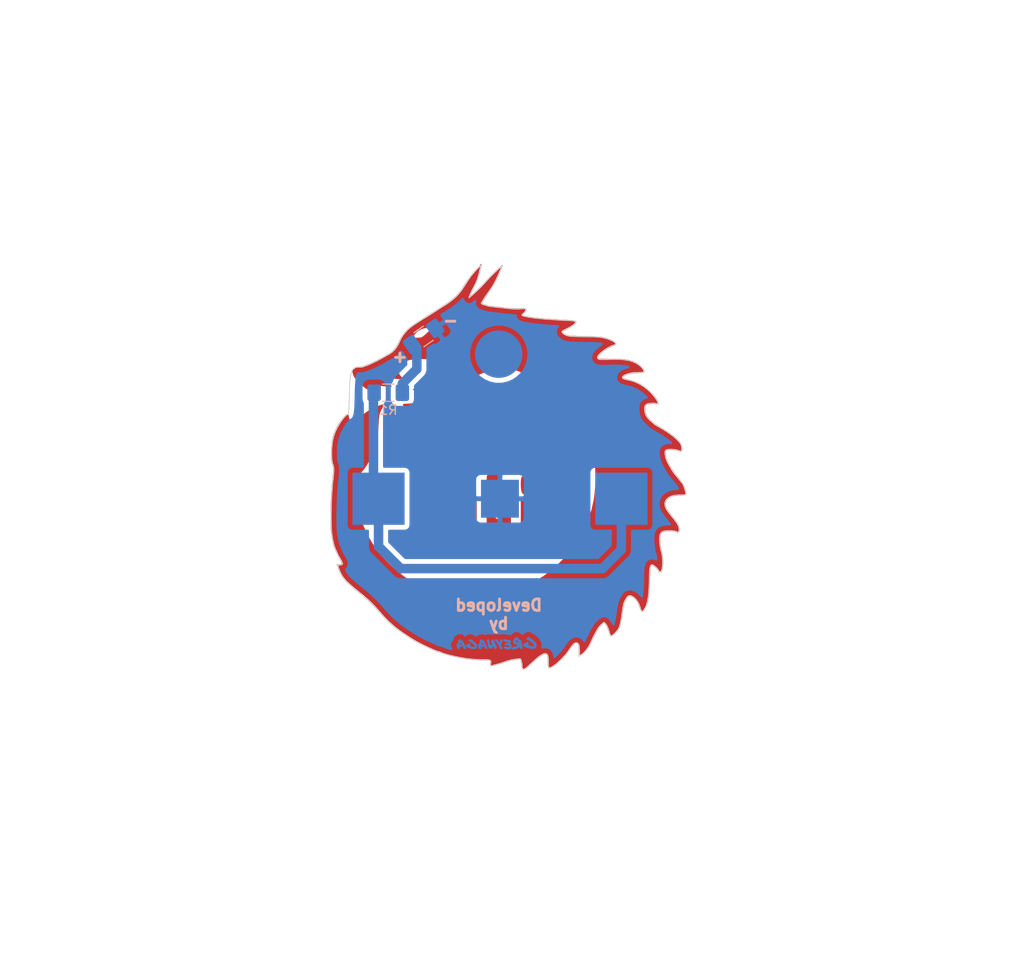
<source format=kicad_pcb>
(kicad_pcb (version 20171130) (host pcbnew 5.1.4-e60b266~84~ubuntu18.04.1)
  (layers (0 F.Cu signal) (31 B.Cu signal) (34 B.Paste user) (35 F.Paste user) (36 B.SilkS user) (37 F.SilkS user) (38 B.Mask user) (39 F.Mask user) (44 Edge.Cuts user))
  (net 0 "")
  (net 1 GND)
  (net 2 VCC)
  (net 3 "Net-(D1-Pad2)")
  (module Agora_Pin:agora_pin_001_46.5mm (layer F.Cu) (at 148.59 100.33)
    (fp_text reference U1 hide)
    (fp_text value PCB hide)
    (fp_line (start 1.691413 20.70489) (end 1.69154 20.705188) (layer Edge.Cuts) (width 0.1))
    (fp_line (start 1.691412 20.704886) (end 1.691413 20.70489) (layer Edge.Cuts) (width 0.1))
    (fp_line (start 1.691411 20.704881) (end 1.691412 20.704886) (layer Edge.Cuts) (width 0.1))
    (fp_line (start 1.69141 20.704876) (end 1.691411 20.704881) (layer Edge.Cuts) (width 0.1))
    (fp_line (start 1.69141 20.704872) (end 1.69141 20.704876) (layer Edge.Cuts) (width 0.1))
    (fp_line (start 1.691409 20.704867) (end 1.69141 20.704872) (layer Edge.Cuts) (width 0.1))
    (fp_line (start 1.691408 20.704863) (end 1.691409 20.704867) (layer Edge.Cuts) (width 0.1))
    (fp_line (start 1.691784 20.767448) (end 1.691408 20.704863) (layer Edge.Cuts) (width 0.1))
    (fp_line (start 1.694707 20.843888) (end 1.691784 20.767448) (layer Edge.Cuts) (width 0.1))
    (fp_line (start 1.701307 20.903218) (end 1.694707 20.843888) (layer Edge.Cuts) (width 0.1))
    (fp_line (start 1.712367 20.947448) (end 1.701307 20.903218) (layer Edge.Cuts) (width 0.1))
    (fp_line (start 1.728937 20.978618) (end 1.712367 20.947448) (layer Edge.Cuts) (width 0.1))
    (fp_line (start 1.751967 20.998768) (end 1.728937 20.978618) (layer Edge.Cuts) (width 0.1))
    (fp_line (start 1.782377 21.009868) (end 1.751967 20.998768) (layer Edge.Cuts) (width 0.1))
    (fp_line (start 1.821147 21.014168) (end 1.782377 21.009868) (layer Edge.Cuts) (width 0.1))
    (fp_line (start 1.877567 21.013968) (end 1.821147 21.014168) (layer Edge.Cuts) (width 0.1))
    (fp_line (start 1.932897 21.006928) (end 1.877567 21.013968) (layer Edge.Cuts) (width 0.1))
    (fp_line (start 1.992707 20.983728) (end 1.932897 21.006928) (layer Edge.Cuts) (width 0.1))
    (fp_line (start 2.068767 20.935368) (end 1.992707 20.983728) (layer Edge.Cuts) (width 0.1))
    (fp_line (start 2.172883 20.852688) (end 2.068767 20.935368) (layer Edge.Cuts) (width 0.1))
    (fp_line (start 2.316855 20.726561) (end 2.172883 20.852688) (layer Edge.Cuts) (width 0.1))
    (fp_line (start 2.512455 20.547857) (end 2.316855 20.726561) (layer Edge.Cuts) (width 0.1))
    (fp_line (start 2.771486 20.307449) (end 2.512455 20.547857) (layer Edge.Cuts) (width 0.1))
    (fp_line (start 3.094756 20.010242) (end 2.771486 20.307449) (layer Edge.Cuts) (width 0.1))
    (fp_line (start 3.384329 19.767366) (end 3.094756 20.010242) (layer Edge.Cuts) (width 0.1))
    (fp_line (start 3.636835 19.582447) (end 3.384329 19.767366) (layer Edge.Cuts) (width 0.1))
    (fp_line (start 3.853202 19.455071) (end 3.636835 19.582447) (layer Edge.Cuts) (width 0.1))
    (fp_line (start 4.034408 19.384791) (end 3.853202 19.455071) (layer Edge.Cuts) (width 0.1))
    (fp_line (start 4.181372 19.371331) (end 4.034408 19.384791) (layer Edge.Cuts) (width 0.1))
    (fp_line (start 4.295062 19.414181) (end 4.181372 19.371331) (layer Edge.Cuts) (width 0.1))
    (fp_line (start 4.376422 19.512951) (end 4.295062 19.414181) (layer Edge.Cuts) (width 0.1))
    (fp_line (start 4.404232 19.590061) (end 4.376422 19.512951) (layer Edge.Cuts) (width 0.1))
    (fp_line (start 4.417622 19.651401) (end 4.404232 19.590061) (layer Edge.Cuts) (width 0.1))
    (fp_line (start 4.429792 19.729731) (end 4.417622 19.651401) (layer Edge.Cuts) (width 0.1))
    (fp_line (start 4.440662 19.821971) (end 4.429792 19.729731) (layer Edge.Cuts) (width 0.1))
    (fp_line (start 4.449762 19.925089) (end 4.440662 19.821971) (layer Edge.Cuts) (width 0.1))
    (fp_line (start 4.456862 20.036016) (end 4.449762 19.925089) (layer Edge.Cuts) (width 0.1))
    (fp_line (start 4.461834 20.151663) (end 4.456862 20.036016) (layer Edge.Cuts) (width 0.1))
    (fp_line (start 4.464162 20.269006) (end 4.461834 20.151663) (layer Edge.Cuts) (width 0.1))
    (fp_line (start 4.464414 20.42412) (end 4.464162 20.269006) (layer Edge.Cuts) (width 0.1))
    (fp_line (start 4.466769 20.565323) (end 4.464414 20.42412) (layer Edge.Cuts) (width 0.1))
    (fp_line (start 4.472069 20.674023) (end 4.466769 20.565323) (layer Edge.Cuts) (width 0.1))
    (fp_line (start 4.481419 20.754263) (end 4.472069 20.674023) (layer Edge.Cuts) (width 0.1))
    (fp_line (start 4.495499 20.810113) (end 4.481419 20.754263) (layer Edge.Cuts) (width 0.1))
    (fp_line (start 4.515399 20.845683) (end 4.495499 20.810113) (layer Edge.Cuts) (width 0.1))
    (fp_line (start 4.541819 20.864933) (end 4.515399 20.845683) (layer Edge.Cuts) (width 0.1))
    (fp_line (start 4.575819 20.871933) (end 4.541819 20.864933) (layer Edge.Cuts) (width 0.1))
    (fp_line (start 4.644409 20.865053) (end 4.575819 20.871933) (layer Edge.Cuts) (width 0.1))
    (fp_line (start 4.757821 20.820233) (end 4.644409 20.865053) (layer Edge.Cuts) (width 0.1))
    (fp_line (start 4.898502 20.742553) (end 4.757821 20.820233) (layer Edge.Cuts) (width 0.1))
    (fp_line (start 5.059445 20.637044) (end 4.898502 20.742553) (layer Edge.Cuts) (width 0.1))
    (fp_line (start 5.233681 20.508781) (end 5.059445 20.637044) (layer Edge.Cuts) (width 0.1))
    (fp_line (start 5.414201 20.362821) (end 5.233681 20.508781) (layer Edge.Cuts) (width 0.1))
    (fp_line (start 5.594028 20.204211) (end 5.414201 20.362821) (layer Edge.Cuts) (width 0.1))
    (fp_line (start 5.766172 20.038017) (end 5.594028 20.204211) (layer Edge.Cuts) (width 0.1))
    (fp_line (start 5.950089 19.844548) (end 5.766172 20.038017) (layer Edge.Cuts) (width 0.1))
    (fp_line (start 6.105847 19.67965) (end 5.950089 19.844548) (layer Edge.Cuts) (width 0.1))
    (fp_line (start 6.226215 19.549787) (end 6.105847 19.67965) (layer Edge.Cuts) (width 0.1))
    (fp_line (start 6.319905 19.444637) (end 6.226215 19.549787) (layer Edge.Cuts) (width 0.1))
    (fp_line (start 6.395635 19.353887) (end 6.319905 19.444637) (layer Edge.Cuts) (width 0.1))
    (fp_line (start 6.462135 19.267207) (end 6.395635 19.353887) (layer Edge.Cuts) (width 0.1))
    (fp_line (start 6.528115 19.174307) (end 6.462135 19.267207) (layer Edge.Cuts) (width 0.1))
    (fp_line (start 6.602295 19.064838) (end 6.528115 19.174307) (layer Edge.Cuts) (width 0.1))
    (fp_line (start 6.735069 18.867255) (end 6.602295 19.064838) (layer Edge.Cuts) (width 0.1))
    (fp_line (start 6.867161 18.677815) (end 6.735069 18.867255) (layer Edge.Cuts) (width 0.1))
    (fp_line (start 6.978094 18.529208) (end 6.867161 18.677815) (layer Edge.Cuts) (width 0.1))
    (fp_line (start 7.072274 18.416933) (end 6.978094 18.529208) (layer Edge.Cuts) (width 0.1))
    (fp_line (start 7.154074 18.336513) (end 7.072274 18.416933) (layer Edge.Cuts) (width 0.1))
    (fp_line (start 7.227904 18.283453) (end 7.154074 18.336513) (layer Edge.Cuts) (width 0.1))
    (fp_line (start 7.298154 18.253283) (end 7.227904 18.283453) (layer Edge.Cuts) (width 0.1))
    (fp_line (start 7.369214 18.241483) (end 7.298154 18.253283) (layer Edge.Cuts) (width 0.1))
    (fp_line (start 7.457884 18.244183) (end 7.369214 18.241483) (layer Edge.Cuts) (width 0.1))
    (fp_line (start 7.537674 18.265733) (end 7.457884 18.244183) (layer Edge.Cuts) (width 0.1))
    (fp_line (start 7.601704 18.309373) (end 7.537674 18.265733) (layer Edge.Cuts) (width 0.1))
    (fp_line (start 7.651384 18.378483) (end 7.601704 18.309373) (layer Edge.Cuts) (width 0.1))
    (fp_line (start 7.688104 18.476383) (end 7.651384 18.378483) (layer Edge.Cuts) (width 0.1))
    (fp_line (start 7.713294 18.606449) (end 7.688104 18.476383) (layer Edge.Cuts) (width 0.1))
    (fp_line (start 7.728284 18.772005) (end 7.713294 18.606449) (layer Edge.Cuts) (width 0.1))
    (fp_line (start 7.734484 18.976396) (end 7.728284 18.772005) (layer Edge.Cuts) (width 0.1))
    (fp_line (start 7.734484 19.056186) (end 7.734484 18.976396) (layer Edge.Cuts) (width 0.1))
    (fp_line (start 7.734484 19.123656) (end 7.734484 19.056186) (layer Edge.Cuts) (width 0.1))
    (fp_line (start 7.734484 19.191116) (end 7.734484 19.123656) (layer Edge.Cuts) (width 0.1))
    (fp_line (start 7.734484 19.258576) (end 7.734484 19.191116) (layer Edge.Cuts) (width 0.1))
    (fp_line (start 7.734484 19.326036) (end 7.734484 19.258576) (layer Edge.Cuts) (width 0.1))
    (fp_line (start 7.734484 19.393506) (end 7.734484 19.326036) (layer Edge.Cuts) (width 0.1))
    (fp_line (start 7.734484 19.460966) (end 7.734484 19.393506) (layer Edge.Cuts) (width 0.1))
    (fp_line (start 7.734484 19.528426) (end 7.734484 19.460966) (layer Edge.Cuts) (width 0.1))
    (fp_line (start 7.734484 19.595886) (end 7.734484 19.528426) (layer Edge.Cuts) (width 0.1))
    (fp_line (start 7.760024 19.582686) (end 7.734484 19.595886) (layer Edge.Cuts) (width 0.1))
    (fp_line (start 7.785564 19.569486) (end 7.760024 19.582686) (layer Edge.Cuts) (width 0.1))
    (fp_line (start 7.811104 19.556286) (end 7.785564 19.569486) (layer Edge.Cuts) (width 0.1))
    (fp_line (start 7.836644 19.543086) (end 7.811104 19.556286) (layer Edge.Cuts) (width 0.1))
    (fp_line (start 7.862184 19.529886) (end 7.836644 19.543086) (layer Edge.Cuts) (width 0.1))
    (fp_line (start 7.887724 19.516686) (end 7.862184 19.529886) (layer Edge.Cuts) (width 0.1))
    (fp_line (start 7.913264 19.503486) (end 7.887724 19.516686) (layer Edge.Cuts) (width 0.1))
    (fp_line (start 8.013832 19.446306) (end 7.913264 19.503486) (layer Edge.Cuts) (width 0.1))
    (fp_line (start 8.137026 19.348496) (end 8.013832 19.446306) (layer Edge.Cuts) (width 0.1))
    (fp_line (start 8.267644 19.221246) (end 8.137026 19.348496) (layer Edge.Cuts) (width 0.1))
    (fp_line (start 8.401215 19.07015) (end 8.267644 19.221246) (layer Edge.Cuts) (width 0.1))
    (fp_line (start 8.53329 18.900824) (end 8.401215 19.07015) (layer Edge.Cuts) (width 0.1))
    (fp_line (start 8.659398 18.718854) (end 8.53329 18.900824) (layer Edge.Cuts) (width 0.1))
    (fp_line (start 8.775097 18.529866) (end 8.659398 18.718854) (layer Edge.Cuts) (width 0.1))
    (fp_line (start 8.875907 18.339445) (end 8.775097 18.529866) (layer Edge.Cuts) (width 0.1))
    (fp_line (start 9.024918 18.01293) (end 8.875907 18.339445) (layer Edge.Cuts) (width 0.1))
    (fp_line (start 9.190166 17.662968) (end 9.024918 18.01293) (layer Edge.Cuts) (width 0.1))
    (fp_line (start 9.340049 17.360078) (end 9.190166 17.662968) (layer Edge.Cuts) (width 0.1))
    (fp_line (start 9.476556 17.100712) (end 9.340049 17.360078) (layer Edge.Cuts) (width 0.1))
    (fp_line (start 9.601667 16.881336) (end 9.476556 17.100712) (layer Edge.Cuts) (width 0.1))
    (fp_line (start 9.717389 16.698421) (end 9.601667 16.881336) (layer Edge.Cuts) (width 0.1))
    (fp_line (start 9.825684 16.548407) (end 9.717389 16.698421) (layer Edge.Cuts) (width 0.1))
    (fp_line (start 9.928568 16.427763) (end 9.825684 16.548407) (layer Edge.Cuts) (width 0.1))
    (fp_line (start 10.001708 16.355893) (end 9.928568 16.427763) (layer Edge.Cuts) (width 0.1))
    (fp_line (start 10.061048 16.300793) (end 10.001708 16.355893) (layer Edge.Cuts) (width 0.1))
    (fp_line (start 10.118498 16.250333) (end 10.061048 16.300793) (layer Edge.Cuts) (width 0.1))
    (fp_line (start 10.172558 16.205683) (end 10.118498 16.250333) (layer Edge.Cuts) (width 0.1))
    (fp_line (start 10.221718 16.168013) (end 10.172558 16.205683) (layer Edge.Cuts) (width 0.1))
    (fp_line (start 10.264458 16.138543) (end 10.221718 16.168013) (layer Edge.Cuts) (width 0.1))
    (fp_line (start 10.299288 16.118303) (end 10.264458 16.138543) (layer Edge.Cuts) (width 0.1))
    (fp_line (start 10.324708 16.108703) (end 10.299288 16.118303) (layer Edge.Cuts) (width 0.1))
    (fp_line (start 10.370088 16.115983) (end 10.324708 16.108703) (layer Edge.Cuts) (width 0.1))
    (fp_line (start 10.438068 16.163223) (end 10.370088 16.115983) (layer Edge.Cuts) (width 0.1))
    (fp_line (start 10.511708 16.244813) (end 10.438068 16.163223) (layer Edge.Cuts) (width 0.1))
    (fp_line (start 10.587768 16.355137) (end 10.511708 16.244813) (layer Edge.Cuts) (width 0.1))
    (fp_line (start 10.662968 16.488586) (end 10.587768 16.355137) (layer Edge.Cuts) (width 0.1))
    (fp_line (start 10.734048 16.639549) (end 10.662968 16.488586) (layer Edge.Cuts) (width 0.1))
    (fp_line (start 10.797758 16.802415) (end 10.734048 16.639549) (layer Edge.Cuts) (width 0.1))
    (fp_line (start 10.850818 16.971573) (end 10.797758 16.802415) (layer Edge.Cuts) (width 0.1))
    (fp_line (start 10.880488 17.090623) (end 10.850818 16.971573) (layer Edge.Cuts) (width 0.1))
    (fp_line (start 10.905868 17.179973) (end 10.880488 17.090623) (layer Edge.Cuts) (width 0.1))
    (fp_line (start 10.932348 17.262883) (end 10.905868 17.179973) (layer Edge.Cuts) (width 0.1))
    (fp_line (start 10.959028 17.337333) (end 10.932348 17.262883) (layer Edge.Cuts) (width 0.1))
    (fp_line (start 10.985228 17.401363) (end 10.959028 17.337333) (layer Edge.Cuts) (width 0.1))
    (fp_line (start 11.010148 17.452973) (end 10.985228 17.401363) (layer Edge.Cuts) (width 0.1))
    (fp_line (start 11.032888 17.490173) (end 11.010148 17.452973) (layer Edge.Cuts) (width 0.1))
    (fp_line (start 11.052768 17.510983) (end 11.032888 17.490173) (layer Edge.Cuts) (width 0.1))
    (fp_line (start 11.098538 17.513893) (end 11.052768 17.510983) (layer Edge.Cuts) (width 0.1))
    (fp_line (start 11.191352 17.467613) (end 11.098538 17.513893) (layer Edge.Cuts) (width 0.1))
    (fp_line (start 11.309696 17.379193) (end 11.191352 17.467613) (layer Edge.Cuts) (width 0.1))
    (fp_line (start 11.44295 17.2593) (end 11.309696 17.379193) (layer Edge.Cuts) (width 0.1))
    (fp_line (start 11.580492 17.118572) (end 11.44295 17.2593) (layer Edge.Cuts) (width 0.1))
    (fp_line (start 11.711703 16.967672) (end 11.580492 17.118572) (layer Edge.Cuts) (width 0.1))
    (fp_line (start 11.825972 16.817255) (end 11.711703 16.967672) (layer Edge.Cuts) (width 0.1))
    (fp_line (start 11.912662 16.677973) (end 11.825972 16.817255) (layer Edge.Cuts) (width 0.1))
    (fp_line (start 11.950422 16.591343) (end 11.912662 16.677973) (layer Edge.Cuts) (width 0.1))
    (fp_line (start 11.981742 16.497884) (end 11.950422 16.591343) (layer Edge.Cuts) (width 0.1))
    (fp_line (start 12.014752 16.381954) (end 11.981742 16.497884) (layer Edge.Cuts) (width 0.1))
    (fp_line (start 12.048432 16.247948) (end 12.014752 16.381954) (layer Edge.Cuts) (width 0.1))
    (fp_line (start 12.081762 16.10027) (end 12.048432 16.247948) (layer Edge.Cuts) (width 0.1))
    (fp_line (start 12.113762 15.943305) (end 12.081762 16.10027) (layer Edge.Cuts) (width 0.1))
    (fp_line (start 12.143342 15.781457) (end 12.113762 15.943305) (layer Edge.Cuts) (width 0.1))
    (fp_line (start 12.169602 15.619111) (end 12.143342 15.781457) (layer Edge.Cuts) (width 0.1))
    (fp_line (start 12.224952 15.231736) (end 12.169602 15.619111) (layer Edge.Cuts) (width 0.1))
    (fp_line (start 12.284722 14.828456) (end 12.224952 15.231736) (layer Edge.Cuts) (width 0.1))
    (fp_line (start 12.335362 14.515766) (end 12.284722 14.828456) (layer Edge.Cuts) (width 0.1))
    (fp_line (start 12.380932 14.276167) (end 12.335362 14.515766) (layer Edge.Cuts) (width 0.1))
    (fp_line (start 12.425472 14.092155) (end 12.380932 14.276167) (layer Edge.Cuts) (width 0.1))
    (fp_line (start 12.473032 13.946215) (end 12.425472 14.092155) (layer Edge.Cuts) (width 0.1))
    (fp_line (start 12.527662 13.820842) (end 12.473032 13.946215) (layer Edge.Cuts) (width 0.1))
    (fp_line (start 12.593402 13.69854) (end 12.527662 13.820842) (layer Edge.Cuts) (width 0.1))
    (fp_line (start 12.657852 13.58974) (end 12.593402 13.69854) (layer Edge.Cuts) (width 0.1))
    (fp_line (start 12.711122 13.50768) (end 12.657852 13.58974) (layer Edge.Cuts) (width 0.1))
    (fp_line (start 12.760912 13.44027) (end 12.711122 13.50768) (layer Edge.Cuts) (width 0.1))
    (fp_line (start 12.808532 13.38626) (end 12.760912 13.44027) (layer Edge.Cuts) (width 0.1))
    (fp_line (start 12.855282 13.34443) (end 12.808532 13.38626) (layer Edge.Cuts) (width 0.1))
    (fp_line (start 12.902492 13.31358) (end 12.855282 13.34443) (layer Edge.Cuts) (width 0.1))
    (fp_line (start 12.951462 13.29243) (end 12.902492 13.31358) (layer Edge.Cuts) (width 0.1))
    (fp_line (start 13.003512 13.27977) (end 12.951462 13.29243) (layer Edge.Cuts) (width 0.1))
    (fp_line (start 13.122507 13.27641) (end 13.003512 13.27977) (layer Edge.Cuts) (width 0.1))
    (fp_line (start 13.283282 13.32658) (end 13.122507 13.27641) (layer Edge.Cuts) (width 0.1))
    (fp_line (start 13.44889 13.426553) (end 13.283282 13.32658) (layer Edge.Cuts) (width 0.1))
    (fp_line (start 13.612711 13.569081) (end 13.44889 13.426553) (layer Edge.Cuts) (width 0.1))
    (fp_line (start 13.768146 13.746938) (end 13.612711 13.569081) (layer Edge.Cuts) (width 0.1))
    (fp_line (start 13.908567 13.952847) (end 13.768146 13.746938) (layer Edge.Cuts) (width 0.1))
    (fp_line (start 14.027384 14.17959) (end 13.908567 13.952847) (layer Edge.Cuts) (width 0.1))
    (fp_line (start 14.117984 14.419901) (end 14.027384 14.17959) (layer Edge.Cuts) (width 0.1))
    (fp_line (start 14.169684 14.619112) (end 14.117984 14.419901) (layer Edge.Cuts) (width 0.1))
    (fp_line (start 14.215914 14.756042) (end 14.169684 14.619112) (layer Edge.Cuts) (width 0.1))
    (fp_line (start 14.263294 14.851132) (end 14.215914 14.756042) (layer Edge.Cuts) (width 0.1))
    (fp_line (start 14.313464 14.905002) (end 14.263294 14.851132) (layer Edge.Cuts) (width 0.1))
    (fp_line (start 14.368074 14.918113) (end 14.313464 14.905002) (layer Edge.Cuts) (width 0.1))
    (fp_line (start 14.428754 14.891303) (end 14.368074 14.918113) (layer Edge.Cuts) (width 0.1))
    (fp_line (start 14.497144 14.825033) (end 14.428754 14.891303) (layer Edge.Cuts) (width 0.1))
    (fp_line (start 14.574884 14.71994) (end 14.497144 14.825033) (layer Edge.Cuts) (width 0.1))
    (fp_line (start 14.69043 14.526734) (end 14.574884 14.71994) (layer Edge.Cuts) (width 0.1))
    (fp_line (start 14.802372 14.270501) (end 14.69043 14.526734) (layer Edge.Cuts) (width 0.1))
    (fp_line (start 14.895692 13.969829) (end 14.802372 14.270501) (layer Edge.Cuts) (width 0.1))
    (fp_line (start 14.971422 13.617972) (end 14.895692 13.969829) (layer Edge.Cuts) (width 0.1))
    (fp_line (start 15.030612 13.208182) (end 14.971422 13.617972) (layer Edge.Cuts) (width 0.1))
    (fp_line (start 15.074312 12.73371) (end 15.030612 13.208182) (layer Edge.Cuts) (width 0.1))
    (fp_line (start 15.103562 12.187809) (end 15.074312 12.73371) (layer Edge.Cuts) (width 0.1))
    (fp_line (start 15.119422 11.563728) (end 15.103562 12.187809) (layer Edge.Cuts) (width 0.1))
    (fp_line (start 15.125942 11.009769) (end 15.119422 11.563728) (layer Edge.Cuts) (width 0.1))
    (fp_line (start 15.146202 10.621554) (end 15.125942 11.009769) (layer Edge.Cuts) (width 0.1))
    (fp_line (start 15.183822 10.333017) (end 15.146202 10.621554) (layer Edge.Cuts) (width 0.1))
    (fp_line (start 15.241922 10.139375) (end 15.183822 10.333017) (layer Edge.Cuts) (width 0.1))
    (fp_line (start 15.323652 10.035865) (end 15.241922 10.139375) (layer Edge.Cuts) (width 0.1))
    (fp_line (start 15.432132 10.017645) (end 15.323652 10.035865) (layer Edge.Cuts) (width 0.1))
    (fp_line (start 15.570499 10.080035) (end 15.432132 10.017645) (layer Edge.Cuts) (width 0.1))
    (fp_line (start 15.741898 10.218221) (end 15.570499 10.080035) (layer Edge.Cuts) (width 0.1))
    (fp_line (start 15.851798 10.326661) (end 15.741898 10.218221) (layer Edge.Cuts) (width 0.1))
    (fp_line (start 15.912388 10.390041) (end 15.851798 10.326661) (layer Edge.Cuts) (width 0.1))
    (fp_line (start 15.967888 10.451401) (end 15.912388 10.390041) (layer Edge.Cuts) (width 0.1))
    (fp_line (start 16.016988 10.509121) (end 15.967888 10.451401) (layer Edge.Cuts) (width 0.1))
    (fp_line (start 16.058408 10.561591) (end 16.016988 10.509121) (layer Edge.Cuts) (width 0.1))
    (fp_line (start 16.090848 10.607181) (end 16.058408 10.561591) (layer Edge.Cuts) (width 0.1))
    (fp_line (start 16.113058 10.644311) (end 16.090848 10.607181) (layer Edge.Cuts) (width 0.1))
    (fp_line (start 16.123658 10.671331) (end 16.113058 10.644311) (layer Edge.Cuts) (width 0.1))
    (fp_line (start 16.126658 10.720801) (end 16.123658 10.671331) (layer Edge.Cuts) (width 0.1))
    (fp_line (start 16.145258 10.766751) (end 16.126658 10.720801) (layer Edge.Cuts) (width 0.1))
    (fp_line (start 16.176208 10.791911) (end 16.145258 10.766751) (layer Edge.Cuts) (width 0.1))
    (fp_line (start 16.216138 10.797211) (end 16.176208 10.791911) (layer Edge.Cuts) (width 0.1))
    (fp_line (start 16.261758 10.783521) (end 16.216138 10.797211) (layer Edge.Cuts) (width 0.1))
    (fp_line (start 16.309758 10.751451) (end 16.261758 10.783521) (layer Edge.Cuts) (width 0.1))
    (fp_line (start 16.356818 10.701861) (end 16.309758 10.751451) (layer Edge.Cuts) (width 0.1))
    (fp_line (start 16.399618 10.635541) (end 16.356818 10.701861) (layer Edge.Cuts) (width 0.1))
    (fp_line (start 16.445958 10.515287) (end 16.399618 10.635541) (layer Edge.Cuts) (width 0.1))
    (fp_line (start 16.483448 10.310175) (end 16.445958 10.515287) (layer Edge.Cuts) (width 0.1))
    (fp_line (start 16.506188 10.053227) (end 16.483448 10.310175) (layer Edge.Cuts) (width 0.1))
    (fp_line (start 16.514588 9.764237) (end 16.506188 10.053227) (layer Edge.Cuts) (width 0.1))
    (fp_line (start 16.508688 9.463013) (end 16.514588 9.764237) (layer Edge.Cuts) (width 0.1))
    (fp_line (start 16.488738 9.169358) (end 16.508688 9.463013) (layer Edge.Cuts) (width 0.1))
    (fp_line (start 16.455048 8.903068) (end 16.488738 9.169358) (layer Edge.Cuts) (width 0.1))
    (fp_line (start 16.407828 8.683943) (end 16.455048 8.903068) (layer Edge.Cuts) (width 0.1))
    (fp_line (start 16.371908 8.579703) (end 16.407828 8.683943) (layer Edge.Cuts) (width 0.1))
    (fp_line (start 16.346928 8.489103) (end 16.371908 8.579703) (layer Edge.Cuts) (width 0.1))
    (fp_line (start 16.322138 8.384) (end 16.346928 8.489103) (layer Edge.Cuts) (width 0.1))
    (fp_line (start 16.298318 8.268082) (end 16.322138 8.384) (layer Edge.Cuts) (width 0.1))
    (fp_line (start 16.276148 8.145032) (end 16.298318 8.268082) (layer Edge.Cuts) (width 0.1))
    (fp_line (start 16.256198 8.018543) (end 16.276148 8.145032) (layer Edge.Cuts) (width 0.1))
    (fp_line (start 16.239258 7.892277) (end 16.256198 8.018543) (layer Edge.Cuts) (width 0.1))
    (fp_line (start 16.225998 7.769947) (end 16.239258 7.892277) (layer Edge.Cuts) (width 0.1))
    (fp_line (start 16.203008 7.463412) (end 16.225998 7.769947) (layer Edge.Cuts) (width 0.1))
    (fp_line (start 16.198908 7.136795) (end 16.203008 7.463412) (layer Edge.Cuts) (width 0.1))
    (fp_line (start 16.228958 6.883979) (end 16.198908 7.136795) (layer Edge.Cuts) (width 0.1))
    (fp_line (start 16.299988 6.696306) (end 16.228958 6.883979) (layer Edge.Cuts) (width 0.1))
    (fp_line (start 16.41883 6.565147) (end 16.299988 6.696306) (layer Edge.Cuts) (width 0.1))
    (fp_line (start 16.5923 6.481867) (end 16.41883 6.565147) (layer Edge.Cuts) (width 0.1))
    (fp_line (start 16.8272 6.437807) (end 16.5923 6.481867) (layer Edge.Cuts) (width 0.1))
    (fp_line (start 17.130365 6.424407) (end 16.8272 6.437807) (layer Edge.Cuts) (width 0.1))
    (fp_line (start 17.334422 6.427907) (end 17.130365 6.424407) (layer Edge.Cuts) (width 0.1))
    (fp_line (start 17.453676 6.433007) (end 17.334422 6.427907) (layer Edge.Cuts) (width 0.1))
    (fp_line (start 17.565784 6.440607) (end 17.453676 6.433007) (layer Edge.Cuts) (width 0.1))
    (fp_line (start 17.667964 6.450307) (end 17.565784 6.440607) (layer Edge.Cuts) (width 0.1))
    (fp_line (start 17.757454 6.461777) (end 17.667964 6.450307) (layer Edge.Cuts) (width 0.1))
    (fp_line (start 17.831484 6.474677) (end 17.757454 6.461777) (layer Edge.Cuts) (width 0.1))
    (fp_line (start 17.887294 6.488667) (end 17.831484 6.474677) (layer Edge.Cuts) (width 0.1))
    (fp_line (start 17.922054 6.503417) (end 17.887294 6.488667) (layer Edge.Cuts) (width 0.1))
    (fp_line (start 17.938034 6.518487) (end 17.922054 6.503417) (layer Edge.Cuts) (width 0.1))
    (fp_line (start 17.958194 6.532667) (end 17.938034 6.518487) (layer Edge.Cuts) (width 0.1))
    (fp_line (start 17.981614 6.545647) (end 17.958194 6.532667) (layer Edge.Cuts) (width 0.1))
    (fp_line (start 18.007564 6.557137) (end 17.981614 6.545647) (layer Edge.Cuts) (width 0.1))
    (fp_line (start 18.035114 6.566837) (end 18.007564 6.557137) (layer Edge.Cuts) (width 0.1))
    (fp_line (start 18.063644 6.574337) (end 18.035114 6.566837) (layer Edge.Cuts) (width 0.1))
    (fp_line (start 18.092124 6.579553) (end 18.063644 6.574337) (layer Edge.Cuts) (width 0.1))
    (fp_line (start 18.119824 6.582037) (end 18.092124 6.579553) (layer Edge.Cuts) (width 0.1))
    (fp_line (start 18.152294 6.581137) (end 18.119824 6.582037) (layer Edge.Cuts) (width 0.1))
    (fp_line (start 18.182114 6.574337) (end 18.152294 6.581137) (layer Edge.Cuts) (width 0.1))
    (fp_line (start 18.206154 6.560537) (end 18.182114 6.574337) (layer Edge.Cuts) (width 0.1))
    (fp_line (start 18.224864 6.538977) (end 18.206154 6.560537) (layer Edge.Cuts) (width 0.1))
    (fp_line (start 18.238824 6.508617) (end 18.224864 6.538977) (layer Edge.Cuts) (width 0.1))
    (fp_line (start 18.248424 6.468507) (end 18.238824 6.508617) (layer Edge.Cuts) (width 0.1))
    (fp_line (start 18.25414 6.417687) (end 18.248424 6.468507) (layer Edge.Cuts) (width 0.1))
    (fp_line (start 18.256524 6.355217) (end 18.25414 6.417687) (layer Edge.Cuts) (width 0.1))
    (fp_line (start 18.254324 6.237041) (end 18.256524 6.355217) (layer Edge.Cuts) (width 0.1))
    (fp_line (start 18.236194 6.101751) (end 18.254324 6.237041) (layer Edge.Cuts) (width 0.1))
    (fp_line (start 18.198484 5.96602) (end 18.236194 6.101751) (layer Edge.Cuts) (width 0.1))
    (fp_line (start 18.137444 5.822932) (end 18.198484 5.96602) (layer Edge.Cuts) (width 0.1))
    (fp_line (start 18.049354 5.665578) (end 18.137444 5.822932) (layer Edge.Cuts) (width 0.1))
    (fp_line (start 17.930477 5.487064) (end 18.049354 5.665578) (layer Edge.Cuts) (width 0.1))
    (fp_line (start 17.777106 5.280462) (end 17.930477 5.487064) (layer Edge.Cuts) (width 0.1))
    (fp_line (start 17.585495 5.038885) (end 17.777106 5.280462) (layer Edge.Cuts) (width 0.1))
    (fp_line (start 17.434098 4.853433) (end 17.585495 5.038885) (layer Edge.Cuts) (width 0.1))
    (fp_line (start 17.322982 4.712729) (end 17.434098 4.853433) (layer Edge.Cuts) (width 0.1))
    (fp_line (start 17.217433 4.574892) (end 17.322982 4.712729) (layer Edge.Cuts) (width 0.1))
    (fp_line (start 17.120123 4.443622) (end 17.217433 4.574892) (layer Edge.Cuts) (width 0.1))
    (fp_line (start 17.033713 4.322626) (end 17.120123 4.443622) (layer Edge.Cuts) (width 0.1))
    (fp_line (start 16.960873 4.215624) (end 17.033713 4.322626) (layer Edge.Cuts) (width 0.1))
    (fp_line (start 16.904273 4.126314) (end 16.960873 4.215624) (layer Edge.Cuts) (width 0.1))
    (fp_line (start 16.866543 4.058414) (end 16.904273 4.126314) (layer Edge.Cuts) (width 0.1))
    (fp_line (start 16.786353 3.8368) (end 16.866543 4.058414) (layer Edge.Cuts) (width 0.1))
    (fp_line (start 16.755823 3.554189) (end 16.786353 3.8368) (layer Edge.Cuts) (width 0.1))
    (fp_line (start 16.808713 3.303527) (end 16.755823 3.554189) (layer Edge.Cuts) (width 0.1))
    (fp_line (start 16.94124 3.0884) (end 16.808713 3.303527) (layer Edge.Cuts) (width 0.1))
    (fp_line (start 17.149569 2.912385) (end 16.94124 3.0884) (layer Edge.Cuts) (width 0.1))
    (fp_line (start 17.42986 2.779057) (end 17.149569 2.912385) (layer Edge.Cuts) (width 0.1))
    (fp_line (start 17.778287 2.691997) (end 17.42986 2.779057) (layer Edge.Cuts) (width 0.1))
    (fp_line (start 18.191014 2.654727) (end 17.778287 2.691997) (layer Edge.Cuts) (width 0.1))
    (fp_line (start 18.485999 2.659204) (end 18.191014 2.654727) (layer Edge.Cuts) (width 0.1))
    (fp_line (start 18.651745 2.659986) (end 18.485999 2.659204) (layer Edge.Cuts) (width 0.1))
    (fp_line (start 18.774394 2.656779) (end 18.651745 2.659986) (layer Edge.Cuts) (width 0.1))
    (fp_line (start 18.860354 2.648189) (end 18.774394 2.656779) (layer Edge.Cuts) (width 0.1))
    (fp_line (start 18.916064 2.632579) (end 18.860354 2.648189) (layer Edge.Cuts) (width 0.1))
    (fp_line (start 18.947924 2.608349) (end 18.916064 2.632579) (layer Edge.Cuts) (width 0.1))
    (fp_line (start 18.962414 2.574089) (end 18.947924 2.608349) (layer Edge.Cuts) (width 0.1))
    (fp_line (start 18.966014 2.528219) (end 18.962414 2.574089) (layer Edge.Cuts) (width 0.1))
    (fp_line (start 18.961524 2.452729) (end 18.966014 2.528219) (layer Edge.Cuts) (width 0.1))
    (fp_line (start 18.937234 2.32941) (end 18.961524 2.452729) (layer Edge.Cuts) (width 0.1))
    (fp_line (start 18.897784 2.177089) (end 18.937234 2.32941) (layer Edge.Cuts) (width 0.1))
    (fp_line (start 18.847674 2.009539) (end 18.897784 2.177089) (layer Edge.Cuts) (width 0.1))
    (fp_line (start 18.791394 1.840532) (end 18.847674 2.009539) (layer Edge.Cuts) (width 0.1))
    (fp_line (start 18.733474 1.683839) (end 18.791394 1.840532) (layer Edge.Cuts) (width 0.1))
    (fp_line (start 18.678394 1.553232) (end 18.733474 1.683839) (layer Edge.Cuts) (width 0.1))
    (fp_line (start 18.630694 1.462482) (end 18.678394 1.553232) (layer Edge.Cuts) (width 0.1))
    (fp_line (start 18.605384 1.431352) (end 18.630694 1.462482) (layer Edge.Cuts) (width 0.1))
    (fp_line (start 18.574024 1.392492) (end 18.605384 1.431352) (layer Edge.Cuts) (width 0.1))
    (fp_line (start 18.530694 1.338762) (end 18.574024 1.392492) (layer Edge.Cuts) (width 0.1))
    (fp_line (start 18.477264 1.272412) (end 18.530694 1.338762) (layer Edge.Cuts) (width 0.1))
    (fp_line (start 18.415534 1.195732) (end 18.477264 1.272412) (layer Edge.Cuts) (width 0.1))
    (fp_line (start 18.347334 1.110962) (end 18.415534 1.195732) (layer Edge.Cuts) (width 0.1))
    (fp_line (start 18.274494 1.020392) (end 18.347334 1.110962) (layer Edge.Cuts) (width 0.1))
    (fp_line (start 18.198854 0.926272) (end 18.274494 1.020392) (layer Edge.Cuts) (width 0.1))
    (fp_line (start 18.122554 0.831442) (end 18.198854 0.926272) (layer Edge.Cuts) (width 0.1))
    (fp_line (start 18.049104 0.740792) (end 18.122554 0.831442) (layer Edge.Cuts) (width 0.1))
    (fp_line (start 17.980204 0.656392) (end 18.049104 0.740792) (layer Edge.Cuts) (width 0.1))
    (fp_line (start 17.917534 0.580252) (end 17.980204 0.656392) (layer Edge.Cuts) (width 0.1))
    (fp_line (start 17.862794 0.514432) (end 17.917534 0.580252) (layer Edge.Cuts) (width 0.1))
    (fp_line (start 17.817684 0.460982) (end 17.862794 0.514432) (layer Edge.Cuts) (width 0.1))
    (fp_line (start 17.783914 0.421932) (end 17.817684 0.460982) (layer Edge.Cuts) (width 0.1))
    (fp_line (start 17.763144 0.399262) (end 17.783914 0.421932) (layer Edge.Cuts) (width 0.1))
    (fp_line (start 17.728544 0.364012) (end 17.763144 0.399262) (layer Edge.Cuts) (width 0.1))
    (fp_line (start 17.655194 0.26455) (end 17.728544 0.364012) (layer Edge.Cuts) (width 0.1))
    (fp_line (start 17.560754 0.12207) (end 17.655194 0.26455) (layer Edge.Cuts) (width 0.1))
    (fp_line (start 17.452709 -0.050961) (end 17.560754 0.12207) (layer Edge.Cuts) (width 0.1))
    (fp_line (start 17.338584 -0.242068) (end 17.452709 -0.050961) (layer Edge.Cuts) (width 0.1))
    (fp_line (start 17.225873 -0.438775) (end 17.338584 -0.242068) (layer Edge.Cuts) (width 0.1))
    (fp_line (start 17.122063 -0.628605) (end 17.225873 -0.438775) (layer Edge.Cuts) (width 0.1))
    (fp_line (start 17.034673 -0.799083) (end 17.122063 -0.628605) (layer Edge.Cuts) (width 0.1))
    (fp_line (start 16.956953 -0.970693) (end 17.034673 -0.799083) (layer Edge.Cuts) (width 0.1))
    (fp_line (start 16.887533 -1.158026) (end 16.956953 -0.970693) (layer Edge.Cuts) (width 0.1))
    (fp_line (start 16.833283 -1.34268) (end 16.887533 -1.158026) (layer Edge.Cuts) (width 0.1))
    (fp_line (start 16.794993 -1.519223) (end 16.833283 -1.34268) (layer Edge.Cuts) (width 0.1))
    (fp_line (start 16.773503 -1.682202) (end 16.794993 -1.519223) (layer Edge.Cuts) (width 0.1))
    (fp_line (start 16.769603 -1.826185) (end 16.773503 -1.682202) (layer Edge.Cuts) (width 0.1))
    (fp_line (start 16.784063 -1.94572) (end 16.769603 -1.826185) (layer Edge.Cuts) (width 0.1))
    (fp_line (start 16.817683 -2.03536) (end 16.784063 -1.94572) (layer Edge.Cuts) (width 0.1))
    (fp_line (start 16.873283 -2.08841) (end 16.817683 -2.03536) (layer Edge.Cuts) (width 0.1))
    (fp_line (start 16.97765 -2.12584) (end 16.873283 -2.08841) (layer Edge.Cuts) (width 0.1))
    (fp_line (start 17.121475 -2.15012) (end 16.97765 -2.12584) (layer Edge.Cuts) (width 0.1))
    (fp_line (start 17.293289 -2.1614) (end 17.121475 -2.15012) (layer Edge.Cuts) (width 0.1))
    (fp_line (start 17.481586 -2.15962) (end 17.293289 -2.1614) (layer Edge.Cuts) (width 0.1))
    (fp_line (start 17.674889 -2.14461) (end 17.481586 -2.15962) (layer Edge.Cuts) (width 0.1))
    (fp_line (start 17.861709 -2.11656) (end 17.674889 -2.14461) (layer Edge.Cuts) (width 0.1))
    (fp_line (start 18.03057 -2.07533) (end 17.861709 -2.11656) (layer Edge.Cuts) (width 0.1))
    (fp_line (start 18.11816 -2.04398) (end 18.03057 -2.07533) (layer Edge.Cuts) (width 0.1))
    (fp_line (start 18.17706 -2.02411) (end 18.11816 -2.04398) (layer Edge.Cuts) (width 0.1))
    (fp_line (start 18.23448 -2.00583) (end 18.17706 -2.02411) (layer Edge.Cuts) (width 0.1))
    (fp_line (start 18.28891 -1.98948) (end 18.23448 -2.00583) (layer Edge.Cuts) (width 0.1))
    (fp_line (start 18.3388 -1.97559) (end 18.28891 -1.98948) (layer Edge.Cuts) (width 0.1))
    (fp_line (start 18.38264 -1.96448) (end 18.3388 -1.97559) (layer Edge.Cuts) (width 0.1))
    (fp_line (start 18.41886 -1.95668) (end 18.38264 -1.96448) (layer Edge.Cuts) (width 0.1))
    (fp_line (start 18.44601 -1.952605) (end 18.41886 -1.95668) (layer Edge.Cuts) (width 0.1))
    (fp_line (start 18.47771 -1.95789) (end 18.44601 -1.952605) (layer Edge.Cuts) (width 0.1))
    (fp_line (start 18.50759 -1.99738) (end 18.47771 -1.95789) (layer Edge.Cuts) (width 0.1))
    (fp_line (start 18.52797 -2.0648) (end 18.50759 -1.99738) (layer Edge.Cuts) (width 0.1))
    (fp_line (start 18.53871 -2.15364) (end 18.52797 -2.0648) (layer Edge.Cuts) (width 0.1))
    (fp_line (start 18.53967 -2.257382) (end 18.53871 -2.15364) (layer Edge.Cuts) (width 0.1))
    (fp_line (start 18.53057 -2.369512) (end 18.53967 -2.257382) (layer Edge.Cuts) (width 0.1))
    (fp_line (start 18.51137 -2.483525) (end 18.53057 -2.369512) (layer Edge.Cuts) (width 0.1))
    (fp_line (start 18.48195 -2.592884) (end 18.51137 -2.483525) (layer Edge.Cuts) (width 0.1))
    (fp_line (start 18.41502 -2.74151) (end 18.48195 -2.592884) (layer Edge.Cuts) (width 0.1))
    (fp_line (start 18.269716 -2.940343) (end 18.41502 -2.74151) (layer Edge.Cuts) (width 0.1))
    (fp_line (start 18.061145 -3.162336) (end 18.269716 -2.940343) (layer Edge.Cuts) (width 0.1))
    (fp_line (start 17.796291 -3.401776) (end 18.061145 -3.162336) (layer Edge.Cuts) (width 0.1))
    (fp_line (start 17.482153 -3.652977) (end 17.796291 -3.401776) (layer Edge.Cuts) (width 0.1))
    (fp_line (start 17.125718 -3.910254) (end 17.482153 -3.652977) (layer Edge.Cuts) (width 0.1))
    (fp_line (start 16.733976 -4.167883) (end 17.125718 -3.910254) (layer Edge.Cuts) (width 0.1))
    (fp_line (start 16.313916 -4.420199) (end 16.733976 -4.167883) (layer Edge.Cuts) (width 0.1))
    (fp_line (start 16.058592 -4.561989) (end 16.313916 -4.420199) (layer Edge.Cuts) (width 0.1))
    (fp_line (start 15.928979 -4.634889) (end 16.058592 -4.561989) (layer Edge.Cuts) (width 0.1))
    (fp_line (start 15.825909 -4.695849) (end 15.928979 -4.634889) (layer Edge.Cuts) (width 0.1))
    (fp_line (start 15.737829 -4.753209) (end 15.825909 -4.695849) (layer Edge.Cuts) (width 0.1))
    (fp_line (start 15.653229 -4.815239) (end 15.737829 -4.753209) (layer Edge.Cuts) (width 0.1))
    (fp_line (start 15.560539 -4.890249) (end 15.653229 -4.815239) (layer Edge.Cuts) (width 0.1))
    (fp_line (start 15.448213 -4.986531) (end 15.560539 -4.890249) (layer Edge.Cuts) (width 0.1))
    (fp_line (start 15.304733 -5.112394) (end 15.448213 -4.986531) (layer Edge.Cuts) (width 0.1))
    (fp_line (start 15.13761 -5.262288) (end 15.304733 -5.112394) (layer Edge.Cuts) (width 0.1))
    (fp_line (start 14.99947 -5.405031) (end 15.13761 -5.262288) (layer Edge.Cuts) (width 0.1))
    (fp_line (start 14.885496 -5.546339) (end 14.99947 -5.405031) (layer Edge.Cuts) (width 0.1))
    (fp_line (start 14.794336 -5.688929) (end 14.885496 -5.546339) (layer Edge.Cuts) (width 0.1))
    (fp_line (start 14.724636 -5.835488) (end 14.794336 -5.688929) (layer Edge.Cuts) (width 0.1))
    (fp_line (start 14.675046 -5.988703) (end 14.724636 -5.835488) (layer Edge.Cuts) (width 0.1))
    (fp_line (start 14.644176 -6.151298) (end 14.675046 -5.988703) (layer Edge.Cuts) (width 0.1))
    (fp_line (start 14.630776 -6.325942) (end 14.644176 -6.151298) (layer Edge.Cuts) (width 0.1))
    (fp_line (start 14.63112 -6.468215) (end 14.630776 -6.325942) (layer Edge.Cuts) (width 0.1))
    (fp_line (start 14.634576 -6.567725) (end 14.63112 -6.468215) (layer Edge.Cuts) (width 0.1))
    (fp_line (start 14.642276 -6.648065) (end 14.634576 -6.567725) (layer Edge.Cuts) (width 0.1))
    (fp_line (start 14.655346 -6.712625) (end 14.642276 -6.648065) (layer Edge.Cuts) (width 0.1))
    (fp_line (start 14.674846 -6.764825) (end 14.655346 -6.712625) (layer Edge.Cuts) (width 0.1))
    (fp_line (start 14.702196 -6.808045) (end 14.674846 -6.764825) (layer Edge.Cuts) (width 0.1))
    (fp_line (start 14.738366 -6.845695) (end 14.702196 -6.808045) (layer Edge.Cuts) (width 0.1))
    (fp_line (start 14.784566 -6.881185) (end 14.738366 -6.845695) (layer Edge.Cuts) (width 0.1))
    (fp_line (start 14.856396 -6.923215) (end 14.784566 -6.881185) (layer Edge.Cuts) (width 0.1))
    (fp_line (start 14.96328 -6.960855) (end 14.856396 -6.923215) (layer Edge.Cuts) (width 0.1))
    (fp_line (start 15.092582 -6.990065) (end 14.96328 -6.960855) (layer Edge.Cuts) (width 0.1))
    (fp_line (start 15.23698 -7.010215) (end 15.092582 -6.990065) (layer Edge.Cuts) (width 0.1))
    (fp_line (start 15.389153 -7.020646) (end 15.23698 -7.010215) (layer Edge.Cuts) (width 0.1))
    (fp_line (start 15.541789 -7.020915) (end 15.389153 -7.020646) (layer Edge.Cuts) (width 0.1))
    (fp_line (start 15.687545 -7.010405) (end 15.541789 -7.020915) (layer Edge.Cuts) (width 0.1))
    (fp_line (start 15.819111 -6.988435) (end 15.687545 -7.010405) (layer Edge.Cuts) (width 0.1))
    (fp_line (start 15.918291 -6.962515) (end 15.819111 -6.988435) (layer Edge.Cuts) (width 0.1))
    (fp_line (start 15.987061 -6.957015) (end 15.918291 -6.962515) (layer Edge.Cuts) (width 0.1))
    (fp_line (start 16.030741 -6.971585) (end 15.987061 -6.957015) (layer Edge.Cuts) (width 0.1))
    (fp_line (start 16.049137 -7.007565) (end 16.030741 -6.971585) (layer Edge.Cuts) (width 0.1))
    (fp_line (start 16.042331 -7.066215) (end 16.049137 -7.007565) (layer Edge.Cuts) (width 0.1))
    (fp_line (start 16.010211 -7.148785) (end 16.042331 -7.066215) (layer Edge.Cuts) (width 0.1))
    (fp_line (start 15.952721 -7.256552) (end 16.010211 -7.148785) (layer Edge.Cuts) (width 0.1))
    (fp_line (start 15.869791 -7.390779) (end 15.952721 -7.256552) (layer Edge.Cuts) (width 0.1))
    (fp_line (start 15.660433 -7.693358) (end 15.869791 -7.390779) (layer Edge.Cuts) (width 0.1))
    (fp_line (start 15.366933 -8.044428) (end 15.660433 -7.693358) (layer Edge.Cuts) (width 0.1))
    (fp_line (start 15.043303 -8.366104) (end 15.366933 -8.044428) (layer Edge.Cuts) (width 0.1))
    (fp_line (start 14.694101 -8.655175) (end 15.043303 -8.366104) (layer Edge.Cuts) (width 0.1))
    (fp_line (start 14.323882 -8.908408) (end 14.694101 -8.655175) (layer Edge.Cuts) (width 0.1))
    (fp_line (start 13.937206 -9.122582) (end 14.323882 -8.908408) (layer Edge.Cuts) (width 0.1))
    (fp_line (start 13.538629 -9.294486) (end 13.937206 -9.122582) (layer Edge.Cuts) (width 0.1))
    (fp_line (start 13.132708 -9.420889) (end 13.538629 -9.294486) (layer Edge.Cuts) (width 0.1))
    (fp_line (start 12.855884 -9.479509) (end 13.132708 -9.420889) (layer Edge.Cuts) (width 0.1))
    (fp_line (start 12.682731 -9.518929) (end 12.855884 -9.479509) (layer Edge.Cuts) (width 0.1))
    (fp_line (start 12.546983 -9.553879) (end 12.682731 -9.518929) (layer Edge.Cuts) (width 0.1))
    (fp_line (start 12.444503 -9.585989) (end 12.546983 -9.553879) (layer Edge.Cuts) (width 0.1))
    (fp_line (start 12.371163 -9.616929) (end 12.444503 -9.585989) (layer Edge.Cuts) (width 0.1))
    (fp_line (start 12.322823 -9.648329) (end 12.371163 -9.616929) (layer Edge.Cuts) (width 0.1))
    (fp_line (start 12.295323 -9.681829) (end 12.322823 -9.648329) (layer Edge.Cuts) (width 0.1))
    (fp_line (start 12.284623 -9.719079) (end 12.295323 -9.681829) (layer Edge.Cuts) (width 0.1))
    (fp_line (start 12.297343 -9.800392) (end 12.284623 -9.719079) (layer Edge.Cuts) (width 0.1))
    (fp_line (start 12.380176 -9.899012) (end 12.297343 -9.800392) (layer Edge.Cuts) (width 0.1))
    (fp_line (start 12.523797 -9.992032) (end 12.380176 -9.899012) (layer Edge.Cuts) (width 0.1))
    (fp_line (start 12.718854 -10.076432) (end 12.523797 -9.992032) (layer Edge.Cuts) (width 0.1))
    (fp_line (start 12.956025 -10.149192) (end 12.718854 -10.076432) (layer Edge.Cuts) (width 0.1))
    (fp_line (start 13.225988 -10.207262) (end 12.956025 -10.149192) (layer Edge.Cuts) (width 0.1))
    (fp_line (start 13.519393 -10.247592) (end 13.225988 -10.207262) (layer Edge.Cuts) (width 0.1))
    (fp_line (start 13.826918 -10.267272) (end 13.519393 -10.247592) (layer Edge.Cuts) (width 0.1))
    (fp_line (start 14.06792 -10.267439) (end 13.826918 -10.267272) (layer Edge.Cuts) (width 0.1))
    (fp_line (start 14.231316 -10.269489) (end 14.06792 -10.267439) (layer Edge.Cuts) (width 0.1))
    (fp_line (start 14.354168 -10.274689) (end 14.231316 -10.269489) (layer Edge.Cuts) (width 0.1))
    (fp_line (start 14.442158 -10.284259) (end 14.354168 -10.274689) (layer Edge.Cuts) (width 0.1))
    (fp_line (start 14.501008 -10.299689) (end 14.442158 -10.284259) (layer Edge.Cuts) (width 0.1))
    (fp_line (start 14.536358 -10.322069) (end 14.501008 -10.299689) (layer Edge.Cuts) (width 0.1))
    (fp_line (start 14.554078 -10.352719) (end 14.536358 -10.322069) (layer Edge.Cuts) (width 0.1))
    (fp_line (start 14.559678 -10.393029) (end 14.554078 -10.352719) (layer Edge.Cuts) (width 0.1))
    (fp_line (start 14.557778 -10.430669) (end 14.559678 -10.393029) (layer Edge.Cuts) (width 0.1))
    (fp_line (start 14.545278 -10.470439) (end 14.557778 -10.430669) (layer Edge.Cuts) (width 0.1))
    (fp_line (start 14.523348 -10.517339) (end 14.545278 -10.470439) (layer Edge.Cuts) (width 0.1))
    (fp_line (start 14.492958 -10.569679) (end 14.523348 -10.517339) (layer Edge.Cuts) (width 0.1))
    (fp_line (start 14.455318 -10.625789) (end 14.492958 -10.569679) (layer Edge.Cuts) (width 0.1))
    (fp_line (start 14.411478 -10.683989) (end 14.455318 -10.625789) (layer Edge.Cuts) (width 0.1))
    (fp_line (start 14.362558 -10.742589) (end 14.411478 -10.683989) (layer Edge.Cuts) (width 0.1))
    (fp_line (start 14.309658 -10.799939) (end 14.362558 -10.742589) (layer Edge.Cuts) (width 0.1))
    (fp_line (start 14.116796 -10.980634) (end 14.309658 -10.799939) (layer Edge.Cuts) (width 0.1))
    (fp_line (start 13.829574 -11.186595) (end 14.116796 -10.980634) (layer Edge.Cuts) (width 0.1))
    (fp_line (start 13.507848 -11.353156) (end 13.829574 -11.186595) (layer Edge.Cuts) (width 0.1))
    (fp_line (start 13.144662 -11.482003) (end 13.507848 -11.353156) (layer Edge.Cuts) (width 0.1))
    (fp_line (start 12.733052 -11.574853) (end 13.144662 -11.482003) (layer Edge.Cuts) (width 0.1))
    (fp_line (start 12.266056 -11.633423) (end 12.733052 -11.574853) (layer Edge.Cuts) (width 0.1))
    (fp_line (start 11.736711 -11.659404) (end 12.266056 -11.633423) (layer Edge.Cuts) (width 0.1))
    (fp_line (start 11.138056 -11.654533) (end 11.736711 -11.659404) (layer Edge.Cuts) (width 0.1))
    (fp_line (start 10.66511 -11.634253) (end 11.138056 -11.654533) (layer Edge.Cuts) (width 0.1))
    (fp_line (start 10.355612 -11.626504) (end 10.66511 -11.634253) (layer Edge.Cuts) (width 0.1))
    (fp_line (start 10.114091 -11.628753) (end 10.355612 -11.626504) (layer Edge.Cuts) (width 0.1))
    (fp_line (start 9.932775 -11.642203) (end 10.114091 -11.628753) (layer Edge.Cuts) (width 0.1))
    (fp_line (start 9.80389 -11.668383) (end 9.932775 -11.642203) (layer Edge.Cuts) (width 0.1))
    (fp_line (start 9.71967 -11.708603) (end 9.80389 -11.668383) (layer Edge.Cuts) (width 0.1))
    (fp_line (start 9.67229 -11.764203) (end 9.71967 -11.708603) (layer Edge.Cuts) (width 0.1))
    (fp_line (start 9.65412 -11.836563) (end 9.67229 -11.764203) (layer Edge.Cuts) (width 0.1))
    (fp_line (start 9.67144 -11.951361) (end 9.65412 -11.836563) (layer Edge.Cuts) (width 0.1))
    (fp_line (start 9.780197 -12.114164) (end 9.67144 -11.951361) (layer Edge.Cuts) (width 0.1))
    (fp_line (start 9.961679 -12.301422) (end 9.780197 -12.114164) (layer Edge.Cuts) (width 0.1))
    (fp_line (start 10.19719 -12.499343) (end 9.961679 -12.301422) (layer Edge.Cuts) (width 0.1))
    (fp_line (start 10.468013 -12.694134) (end 10.19719 -12.499343) (layer Edge.Cuts) (width 0.1))
    (fp_line (start 10.755451 -12.872004) (end 10.468013 -12.694134) (layer Edge.Cuts) (width 0.1))
    (fp_line (start 11.0408 -13.019164) (end 10.755451 -12.872004) (layer Edge.Cuts) (width 0.1))
    (fp_line (start 11.305341 -13.121825) (end 11.0408 -13.019164) (layer Edge.Cuts) (width 0.1))
    (fp_line (start 11.48822 -13.173048) (end 11.305341 -13.121825) (layer Edge.Cuts) (width 0.1))
    (fp_line (start 11.56454 -13.243324) (end 11.48822 -13.173048) (layer Edge.Cuts) (width 0.1))
    (fp_line (start 11.55801 -13.331568) (end 11.56454 -13.243324) (layer Edge.Cuts) (width 0.1))
    (fp_line (start 11.475303 -13.432675) (end 11.55801 -13.331568) (layer Edge.Cuts) (width 0.1))
    (fp_line (start 11.323108 -13.541536) (end 11.475303 -13.432675) (layer Edge.Cuts) (width 0.1))
    (fp_line (start 11.108098 -13.653048) (end 11.323108 -13.541536) (layer Edge.Cuts) (width 0.1))
    (fp_line (start 10.836939 -13.762103) (end 11.108098 -13.653048) (layer Edge.Cuts) (width 0.1))
    (fp_line (start 10.51631 -13.863595) (end 10.836939 -13.762103) (layer Edge.Cuts) (width 0.1))
    (fp_line (start 10.28451 -13.92194) (end 10.51631 -13.863595) (layer Edge.Cuts) (width 0.1))
    (fp_line (start 10.118889 -13.956332) (end 10.28451 -13.92194) (layer Edge.Cuts) (width 0.1))
    (fp_line (start 9.946678 -13.983291) (end 10.118889 -13.956332) (layer Edge.Cuts) (width 0.1))
    (fp_line (start 9.756526 -14.003635) (end 9.946678 -13.983291) (layer Edge.Cuts) (width 0.1))
    (fp_line (start 9.537082 -14.018195) (end 9.756526 -14.003635) (layer Edge.Cuts) (width 0.1))
    (fp_line (start 9.277009 -14.027795) (end 9.537082 -14.018195) (layer Edge.Cuts) (width 0.1))
    (fp_line (start 8.96494 -14.033246) (end 9.277009 -14.027795) (layer Edge.Cuts) (width 0.1))
    (fp_line (start 8.589529 -14.035375) (end 8.96494 -14.033246) (layer Edge.Cuts) (width 0.1))
    (fp_line (start 8.110252 -14.036555) (end 8.589529 -14.035375) (layer Edge.Cuts) (width 0.1))
    (fp_line (start 7.662441 -14.044728) (end 8.110252 -14.036555) (layer Edge.Cuts) (width 0.1))
    (fp_line (start 7.273357 -14.059754) (end 7.662441 -14.044728) (layer Edge.Cuts) (width 0.1))
    (fp_line (start 6.944444 -14.081481) (end 7.273357 -14.059754) (layer Edge.Cuts) (width 0.1))
    (fp_line (start 6.677142 -14.109778) (end 6.944444 -14.081481) (layer Edge.Cuts) (width 0.1))
    (fp_line (start 6.472897 -14.144501) (end 6.677142 -14.109778) (layer Edge.Cuts) (width 0.1))
    (fp_line (start 6.333152 -14.185509) (end 6.472897 -14.144501) (layer Edge.Cuts) (width 0.1))
    (fp_line (start 6.259342 -14.23266) (end 6.333152 -14.185509) (layer Edge.Cuts) (width 0.1))
    (fp_line (start 6.249542 -14.259519) (end 6.259342 -14.23266) (layer Edge.Cuts) (width 0.1))
    (fp_line (start 6.240362 -14.272942) (end 6.249542 -14.259519) (layer Edge.Cuts) (width 0.1))
    (fp_line (start 6.228152 -14.28524) (end 6.240362 -14.272942) (layer Edge.Cuts) (width 0.1))
    (fp_line (start 6.213322 -14.296116) (end 6.228152 -14.28524) (layer Edge.Cuts) (width 0.1))
    (fp_line (start 6.196472 -14.305296) (end 6.213322 -14.296116) (layer Edge.Cuts) (width 0.1))
    (fp_line (start 6.178002 -14.312486) (end 6.196472 -14.305296) (layer Edge.Cuts) (width 0.1))
    (fp_line (start 6.158412 -14.317404) (end 6.178002 -14.312486) (layer Edge.Cuts) (width 0.1))
    (fp_line (start 6.138302 -14.319756) (end 6.158412 -14.317404) (layer Edge.Cuts) (width 0.1))
    (fp_line (start 6.117662 -14.320726) (end 6.138302 -14.319756) (layer Edge.Cuts) (width 0.1))
    (fp_line (start 6.095242 -14.327126) (end 6.117662 -14.320726) (layer Edge.Cuts) (width 0.1))
    (fp_line (start 6.071942 -14.338407) (end 6.095242 -14.327126) (layer Edge.Cuts) (width 0.1))
    (fp_line (start 6.048262 -14.353998) (end 6.071942 -14.338407) (layer Edge.Cuts) (width 0.1))
    (fp_line (start 6.025012 -14.373333) (end 6.048262 -14.353998) (layer Edge.Cuts) (width 0.1))
    (fp_line (start 6.002802 -14.395847) (end 6.025012 -14.373333) (layer Edge.Cuts) (width 0.1))
    (fp_line (start 5.982432 -14.420975) (end 6.002802 -14.395847) (layer Edge.Cuts) (width 0.1))
    (fp_line (start 5.964602 -14.448142) (end 5.982432 -14.420975) (layer Edge.Cuts) (width 0.1))
    (fp_line (start 5.939302 -14.494981) (end 5.964602 -14.448142) (layer Edge.Cuts) (width 0.1))
    (fp_line (start 5.920292 -14.540551) (end 5.939302 -14.494981) (layer Edge.Cuts) (width 0.1))
    (fp_line (start 5.920092 -14.580127) (end 5.920292 -14.540551) (layer Edge.Cuts) (width 0.1))
    (fp_line (start 5.945662 -14.619484) (end 5.920092 -14.580127) (layer Edge.Cuts) (width 0.1))
    (fp_line (start 6.003832 -14.664399) (end 5.945662 -14.619484) (layer Edge.Cuts) (width 0.1))
    (fp_line (start 6.101572 -14.720647) (end 6.003832 -14.664399) (layer Edge.Cuts) (width 0.1))
    (fp_line (start 6.245801 -14.794004) (end 6.101572 -14.720647) (layer Edge.Cuts) (width 0.1))
    (fp_line (start 6.443443 -14.890245) (end 6.245801 -14.794004) (layer Edge.Cuts) (width 0.1))
    (fp_line (start 6.650713 -14.992545) (end 6.443443 -14.890245) (layer Edge.Cuts) (width 0.1))
    (fp_line (start 6.824054 -15.089557) (end 6.650713 -14.992545) (layer Edge.Cuts) (width 0.1))
    (fp_line (start 6.97921 -15.187789) (end 6.824054 -15.089557) (layer Edge.Cuts) (width 0.1))
    (fp_line (start 7.112897 -15.284514) (end 6.97921 -15.187789) (layer Edge.Cuts) (width 0.1))
    (fp_line (start 7.221797 -15.377007) (end 7.112897 -15.284514) (layer Edge.Cuts) (width 0.1))
    (fp_line (start 7.302607 -15.462542) (end 7.221797 -15.377007) (layer Edge.Cuts) (width 0.1))
    (fp_line (start 7.352017 -15.538392) (end 7.302607 -15.462542) (layer Edge.Cuts) (width 0.1))
    (fp_line (start 7.366717 -15.601832) (end 7.352017 -15.538392) (layer Edge.Cuts) (width 0.1))
    (fp_line (start 7.354697 -15.63111) (end 7.366717 -15.601832) (layer Edge.Cuts) (width 0.1))
    (fp_line (start 7.333307 -15.649047) (end 7.354697 -15.63111) (layer Edge.Cuts) (width 0.1))
    (fp_line (start 7.300207 -15.666102) (end 7.333307 -15.649047) (layer Edge.Cuts) (width 0.1))
    (fp_line (start 7.256797 -15.681891) (end 7.300207 -15.666102) (layer Edge.Cuts) (width 0.1))
    (fp_line (start 7.204437 -15.696029) (end 7.256797 -15.681891) (layer Edge.Cuts) (width 0.1))
    (fp_line (start 7.144477 -15.708122) (end 7.204437 -15.696029) (layer Edge.Cuts) (width 0.1))
    (fp_line (start 7.078267 -15.717802) (end 7.144477 -15.708122) (layer Edge.Cuts) (width 0.1))
    (fp_line (start 7.007177 -15.724672) (end 7.078267 -15.717802) (layer Edge.Cuts) (width 0.1))
    (fp_line (start 6.926167 -15.729262) (end 7.007177 -15.724672) (layer Edge.Cuts) (width 0.1))
    (fp_line (start 6.800944 -15.736172) (end 6.926167 -15.729262) (layer Edge.Cuts) (width 0.1))
    (fp_line (start 6.63742 -15.745092) (end 6.800944 -15.736172) (layer Edge.Cuts) (width 0.1))
    (fp_line (start 6.442114 -15.755664) (end 6.63742 -15.745092) (layer Edge.Cuts) (width 0.1))
    (fp_line (start 6.221582 -15.767528) (end 6.442114 -15.755664) (layer Edge.Cuts) (width 0.1))
    (fp_line (start 5.982344 -15.780353) (end 6.221582 -15.767528) (layer Edge.Cuts) (width 0.1))
    (fp_line (start 5.730958 -15.793766) (end 5.982344 -15.780353) (layer Edge.Cuts) (width 0.1))
    (fp_line (start 5.473952 -15.807415) (end 5.730958 -15.793766) (layer Edge.Cuts) (width 0.1))
    (fp_line (start 4.897631 -15.84014) (end 5.473952 -15.807415) (layer Edge.Cuts) (width 0.1))
    (fp_line (start 4.195352 -15.891875) (end 4.897631 -15.84014) (layer Edge.Cuts) (width 0.1))
    (fp_line (start 3.546068 -15.951743) (end 4.195352 -15.891875) (layer Edge.Cuts) (width 0.1))
    (fp_line (start 2.966835 -16.017431) (end 3.546068 -15.951743) (layer Edge.Cuts) (width 0.1))
    (fp_line (start 2.474706 -16.086632) (end 2.966835 -16.017431) (layer Edge.Cuts) (width 0.1))
    (fp_line (start 2.086737 -16.157034) (end 2.474706 -16.086632) (layer Edge.Cuts) (width 0.1))
    (fp_line (start 1.819982 -16.226329) (end 2.086737 -16.157034) (layer Edge.Cuts) (width 0.1))
    (fp_line (start 1.691492 -16.292207) (end 1.819982 -16.226329) (layer Edge.Cuts) (width 0.1))
    (fp_line (start 1.692992 -16.3198) (end 1.691492 -16.292207) (layer Edge.Cuts) (width 0.1))
    (fp_line (start 1.702972 -16.337445) (end 1.692992 -16.3198) (layer Edge.Cuts) (width 0.1))
    (fp_line (start 1.720402 -16.361621) (end 1.702972 -16.337445) (layer Edge.Cuts) (width 0.1))
    (fp_line (start 1.744502 -16.391322) (end 1.720402 -16.361621) (layer Edge.Cuts) (width 0.1))
    (fp_line (start 1.774452 -16.425542) (end 1.744502 -16.391322) (layer Edge.Cuts) (width 0.1))
    (fp_line (start 1.809272 -16.463266) (end 1.774452 -16.425542) (layer Edge.Cuts) (width 0.1))
    (fp_line (start 1.848142 -16.503482) (end 1.809272 -16.463266) (layer Edge.Cuts) (width 0.1))
    (fp_line (start 1.890172 -16.54518) (end 1.848142 -16.503482) (layer Edge.Cuts) (width 0.1))
    (fp_line (start 1.933822 -16.587887) (end 1.890172 -16.54518) (layer Edge.Cuts) (width 0.1))
    (fp_line (start 1.974892 -16.633069) (end 1.933822 -16.587887) (layer Edge.Cuts) (width 0.1))
    (fp_line (start 2.012512 -16.679372) (end 1.974892 -16.633069) (layer Edge.Cuts) (width 0.1))
    (fp_line (start 2.045762 -16.725443) (end 2.012512 -16.679372) (layer Edge.Cuts) (width 0.1))
    (fp_line (start 2.073862 -16.769932) (end 2.045762 -16.725443) (layer Edge.Cuts) (width 0.1))
    (fp_line (start 2.095892 -16.811484) (end 2.073862 -16.769932) (layer Edge.Cuts) (width 0.1))
    (fp_line (start 2.110872 -16.848748) (end 2.095892 -16.811484) (layer Edge.Cuts) (width 0.1))
    (fp_line (start 2.118172 -16.880373) (end 2.110872 -16.848748) (layer Edge.Cuts) (width 0.1))
    (fp_line (start 2.117272 -16.91568) (end 2.118172 -16.880373) (layer Edge.Cuts) (width 0.1))
    (fp_line (start 2.107532 -16.94712) (end 2.117272 -16.91568) (layer Edge.Cuts) (width 0.1))
    (fp_line (start 2.083982 -16.969826) (end 2.107532 -16.94712) (layer Edge.Cuts) (width 0.1))
    (fp_line (start 2.041602 -16.984507) (end 2.083982 -16.969826) (layer Edge.Cuts) (width 0.1))
    (fp_line (start 1.975342 -16.991844) (end 2.041602 -16.984507) (layer Edge.Cuts) (width 0.1))
    (fp_line (start 1.880187 -16.992517) (end 1.975342 -16.991844) (layer Edge.Cuts) (width 0.1))
    (fp_line (start 1.751123 -16.987237) (end 1.880187 -16.992517) (layer Edge.Cuts) (width 0.1))
    (fp_line (start 1.583127 -16.976677) (end 1.751123 -16.987237) (layer Edge.Cuts) (width 0.1))
    (fp_line (start 1.428639 -16.966647) (end 1.583127 -16.976677) (layer Edge.Cuts) (width 0.1))
    (fp_line (start 1.283512 -16.962215) (end 1.428639 -16.966647) (layer Edge.Cuts) (width 0.1))
    (fp_line (start 1.126137 -16.961335) (end 1.283512 -16.962215) (layer Edge.Cuts) (width 0.1))
    (fp_line (start 0.961533 -16.963847) (end 1.126137 -16.961335) (layer Edge.Cuts) (width 0.1))
    (fp_line (start 0.794741 -16.969597) (end 0.961533 -16.963847) (layer Edge.Cuts) (width 0.1))
    (fp_line (start 0.63077 -16.978437) (end 0.794741 -16.969597) (layer Edge.Cuts) (width 0.1))
    (fp_line (start 0.474671 -16.990192) (end 0.63077 -16.978437) (layer Edge.Cuts) (width 0.1))
    (fp_line (start 0.331474 -17.00471) (end 0.474671 -16.990192) (layer Edge.Cuts) (width 0.1))
    (fp_line (start 0.198405 -17.021849) (end 0.331474 -17.00471) (layer Edge.Cuts) (width 0.1))
    (fp_line (start 0.04202 -17.041135) (end 0.198405 -17.021849) (layer Edge.Cuts) (width 0.1))
    (fp_line (start -0.131896 -17.06192) (end 0.04202 -17.041135) (layer Edge.Cuts) (width 0.1))
    (fp_line (start -0.31759 -17.083556) (end -0.131896 -17.06192) (layer Edge.Cuts) (width 0.1))
    (fp_line (start -0.509308 -17.105364) (end -0.31759 -17.083556) (layer Edge.Cuts) (width 0.1))
    (fp_line (start -0.701276 -17.126696) (end -0.509308 -17.105364) (layer Edge.Cuts) (width 0.1))
    (fp_line (start -0.88772 -17.146894) (end -0.701276 -17.126696) (layer Edge.Cuts) (width 0.1))
    (fp_line (start -1.062896 -17.165299) (end -0.88772 -17.146894) (layer Edge.Cuts) (width 0.1))
    (fp_line (start -1.223473 -17.181954) (end -1.062896 -17.165299) (layer Edge.Cuts) (width 0.1))
    (fp_line (start -1.377379 -17.199784) (end -1.223473 -17.181954) (layer Edge.Cuts) (width 0.1))
    (fp_line (start -1.521125 -17.218222) (end -1.377379 -17.199784) (layer Edge.Cuts) (width 0.1))
    (fp_line (start -1.651211 -17.236739) (end -1.521125 -17.218222) (layer Edge.Cuts) (width 0.1))
    (fp_line (start -1.764137 -17.254779) (end -1.651211 -17.236739) (layer Edge.Cuts) (width 0.1))
    (fp_line (start -1.856387 -17.271793) (end -1.764137 -17.254779) (layer Edge.Cuts) (width 0.1))
    (fp_line (start -1.924487 -17.287244) (end -1.856387 -17.271793) (layer Edge.Cuts) (width 0.1))
    (fp_line (start -1.964907 -17.300574) (end -1.924487 -17.287244) (layer Edge.Cuts) (width 0.1))
    (fp_line (start -1.981287 -17.311956) (end -1.964907 -17.300574) (layer Edge.Cuts) (width 0.1))
    (fp_line (start -2.007067 -17.324531) (end -1.981287 -17.311956) (layer Edge.Cuts) (width 0.1))
    (fp_line (start -2.040857 -17.337875) (end -2.007067 -17.324531) (layer Edge.Cuts) (width 0.1))
    (fp_line (start -2.081317 -17.351586) (end -2.040857 -17.337875) (layer Edge.Cuts) (width 0.1))
    (fp_line (start -2.127097 -17.36526) (end -2.081317 -17.351586) (layer Edge.Cuts) (width 0.1))
    (fp_line (start -2.176837 -17.378453) (end -2.127097 -17.36526) (layer Edge.Cuts) (width 0.1))
    (fp_line (start -2.229187 -17.390783) (end -2.176837 -17.378453) (layer Edge.Cuts) (width 0.1))
    (fp_line (start -2.282777 -17.401826) (end -2.229187 -17.390783) (layer Edge.Cuts) (width 0.1))
    (fp_line (start -2.336257 -17.41221) (end -2.282777 -17.401826) (layer Edge.Cuts) (width 0.1))
    (fp_line (start -2.388347 -17.426593) (end -2.336257 -17.41221) (layer Edge.Cuts) (width 0.1))
    (fp_line (start -2.437787 -17.444308) (end -2.388347 -17.426593) (layer Edge.Cuts) (width 0.1))
    (fp_line (start -2.483347 -17.464699) (end -2.437787 -17.444308) (layer Edge.Cuts) (width 0.1))
    (fp_line (start -2.523767 -17.487079) (end -2.483347 -17.464699) (layer Edge.Cuts) (width 0.1))
    (fp_line (start -2.557757 -17.510801) (end -2.523767 -17.487079) (layer Edge.Cuts) (width 0.1))
    (fp_line (start -2.584177 -17.5352) (end -2.557757 -17.510801) (layer Edge.Cuts) (width 0.1))
    (fp_line (start -2.601697 -17.559588) (end -2.584177 -17.5352) (layer Edge.Cuts) (width 0.1))
    (fp_line (start -2.542447 -17.671623) (end -2.601697 -17.559588) (layer Edge.Cuts) (width 0.1))
    (fp_line (start -2.453217 -17.817463) (end -2.542447 -17.671623) (layer Edge.Cuts) (width 0.1))
    (fp_line (start -2.368397 -17.952949) (end -2.453217 -17.817463) (layer Edge.Cuts) (width 0.1))
    (fp_line (start -2.287667 -18.078992) (end -2.368397 -17.952949) (layer Edge.Cuts) (width 0.1))
    (fp_line (start -2.210727 -18.1965) (end -2.287667 -18.078992) (layer Edge.Cuts) (width 0.1))
    (fp_line (start -2.137257 -18.306384) (end -2.210727 -18.1965) (layer Edge.Cuts) (width 0.1))
    (fp_line (start -2.066947 -18.40955) (end -2.137257 -18.306384) (layer Edge.Cuts) (width 0.1))
    (fp_line (start -1.999487 -18.506909) (end -2.066947 -18.40955) (layer Edge.Cuts) (width 0.1))
    (fp_line (start -1.934557 -18.59937) (end -1.999487 -18.506909) (layer Edge.Cuts) (width 0.1))
    (fp_line (start -1.871867 -18.687841) (end -1.934557 -18.59937) (layer Edge.Cuts) (width 0.1))
    (fp_line (start -1.811097 -18.773232) (end -1.871867 -18.687841) (layer Edge.Cuts) (width 0.1))
    (fp_line (start -1.751927 -18.856451) (end -1.811097 -18.773232) (layer Edge.Cuts) (width 0.1))
    (fp_line (start -1.694047 -18.938407) (end -1.751927 -18.856451) (layer Edge.Cuts) (width 0.1))
    (fp_line (start -1.637157 -19.02001) (end -1.694047 -18.938407) (layer Edge.Cuts) (width 0.1))
    (fp_line (start -1.580937 -19.102169) (end -1.637157 -19.02001) (layer Edge.Cuts) (width 0.1))
    (fp_line (start -1.525087 -19.185792) (end -1.580937 -19.102169) (layer Edge.Cuts) (width 0.1))
    (fp_line (start -1.469287 -19.271789) (end -1.525087 -19.185792) (layer Edge.Cuts) (width 0.1))
    (fp_line (start -1.413227 -19.361068) (end -1.469287 -19.271789) (layer Edge.Cuts) (width 0.1))
    (fp_line (start -1.356597 -19.454538) (end -1.413227 -19.361068) (layer Edge.Cuts) (width 0.1))
    (fp_line (start -1.299087 -19.55311) (end -1.356597 -19.454538) (layer Edge.Cuts) (width 0.1))
    (fp_line (start -1.240377 -19.65769) (end -1.299087 -19.55311) (layer Edge.Cuts) (width 0.1))
    (fp_line (start -1.180167 -19.769189) (end -1.240377 -19.65769) (layer Edge.Cuts) (width 0.1))
    (fp_line (start -1.118147 -19.888516) (end -1.180167 -19.769189) (layer Edge.Cuts) (width 0.1))
    (fp_line (start -1.053997 -20.016578) (end -1.118147 -19.888516) (layer Edge.Cuts) (width 0.1))
    (fp_line (start -0.987417 -20.154286) (end -1.053997 -20.016578) (layer Edge.Cuts) (width 0.1))
    (fp_line (start -0.918087 -20.30255) (end -0.987417 -20.154286) (layer Edge.Cuts) (width 0.1))
    (fp_line (start -0.845697 -20.462276) (end -0.918087 -20.30255) (layer Edge.Cuts) (width 0.1))
    (fp_line (start -0.769937 -20.634374) (end -0.845697 -20.462276) (layer Edge.Cuts) (width 0.1))
    (fp_line (start -0.690497 -20.819755) (end -0.769937 -20.634374) (layer Edge.Cuts) (width 0.1))
    (fp_line (start -0.607077 -21.019325) (end -0.690497 -20.819755) (layer Edge.Cuts) (width 0.1))
    (fp_line (start -0.519347 -21.233995) (end -0.607077 -21.019325) (layer Edge.Cuts) (width 0.1))
    (fp_line (start -0.426997 -21.464674) (end -0.519347 -21.233995) (layer Edge.Cuts) (width 0.1))
    (fp_line (start -0.531372 -21.421189) (end -0.426997 -21.464674) (layer Edge.Cuts) (width 0.1))
    (fp_line (start -0.720696 -21.24623) (end -0.531372 -21.421189) (layer Edge.Cuts) (width 0.1))
    (fp_line (start -0.894176 -21.084238) (end -0.720696 -21.24623) (layer Edge.Cuts) (width 0.1))
    (fp_line (start -1.052899 -20.934349) (end -0.894176 -21.084238) (layer Edge.Cuts) (width 0.1))
    (fp_line (start -1.197922 -20.7957) (end -1.052899 -20.934349) (layer Edge.Cuts) (width 0.1))
    (fp_line (start -1.330341 -20.667427) (end -1.197922 -20.7957) (layer Edge.Cuts) (width 0.1))
    (fp_line (start -1.451213 -20.548666) (end -1.330341 -20.667427) (layer Edge.Cuts) (width 0.1))
    (fp_line (start -1.561634 -20.438555) (end -1.451213 -20.548666) (layer Edge.Cuts) (width 0.1))
    (fp_line (start -1.662674 -20.336229) (end -1.561634 -20.438555) (layer Edge.Cuts) (width 0.1))
    (fp_line (start -1.755404 -20.240825) (end -1.662674 -20.336229) (layer Edge.Cuts) (width 0.1))
    (fp_line (start -1.840904 -20.151479) (end -1.755404 -20.240825) (layer Edge.Cuts) (width 0.1))
    (fp_line (start -1.920254 -20.067327) (end -1.840904 -20.151479) (layer Edge.Cuts) (width 0.1))
    (fp_line (start -1.994524 -19.987507) (end -1.920254 -20.067327) (layer Edge.Cuts) (width 0.1))
    (fp_line (start -2.064804 -19.911154) (end -1.994524 -19.987507) (layer Edge.Cuts) (width 0.1))
    (fp_line (start -2.132154 -19.837405) (end -2.064804 -19.911154) (layer Edge.Cuts) (width 0.1))
    (fp_line (start -2.197674 -19.765395) (end -2.132154 -19.837405) (layer Edge.Cuts) (width 0.1))
    (fp_line (start -2.262414 -19.694263) (end -2.197674 -19.765395) (layer Edge.Cuts) (width 0.1))
    (fp_line (start -2.327464 -19.623144) (end -2.262414 -19.694263) (layer Edge.Cuts) (width 0.1))
    (fp_line (start -2.393904 -19.551174) (end -2.327464 -19.623144) (layer Edge.Cuts) (width 0.1))
    (fp_line (start -2.462804 -19.47749) (end -2.393904 -19.551174) (layer Edge.Cuts) (width 0.1))
    (fp_line (start -2.535244 -19.401228) (end -2.462804 -19.47749) (layer Edge.Cuts) (width 0.1))
    (fp_line (start -2.612294 -19.321524) (end -2.535244 -19.401228) (layer Edge.Cuts) (width 0.1))
    (fp_line (start -2.695044 -19.237516) (end -2.612294 -19.321524) (layer Edge.Cuts) (width 0.1))
    (fp_line (start -2.784554 -19.148338) (end -2.695044 -19.237516) (layer Edge.Cuts) (width 0.1))
    (fp_line (start -2.88192 -19.053129) (end -2.784554 -19.148338) (layer Edge.Cuts) (width 0.1))
    (fp_line (start -2.988208 -18.951024) (end -2.88192 -19.053129) (layer Edge.Cuts) (width 0.1))
    (fp_line (start -3.104485 -18.84116) (end -2.988208 -18.951024) (layer Edge.Cuts) (width 0.1))
    (fp_line (start -3.231847 -18.722672) (end -3.104485 -18.84116) (layer Edge.Cuts) (width 0.1))
    (fp_line (start -3.371361 -18.594698) (end -3.231847 -18.722672) (layer Edge.Cuts) (width 0.1))
    (fp_line (start -3.524104 -18.456374) (end -3.371361 -18.594698) (layer Edge.Cuts) (width 0.1))
    (fp_line (start -3.691152 -18.306837) (end -3.524104 -18.456374) (layer Edge.Cuts) (width 0.1))
    (fp_line (start -3.873593 -18.145221) (end -3.691152 -18.306837) (layer Edge.Cuts) (width 0.1))
    (fp_line (start -3.901273 -18.182712) (end -3.873593 -18.145221) (layer Edge.Cuts) (width 0.1))
    (fp_line (start -3.846663 -18.315932) (end -3.901273 -18.182712) (layer Edge.Cuts) (width 0.1))
    (fp_line (start -3.794013 -18.439858) (end -3.846663 -18.315932) (layer Edge.Cuts) (width 0.1))
    (fp_line (start -3.743233 -18.555268) (end -3.794013 -18.439858) (layer Edge.Cuts) (width 0.1))
    (fp_line (start -3.694223 -18.662942) (end -3.743233 -18.555268) (layer Edge.Cuts) (width 0.1))
    (fp_line (start -3.646853 -18.763658) (end -3.694223 -18.662942) (layer Edge.Cuts) (width 0.1))
    (fp_line (start -3.601043 -18.858196) (end -3.646853 -18.763658) (layer Edge.Cuts) (width 0.1))
    (fp_line (start -3.556673 -18.947333) (end -3.601043 -18.858196) (layer Edge.Cuts) (width 0.1))
    (fp_line (start -3.513633 -19.031851) (end -3.556673 -18.947333) (layer Edge.Cuts) (width 0.1))
    (fp_line (start -3.471823 -19.112527) (end -3.513633 -19.031851) (layer Edge.Cuts) (width 0.1))
    (fp_line (start -3.431143 -19.190141) (end -3.471823 -19.112527) (layer Edge.Cuts) (width 0.1))
    (fp_line (start -3.391473 -19.26547) (end -3.431143 -19.190141) (layer Edge.Cuts) (width 0.1))
    (fp_line (start -3.352713 -19.339296) (end -3.391473 -19.26547) (layer Edge.Cuts) (width 0.1))
    (fp_line (start -3.314763 -19.412395) (end -3.352713 -19.339296) (layer Edge.Cuts) (width 0.1))
    (fp_line (start -3.277513 -19.485548) (end -3.314763 -19.412395) (layer Edge.Cuts) (width 0.1))
    (fp_line (start -3.240853 -19.559534) (end -3.277513 -19.485548) (layer Edge.Cuts) (width 0.1))
    (fp_line (start -3.204683 -19.635131) (end -3.240853 -19.559534) (layer Edge.Cuts) (width 0.1))
    (fp_line (start -3.168893 -19.713119) (end -3.204683 -19.635131) (layer Edge.Cuts) (width 0.1))
    (fp_line (start -3.133383 -19.794276) (end -3.168893 -19.713119) (layer Edge.Cuts) (width 0.1))
    (fp_line (start -3.098033 -19.879382) (end -3.133383 -19.794276) (layer Edge.Cuts) (width 0.1))
    (fp_line (start -3.062753 -19.969214) (end -3.098033 -19.879382) (layer Edge.Cuts) (width 0.1))
    (fp_line (start -3.027433 -20.064554) (end -3.062753 -19.969214) (layer Edge.Cuts) (width 0.1))
    (fp_line (start -2.991943 -20.166179) (end -3.027433 -20.064554) (layer Edge.Cuts) (width 0.1))
    (fp_line (start -2.956213 -20.274869) (end -2.991943 -20.166179) (layer Edge.Cuts) (width 0.1))
    (fp_line (start -2.920113 -20.391402) (end -2.956213 -20.274869) (layer Edge.Cuts) (width 0.1))
    (fp_line (start -2.883553 -20.516557) (end -2.920113 -20.391402) (layer Edge.Cuts) (width 0.1))
    (fp_line (start -2.846413 -20.651114) (end -2.883553 -20.516557) (layer Edge.Cuts) (width 0.1))
    (fp_line (start -2.808583 -20.795852) (end -2.846413 -20.651114) (layer Edge.Cuts) (width 0.1))
    (fp_line (start -2.769983 -20.95155) (end -2.808583 -20.795852) (layer Edge.Cuts) (width 0.1))
    (fp_line (start -2.730473 -21.118985) (end -2.769983 -20.95155) (layer Edge.Cuts) (width 0.1))
    (fp_line (start -2.689973 -21.298939) (end -2.730473 -21.118985) (layer Edge.Cuts) (width 0.1))
    (fp_line (start -2.648363 -21.492188) (end -2.689973 -21.298939) (layer Edge.Cuts) (width 0.1))
    (fp_line (start -2.759978 -21.446518) (end -2.648363 -21.492188) (layer Edge.Cuts) (width 0.1))
    (fp_line (start -2.935187 -21.27987) (end -2.759978 -21.446518) (layer Edge.Cuts) (width 0.1))
    (fp_line (start -3.096636 -21.117699) (end -2.935187 -21.27987) (layer Edge.Cuts) (width 0.1))
    (fp_line (start -3.245423 -20.959752) (end -3.096636 -21.117699) (layer Edge.Cuts) (width 0.1))
    (fp_line (start -3.382633 -20.805771) (end -3.245423 -20.959752) (layer Edge.Cuts) (width 0.1))
    (fp_line (start -3.509344 -20.655501) (end -3.382633 -20.805771) (layer Edge.Cuts) (width 0.1))
    (fp_line (start -3.626661 -20.508687) (end -3.509344 -20.655501) (layer Edge.Cuts) (width 0.1))
    (fp_line (start -3.735651 -20.365074) (end -3.626661 -20.508687) (layer Edge.Cuts) (width 0.1))
    (fp_line (start -3.837411 -20.224404) (end -3.735651 -20.365074) (layer Edge.Cuts) (width 0.1))
    (fp_line (start -3.933021 -20.086424) (end -3.837411 -20.224404) (layer Edge.Cuts) (width 0.1))
    (fp_line (start -4.023581 -19.950876) (end -3.933021 -20.086424) (layer Edge.Cuts) (width 0.1))
    (fp_line (start -4.110161 -19.817506) (end -4.023581 -19.950876) (layer Edge.Cuts) (width 0.1))
    (fp_line (start -4.193851 -19.686058) (end -4.110161 -19.817506) (layer Edge.Cuts) (width 0.1))
    (fp_line (start -4.275751 -19.556277) (end -4.193851 -19.686058) (layer Edge.Cuts) (width 0.1))
    (fp_line (start -4.356931 -19.427907) (end -4.275751 -19.556277) (layer Edge.Cuts) (width 0.1))
    (fp_line (start -4.438481 -19.300692) (end -4.356931 -19.427907) (layer Edge.Cuts) (width 0.1))
    (fp_line (start -4.521491 -19.174375) (end -4.438481 -19.300692) (layer Edge.Cuts) (width 0.1))
    (fp_line (start -4.607051 -19.048703) (end -4.521491 -19.174375) (layer Edge.Cuts) (width 0.1))
    (fp_line (start -4.696241 -18.92342) (end -4.607051 -19.048703) (layer Edge.Cuts) (width 0.1))
    (fp_line (start -4.790151 -18.798268) (end -4.696241 -18.92342) (layer Edge.Cuts) (width 0.1))
    (fp_line (start -4.889861 -18.672994) (end -4.790151 -18.798268) (layer Edge.Cuts) (width 0.1))
    (fp_line (start -4.996464 -18.547343) (end -4.889861 -18.672994) (layer Edge.Cuts) (width 0.1))
    (fp_line (start -5.111047 -18.421056) (end -4.996464 -18.547343) (layer Edge.Cuts) (width 0.1))
    (fp_line (start -5.234687 -18.29388) (end -5.111047 -18.421056) (layer Edge.Cuts) (width 0.1))
    (fp_line (start -5.36849 -18.165558) (end -5.234687 -18.29388) (layer Edge.Cuts) (width 0.1))
    (fp_line (start -5.513523 -18.035835) (end -5.36849 -18.165558) (layer Edge.Cuts) (width 0.1))
    (fp_line (start -5.670882 -17.904456) (end -5.513523 -18.035835) (layer Edge.Cuts) (width 0.1))
    (fp_line (start -5.841653 -17.771165) (end -5.670882 -17.904456) (layer Edge.Cuts) (width 0.1))
    (fp_line (start -6.026924 -17.635705) (end -5.841653 -17.771165) (layer Edge.Cuts) (width 0.1))
    (fp_line (start -6.22777 -17.497823) (end -6.026924 -17.635705) (layer Edge.Cuts) (width 0.1))
    (fp_line (start -6.445288 -17.357261) (end -6.22777 -17.497823) (layer Edge.Cuts) (width 0.1))
    (fp_line (start -6.680564 -17.213766) (end -6.445288 -17.357261) (layer Edge.Cuts) (width 0.1))
    (fp_line (start -6.788294 -17.152125) (end -6.680564 -17.213766) (layer Edge.Cuts) (width 0.1))
    (fp_line (start -6.825174 -17.131473) (end -6.788294 -17.152125) (layer Edge.Cuts) (width 0.1))
    (fp_line (start -6.861904 -17.110073) (end -6.825174 -17.131473) (layer Edge.Cuts) (width 0.1))
    (fp_line (start -6.897484 -17.088543) (end -6.861904 -17.110073) (layer Edge.Cuts) (width 0.1))
    (fp_line (start -6.930894 -17.06754) (end -6.897484 -17.088543) (layer Edge.Cuts) (width 0.1))
    (fp_line (start -6.961124 -17.047672) (end -6.930894 -17.06754) (layer Edge.Cuts) (width 0.1))
    (fp_line (start -6.987124 -17.029607) (end -6.961124 -17.047672) (layer Edge.Cuts) (width 0.1))
    (fp_line (start -7.007844 -17.013962) (end -6.987124 -17.029607) (layer Edge.Cuts) (width 0.1))
    (fp_line (start -7.059124 -16.974657) (end -7.007844 -17.013962) (layer Edge.Cuts) (width 0.1))
    (fp_line (start -7.206856 -16.873954) (end -7.059124 -16.974657) (layer Edge.Cuts) (width 0.1))
    (fp_line (start -7.41684 -16.735593) (end -7.206856 -16.873954) (layer Edge.Cuts) (width 0.1))
    (fp_line (start -7.664061 -16.575585) (end -7.41684 -16.735593) (layer Edge.Cuts) (width 0.1))
    (fp_line (start -7.923493 -16.409934) (end -7.664061 -16.575585) (layer Edge.Cuts) (width 0.1))
    (fp_line (start -8.170139 -16.254651) (end -7.923493 -16.409934) (layer Edge.Cuts) (width 0.1))
    (fp_line (start -8.378965 -16.125742) (end -8.170139 -16.254651) (layer Edge.Cuts) (width 0.1))
    (fp_line (start -8.524963 -16.039215) (end -8.378965 -16.125742) (layer Edge.Cuts) (width 0.1))
    (fp_line (start -8.616753 -15.988906) (end -8.524963 -16.039215) (layer Edge.Cuts) (width 0.1))
    (fp_line (start -8.78097 -15.888582) (end -8.616753 -15.988906) (layer Edge.Cuts) (width 0.1))
    (fp_line (start -8.994298 -15.753326) (end -8.78097 -15.888582) (layer Edge.Cuts) (width 0.1))
    (fp_line (start -9.235131 -15.597332) (end -8.994298 -15.753326) (layer Edge.Cuts) (width 0.1))
    (fp_line (start -9.481874 -15.434795) (end -9.235131 -15.597332) (layer Edge.Cuts) (width 0.1))
    (fp_line (start -9.712901 -15.279908) (end -9.481874 -15.434795) (layer Edge.Cuts) (width 0.1))
    (fp_line (start -9.906626 -15.146866) (end -9.712901 -15.279908) (layer Edge.Cuts) (width 0.1))
    (fp_line (start -10.041435 -15.049861) (end -9.906626 -15.146866) (layer Edge.Cuts) (width 0.1))
    (fp_line (start -10.18849 -14.927415) (end -10.041435 -15.049861) (layer Edge.Cuts) (width 0.1))
    (fp_line (start -10.366771 -14.761735) (end -10.18849 -14.927415) (layer Edge.Cuts) (width 0.1))
    (fp_line (start -10.53476 -14.587385) (end -10.366771 -14.761735) (layer Edge.Cuts) (width 0.1))
    (fp_line (start -10.690599 -14.406722) (end -10.53476 -14.587385) (layer Edge.Cuts) (width 0.1))
    (fp_line (start -10.832439 -14.222105) (end -10.690599 -14.406722) (layer Edge.Cuts) (width 0.1))
    (fp_line (start -10.958452 -14.035891) (end -10.832439 -14.222105) (layer Edge.Cuts) (width 0.1))
    (fp_line (start -11.06677 -13.85044) (end -10.958452 -14.035891) (layer Edge.Cuts) (width 0.1))
    (fp_line (start -11.15555 -13.668109) (end -11.06677 -13.85044) (layer Edge.Cuts) (width 0.1))
    (fp_line (start -11.250674 -13.439115) (end -11.15555 -13.668109) (layer Edge.Cuts) (width 0.1))
    (fp_line (start -11.371492 -13.199745) (end -11.250674 -13.439115) (layer Edge.Cuts) (width 0.1))
    (fp_line (start -11.506272 -12.978028) (end -11.371492 -13.199745) (layer Edge.Cuts) (width 0.1))
    (fp_line (start -11.654048 -12.775127) (end -11.506272 -12.978028) (layer Edge.Cuts) (width 0.1))
    (fp_line (start -11.813817 -12.592214) (end -11.654048 -12.775127) (layer Edge.Cuts) (width 0.1))
    (fp_line (start -11.984589 -12.430447) (end -11.813817 -12.592214) (layer Edge.Cuts) (width 0.1))
    (fp_line (start -12.165377 -12.291009) (end -11.984589 -12.430447) (layer Edge.Cuts) (width 0.1))
    (fp_line (start -12.35519 -12.175058) (end -12.165377 -12.291009) (layer Edge.Cuts) (width 0.1))
    (fp_line (start -12.451704 -12.127918) (end -12.35519 -12.175058) (layer Edge.Cuts) (width 0.1))
    (fp_line (start -12.505997 -12.100008) (end -12.451704 -12.127918) (layer Edge.Cuts) (width 0.1))
    (fp_line (start -12.566886 -12.067668) (end -12.505997 -12.100008) (layer Edge.Cuts) (width 0.1))
    (fp_line (start -12.632329 -12.032058) (end -12.566886 -12.067668) (layer Edge.Cuts) (width 0.1))
    (fp_line (start -12.700285 -11.994298) (end -12.632329 -12.032058) (layer Edge.Cuts) (width 0.1))
    (fp_line (start -12.768714 -11.955548) (end -12.700285 -11.994298) (layer Edge.Cuts) (width 0.1))
    (fp_line (start -12.835573 -11.916908) (end -12.768714 -11.955548) (layer Edge.Cuts) (width 0.1))
    (fp_line (start -12.898821 -11.879528) (end -12.835573 -11.916908) (layer Edge.Cuts) (width 0.1))
    (fp_line (start -13.065372 -11.781171) (end -12.898821 -11.879528) (layer Edge.Cuts) (width 0.1))
    (fp_line (start -13.326437 -11.638122) (end -13.065372 -11.781171) (layer Edge.Cuts) (width 0.1))
    (fp_line (start -13.613656 -11.489224) (end -13.326437 -11.638122) (layer Edge.Cuts) (width 0.1))
    (fp_line (start -13.907767 -11.343669) (end -13.613656 -11.489224) (layer Edge.Cuts) (width 0.1))
    (fp_line (start -14.189505 -11.21063) (end -13.907767 -11.343669) (layer Edge.Cuts) (width 0.1))
    (fp_line (start -14.439608 -11.099258) (end -14.189505 -11.21063) (layer Edge.Cuts) (width 0.1))
    (fp_line (start -14.638811 -11.018748) (end -14.439608 -11.099258) (layer Edge.Cuts) (width 0.1))
    (fp_line (start -14.767851 -10.978258) (end -14.638811 -11.018748) (layer Edge.Cuts) (width 0.1))
    (fp_line (start -14.807052 -10.97771) (end -14.767851 -10.978258) (layer Edge.Cuts) (width 0.1))
    (fp_line (start -14.837942 -10.974358) (end -14.807052 -10.97771) (layer Edge.Cuts) (width 0.1))
    (fp_line (start -14.867952 -10.968558) (end -14.837942 -10.974358) (layer Edge.Cuts) (width 0.1))
    (fp_line (start -14.8963 -10.960458) (end -14.867952 -10.968558) (layer Edge.Cuts) (width 0.1))
    (fp_line (start -14.922179 -10.950518) (end -14.8963 -10.960458) (layer Edge.Cuts) (width 0.1))
    (fp_line (start -14.944804 -10.938838) (end -14.922179 -10.950518) (layer Edge.Cuts) (width 0.1))
    (fp_line (start -14.963371 -10.925908) (end -14.944804 -10.938838) (layer Edge.Cuts) (width 0.1))
    (fp_line (start -14.977095 -10.911928) (end -14.963371 -10.925908) (layer Edge.Cuts) (width 0.1))
    (fp_line (start -14.988684 -10.897328) (end -14.977095 -10.911928) (layer Edge.Cuts) (width 0.1))
    (fp_line (start -15.0143 -10.883638) (end -14.988684 -10.897328) (layer Edge.Cuts) (width 0.1))
    (fp_line (start -15.052251 -10.870968) (end -15.0143 -10.883638) (layer Edge.Cuts) (width 0.1))
    (fp_line (start -15.100842 -10.859808) (end -15.052251 -10.870968) (layer Edge.Cuts) (width 0.1))
    (fp_line (start -15.15838 -10.850208) (end -15.100842 -10.859808) (layer Edge.Cuts) (width 0.1))
    (fp_line (start -15.22317 -10.842708) (end -15.15838 -10.850208) (layer Edge.Cuts) (width 0.1))
    (fp_line (start -15.293518 -10.837408) (end -15.22317 -10.842708) (layer Edge.Cuts) (width 0.1))
    (fp_line (start -15.367732 -10.834778) (end -15.293518 -10.837408) (layer Edge.Cuts) (width 0.1))
    (fp_line (start -15.586749 -10.837578) (end -15.367732 -10.834778) (layer Edge.Cuts) (width 0.1))
    (fp_line (start -15.825314 -10.798388) (end -15.586749 -10.837578) (layer Edge.Cuts) (width 0.1))
    (fp_line (start -16.013758 -10.708431) (end -15.825314 -10.798388) (layer Edge.Cuts) (width 0.1))
    (fp_line (start -16.159005 -10.564203) (end -16.013758 -10.708431) (layer Edge.Cuts) (width 0.1))
    (fp_line (start -16.267974 -10.362238) (end -16.159005 -10.564203) (layer Edge.Cuts) (width 0.1))
    (fp_line (start -16.347587 -10.099034) (end -16.267974 -10.362238) (layer Edge.Cuts) (width 0.1))
    (fp_line (start -16.404766 -9.771115) (end -16.347587 -10.099034) (layer Edge.Cuts) (width 0.1))
    (fp_line (start -16.446431 -9.374989) (end -16.404766 -9.771115) (layer Edge.Cuts) (width 0.1))
    (fp_line (start -16.478135 -8.906805) (end -16.446431 -9.374989) (layer Edge.Cuts) (width 0.1))
    (fp_line (start -16.498623 -8.384453) (end -16.478135 -8.906805) (layer Edge.Cuts) (width 0.1))
    (fp_line (start -16.512823 -7.83925) (end -16.498623 -8.384453) (layer Edge.Cuts) (width 0.1))
    (fp_line (start -16.52568 -7.302515) (end -16.512823 -7.83925) (layer Edge.Cuts) (width 0.1))
    (fp_line (start -16.542118 -6.805565) (end -16.52568 -7.302515) (layer Edge.Cuts) (width 0.1))
    (fp_line (start -16.567084 -6.379719) (end -16.542118 -6.805565) (layer Edge.Cuts) (width 0.1))
    (fp_line (start -16.605501 -6.056298) (end -16.567084 -6.379719) (layer Edge.Cuts) (width 0.1))
    (fp_line (start -16.662308 -5.866615) (end -16.605501 -6.056298) (layer Edge.Cuts) (width 0.1))
    (fp_line (start -16.707181 -5.856355) (end -16.662308 -5.866615) (layer Edge.Cuts) (width 0.1))
    (fp_line (start -16.760056 -5.832725) (end -16.707181 -5.856355) (layer Edge.Cuts) (width 0.1))
    (fp_line (start -16.834396 -5.775075) (end -16.760056 -5.832725) (layer Edge.Cuts) (width 0.1))
    (fp_line (start -16.925705 -5.688165) (end -16.834396 -5.775075) (layer Edge.Cuts) (width 0.1))
    (fp_line (start -17.029484 -5.576761) (end -16.925705 -5.688165) (layer Edge.Cuts) (width 0.1))
    (fp_line (start -17.141239 -5.445577) (end -17.029484 -5.576761) (layer Edge.Cuts) (width 0.1))
    (fp_line (start -17.256469 -5.299388) (end -17.141239 -5.445577) (layer Edge.Cuts) (width 0.1))
    (fp_line (start -17.370678 -5.142932) (end -17.256469 -5.299388) (layer Edge.Cuts) (width 0.1))
    (fp_line (start -17.451973 -5.022842) (end -17.370678 -5.142932) (layer Edge.Cuts) (width 0.1))
    (fp_line (start -17.513049 -4.926992) (end -17.451973 -5.022842) (layer Edge.Cuts) (width 0.1))
    (fp_line (start -17.570172 -4.831852) (end -17.513049 -4.926992) (layer Edge.Cuts) (width 0.1))
    (fp_line (start -17.626027 -4.733982) (end -17.570172 -4.831852) (layer Edge.Cuts) (width 0.1))
    (fp_line (start -17.683301 -4.629952) (end -17.626027 -4.733982) (layer Edge.Cuts) (width 0.1))
    (fp_line (start -17.744677 -4.516293) (end -17.683301 -4.629952) (layer Edge.Cuts) (width 0.1))
    (fp_line (start -17.812842 -4.389595) (end -17.744677 -4.516293) (layer Edge.Cuts) (width 0.1))
    (fp_line (start -17.890481 -4.246407) (end -17.812842 -4.389595) (layer Edge.Cuts) (width 0.1))
    (fp_line (start -17.998461 -4.013139) (end -17.890481 -4.246407) (layer Edge.Cuts) (width 0.1))
    (fp_line (start -18.101024 -3.739625) (end -17.998461 -4.013139) (layer Edge.Cuts) (width 0.1))
    (fp_line (start -18.186997 -3.460184) (end -18.101024 -3.739625) (layer Edge.Cuts) (width 0.1))
    (fp_line (start -18.25683 -3.172461) (end -18.186997 -3.460184) (layer Edge.Cuts) (width 0.1))
    (fp_line (start -18.310976 -2.874095) (end -18.25683 -3.172461) (layer Edge.Cuts) (width 0.1))
    (fp_line (start -18.349886 -2.562737) (end -18.310976 -2.874095) (layer Edge.Cuts) (width 0.1))
    (fp_line (start -18.374001 -2.236035) (end -18.349886 -2.562737) (layer Edge.Cuts) (width 0.1))
    (fp_line (start -18.383786 -1.891635) (end -18.374001 -2.236035) (layer Edge.Cuts) (width 0.1))
    (fp_line (start -18.381891 -1.603404) (end -18.383786 -1.891635) (layer Edge.Cuts) (width 0.1))
    (fp_line (start -18.377421 -1.383877) (end -18.381891 -1.603404) (layer Edge.Cuts) (width 0.1))
    (fp_line (start -18.369851 -1.196197) (end -18.377421 -1.383877) (layer Edge.Cuts) (width 0.1))
    (fp_line (start -18.358799 -1.036714) (end -18.369851 -1.196197) (layer Edge.Cuts) (width 0.1))
    (fp_line (start -18.343884 -0.901765) (end -18.358799 -1.036714) (layer Edge.Cuts) (width 0.1))
    (fp_line (start -18.324741 -0.78771) (end -18.343884 -0.901765) (layer Edge.Cuts) (width 0.1))
    (fp_line (start -18.300985 -0.6909) (end -18.324741 -0.78771) (layer Edge.Cuts) (width 0.1))
    (fp_line (start -18.272242 -0.60767) (end -18.300985 -0.6909) (layer Edge.Cuts) (width 0.1))
    (fp_line (start -18.227247 -0.501079) (end -18.272242 -0.60767) (layer Edge.Cuts) (width 0.1))
    (fp_line (start -18.188516 -0.371897) (end -18.227247 -0.501079) (layer Edge.Cuts) (width 0.1))
    (fp_line (start -18.163018 -0.228002) (end -18.188516 -0.371897) (layer Edge.Cuts) (width 0.1))
    (fp_line (start -18.150686 -0.061454) (end -18.163018 -0.228002) (layer Edge.Cuts) (width 0.1))
    (fp_line (start -18.151458 0.1357) (end -18.150686 -0.061454) (layer Edge.Cuts) (width 0.1))
    (fp_line (start -18.165291 0.37138) (end -18.151458 0.1357) (layer Edge.Cuts) (width 0.1))
    (fp_line (start -18.192114 0.653552) (end -18.165291 0.37138) (layer Edge.Cuts) (width 0.1))
    (fp_line (start -18.231872 0.990142) (end -18.192114 0.653552) (layer Edge.Cuts) (width 0.1))
    (fp_line (start -18.284578 1.426463) (end -18.231872 0.990142) (layer Edge.Cuts) (width 0.1))
    (fp_line (start -18.332682 1.996729) (end -18.284578 1.426463) (layer Edge.Cuts) (width 0.1))
    (fp_line (start -18.373425 2.653072) (end -18.332682 1.996729) (layer Edge.Cuts) (width 0.1))
    (fp_line (start -18.405603 3.359558) (end -18.373425 2.653072) (layer Edge.Cuts) (width 0.1))
    (fp_line (start -18.428021 4.080256) (end -18.405603 3.359558) (layer Edge.Cuts) (width 0.1))
    (fp_line (start -18.439473 4.779232) (end -18.428021 4.080256) (layer Edge.Cuts) (width 0.1))
    (fp_line (start -18.438751 5.420555) (end -18.439473 4.779232) (layer Edge.Cuts) (width 0.1))
    (fp_line (start -18.424656 5.968292) (end -18.438751 5.420555) (layer Edge.Cuts) (width 0.1))
    (fp_line (start -18.399529 6.362518) (end -18.424656 5.968292) (layer Edge.Cuts) (width 0.1))
    (fp_line (start -18.366237 6.713393) (end -18.399529 6.362518) (layer Edge.Cuts) (width 0.1))
    (fp_line (start -18.323336 7.043584) (end -18.366237 6.713393) (layer Edge.Cuts) (width 0.1))
    (fp_line (start -18.270681 7.353792) (end -18.323336 7.043584) (layer Edge.Cuts) (width 0.1))
    (fp_line (start -18.208129 7.644709) (end -18.270681 7.353792) (layer Edge.Cuts) (width 0.1))
    (fp_line (start -18.135533 7.917045) (end -18.208129 7.644709) (layer Edge.Cuts) (width 0.1))
    (fp_line (start -18.052749 8.171498) (end -18.135533 7.917045) (layer Edge.Cuts) (width 0.1))
    (fp_line (start -17.959631 8.40876) (end -18.052749 8.171498) (layer Edge.Cuts) (width 0.1))
    (fp_line (start -17.907019 8.5245) (end -17.959631 8.40876) (layer Edge.Cuts) (width 0.1))
    (fp_line (start -17.880575 8.58428) (end -17.907019 8.5245) (layer Edge.Cuts) (width 0.1))
    (fp_line (start -17.856354 8.64052) (end -17.880575 8.58428) (layer Edge.Cuts) (width 0.1))
    (fp_line (start -17.83492 8.6918) (end -17.856354 8.64052) (layer Edge.Cuts) (width 0.1))
    (fp_line (start -17.816847 8.73675) (end -17.83492 8.6918) (layer Edge.Cuts) (width 0.1))
    (fp_line (start -17.802687 8.77397) (end -17.816847 8.73675) (layer Edge.Cuts) (width 0.1))
    (fp_line (start -17.793007 8.80205) (end -17.802687 8.77397) (layer Edge.Cuts) (width 0.1))
    (fp_line (start -17.788367 8.81965) (end -17.793007 8.80205) (layer Edge.Cuts) (width 0.1))
    (fp_line (start -17.786347 8.83066) (end -17.788367 8.81965) (layer Edge.Cuts) (width 0.1))
    (fp_line (start -17.772993 8.85992) (end -17.786347 8.83066) (layer Edge.Cuts) (width 0.1))
    (fp_line (start -17.749488 8.90525) (end -17.772993 8.85992) (layer Edge.Cuts) (width 0.1))
    (fp_line (start -17.717001 8.96459) (end -17.749488 8.90525) (layer Edge.Cuts) (width 0.1))
    (fp_line (start -17.676715 9.03585) (end -17.717001 8.96459) (layer Edge.Cuts) (width 0.1))
    (fp_line (start -17.629809 9.11693) (end -17.676715 9.03585) (layer Edge.Cuts) (width 0.1))
    (fp_line (start -17.57746 9.20576) (end -17.629809 9.11693) (layer Edge.Cuts) (width 0.1))
    (fp_line (start -17.520847 9.30022) (end -17.57746 9.20576) (layer Edge.Cuts) (width 0.1))
    (fp_line (start -17.4206 9.467396) (end -17.520847 9.30022) (layer Edge.Cuts) (width 0.1))
    (fp_line (start -17.329629 9.634615) (end -17.4206 9.467396) (layer Edge.Cuts) (width 0.1))
    (fp_line (start -17.271191 9.76703) (end -17.329629 9.634615) (layer Edge.Cuts) (width 0.1))
    (fp_line (start -17.245348 9.86799) (end -17.271191 9.76703) (layer Edge.Cuts) (width 0.1))
    (fp_line (start -17.252158 9.94086) (end -17.245348 9.86799) (layer Edge.Cuts) (width 0.1))
    (fp_line (start -17.291681 9.989) (end -17.252158 9.94086) (layer Edge.Cuts) (width 0.1))
    (fp_line (start -17.363976 10.01578) (end -17.291681 9.989) (layer Edge.Cuts) (width 0.1))
    (fp_line (start -17.469102 10.02438) (end -17.363976 10.01578) (layer Edge.Cuts) (width 0.1))
    (fp_line (start -17.513279 10.02318) (end -17.469102 10.02438) (layer Edge.Cuts) (width 0.1))
    (fp_line (start -17.544949 10.022292) (end -17.513279 10.02318) (layer Edge.Cuts) (width 0.1))
    (fp_line (start -17.57662 10.021405) (end -17.544949 10.022292) (layer Edge.Cuts) (width 0.1))
    (fp_line (start -17.608291 10.020517) (end -17.57662 10.021405) (layer Edge.Cuts) (width 0.1))
    (fp_line (start -17.639962 10.01963) (end -17.608291 10.020517) (layer Edge.Cuts) (width 0.1))
    (fp_line (start -17.671632 10.018742) (end -17.639962 10.01963) (layer Edge.Cuts) (width 0.1))
    (fp_line (start -17.703302 10.017855) (end -17.671632 10.018742) (layer Edge.Cuts) (width 0.1))
    (fp_line (start -17.734973 10.016967) (end -17.703302 10.017855) (layer Edge.Cuts) (width 0.1))
    (fp_line (start -17.766643 10.01608) (end -17.734973 10.016967) (layer Edge.Cuts) (width 0.1))
    (fp_line (start -17.749976 10.06141) (end -17.766643 10.01608) (layer Edge.Cuts) (width 0.1))
    (fp_line (start -17.733309 10.10674) (end -17.749976 10.06141) (layer Edge.Cuts) (width 0.1))
    (fp_line (start -17.716642 10.15207) (end -17.733309 10.10674) (layer Edge.Cuts) (width 0.1))
    (fp_line (start -17.699975 10.1974) (end -17.716642 10.15207) (layer Edge.Cuts) (width 0.1))
    (fp_line (start -17.683308 10.24273) (end -17.699975 10.1974) (layer Edge.Cuts) (width 0.1))
    (fp_line (start -17.666641 10.28806) (end -17.683308 10.24273) (layer Edge.Cuts) (width 0.1))
    (fp_line (start -17.649974 10.33339) (end -17.666641 10.28806) (layer Edge.Cuts) (width 0.1))
    (fp_line (start -17.543161 10.616928) (end -17.649974 10.33339) (layer Edge.Cuts) (width 0.1))
    (fp_line (start -17.403758 10.929588) (end -17.543161 10.616928) (layer Edge.Cuts) (width 0.1))
    (fp_line (start -17.243857 11.211802) (end -17.403758 10.929588) (layer Edge.Cuts) (width 0.1))
    (fp_line (start -17.0465 11.483014) (end -17.243857 11.211802) (layer Edge.Cuts) (width 0.1))
    (fp_line (start -16.794726 11.762667) (end -17.0465 11.483014) (layer Edge.Cuts) (width 0.1))
    (fp_line (start -16.471574 12.070205) (end -16.794726 11.762667) (layer Edge.Cuts) (width 0.1))
    (fp_line (start -16.060086 12.425071) (end -16.471574 12.070205) (layer Edge.Cuts) (width 0.1))
    (fp_line (start -15.5433 12.84671) (end -16.060086 12.425071) (layer Edge.Cuts) (width 0.1))
    (fp_line (start -15.131518 13.176708) (end -15.5433 12.84671) (layer Edge.Cuts) (width 0.1))
    (fp_line (start -14.83953 13.422214) (end -15.131518 13.176708) (layer Edge.Cuts) (width 0.1))
    (fp_line (start -14.562268 13.667689) (end -14.83953 13.422214) (layer Edge.Cuts) (width 0.1))
    (fp_line (start -14.295877 13.916914) (end -14.562268 13.667689) (layer Edge.Cuts) (width 0.1))
    (fp_line (start -14.036498 14.173671) (end -14.295877 13.916914) (layer Edge.Cuts) (width 0.1))
    (fp_line (start -13.780274 14.441745) (end -14.036498 14.173671) (layer Edge.Cuts) (width 0.1))
    (fp_line (start -13.523348 14.724917) (end -13.780274 14.441745) (layer Edge.Cuts) (width 0.1))
    (fp_line (start -13.261862 15.02697) (end -13.523348 14.724917) (layer Edge.Cuts) (width 0.1))
    (fp_line (start -13.097112 15.222485) (end -13.261862 15.02697) (layer Edge.Cuts) (width 0.1))
    (fp_line (start -12.968045 15.367274) (end -13.097112 15.222485) (layer Edge.Cuts) (width 0.1))
    (fp_line (start -12.8258 15.520585) (end -12.968045 15.367274) (layer Edge.Cuts) (width 0.1))
    (fp_line (start -12.675033 15.677694) (end -12.8258 15.520585) (layer Edge.Cuts) (width 0.1))
    (fp_line (start -12.520396 15.833874) (end -12.675033 15.677694) (layer Edge.Cuts) (width 0.1))
    (fp_line (start -12.366545 15.984402) (end -12.520396 15.833874) (layer Edge.Cuts) (width 0.1))
    (fp_line (start -12.218218 16.124909) (end -12.366545 15.984402) (layer Edge.Cuts) (width 0.1))
    (fp_line (start -12.0799 16.249959) (end -12.218218 16.124909) (layer Edge.Cuts) (width 0.1))
    (fp_line (start -11.895909 16.408009) (end -12.0799 16.249959) (layer Edge.Cuts) (width 0.1))
    (fp_line (start -11.7058 16.567899) (end -11.895909 16.408009) (layer Edge.Cuts) (width 0.1))
    (fp_line (start -11.53089 16.710072) (end -11.7058 16.567899) (layer Edge.Cuts) (width 0.1))
    (fp_line (start -11.36096 16.842159) (end -11.53089 16.710072) (layer Edge.Cuts) (width 0.1))
    (fp_line (start -11.185807 16.971791) (end -11.36096 16.842159) (layer Edge.Cuts) (width 0.1))
    (fp_line (start -10.995215 17.106572) (end -11.185807 16.971791) (layer Edge.Cuts) (width 0.1))
    (fp_line (start -10.77896 17.254141) (end -10.995215 17.106572) (layer Edge.Cuts) (width 0.1))
    (fp_line (start -10.526835 17.422102) (end -10.77896 17.254141) (layer Edge.Cuts) (width 0.1))
    (fp_line (start -10.274898 17.587899) (end -10.526835 17.422102) (layer Edge.Cuts) (width 0.1))
    (fp_line (start -10.083215 17.712876) (end -10.274898 17.587899) (layer Edge.Cuts) (width 0.1))
    (fp_line (start -9.92044 17.816406) (end -10.083215 17.712876) (layer Edge.Cuts) (width 0.1))
    (fp_line (start -9.769485 17.908496) (end -9.92044 17.816406) (layer Edge.Cuts) (width 0.1))
    (fp_line (start -9.613272 17.999136) (end -9.769485 17.908496) (layer Edge.Cuts) (width 0.1))
    (fp_line (start -9.434714 18.098315) (end -9.613272 17.999136) (layer Edge.Cuts) (width 0.1))
    (fp_line (start -9.216712 18.216051) (end -9.434714 18.098315) (layer Edge.Cuts) (width 0.1))
    (fp_line (start -8.94219 18.36231) (end -9.216712 18.216051) (layer Edge.Cuts) (width 0.1))
    (fp_line (start -8.78733 18.44412) (end -8.94219 18.36231) (layer Edge.Cuts) (width 0.1))
    (fp_line (start -8.701 18.48688) (end -8.78733 18.44412) (layer Edge.Cuts) (width 0.1))
    (fp_line (start -8.589163 18.54039) (end -8.701 18.48688) (layer Edge.Cuts) (width 0.1))
    (fp_line (start -8.449607 18.60567) (end -8.589163 18.54039) (layer Edge.Cuts) (width 0.1))
    (fp_line (start -8.280159 18.68372) (end -8.449607 18.60567) (layer Edge.Cuts) (width 0.1))
    (fp_line (start -8.078614 18.77556) (end -8.280159 18.68372) (layer Edge.Cuts) (width 0.1))
    (fp_line (start -7.84277 18.882184) (end -8.078614 18.77556) (layer Edge.Cuts) (width 0.1))
    (fp_line (start -7.570459 19.004625) (end -7.84277 18.882184) (layer Edge.Cuts) (width 0.1))
    (fp_line (start -7.433104 19.065855) (end -7.570459 19.004625) (layer Edge.Cuts) (width 0.1))
    (fp_line (start -7.379154 19.088255) (end -7.433104 19.065855) (layer Edge.Cuts) (width 0.1))
    (fp_line (start -7.326394 19.108805) (end -7.379154 19.088255) (layer Edge.Cuts) (width 0.1))
    (fp_line (start -7.276264 19.126935) (end -7.326394 19.108805) (layer Edge.Cuts) (width 0.1))
    (fp_line (start -7.230154 19.142265) (end -7.276264 19.126935) (layer Edge.Cuts) (width 0.1))
    (fp_line (start -7.189474 19.154225) (end -7.230154 19.142265) (layer Edge.Cuts) (width 0.1))
    (fp_line (start -7.155654 19.162425) (end -7.189474 19.154225) (layer Edge.Cuts) (width 0.1))
    (fp_line (start -7.130144 19.166425) (end -7.155654 19.162425) (layer Edge.Cuts) (width 0.1))
    (fp_line (start -7.111064 19.167125) (end -7.130144 19.166425) (layer Edge.Cuts) (width 0.1))
    (fp_line (start -7.084284 19.171925) (end -7.111064 19.167125) (layer Edge.Cuts) (width 0.1))
    (fp_line (start -7.050934 19.180325) (end -7.084284 19.171925) (layer Edge.Cuts) (width 0.1))
    (fp_line (start -7.012304 19.191905) (end -7.050934 19.180325) (layer Edge.Cuts) (width 0.1))
    (fp_line (start -6.969674 19.206335) (end -7.012304 19.191905) (layer Edge.Cuts) (width 0.1))
    (fp_line (start -6.924314 19.223195) (end -6.969674 19.206335) (layer Edge.Cuts) (width 0.1))
    (fp_line (start -6.877484 19.241865) (end -6.924314 19.223195) (layer Edge.Cuts) (width 0.1))
    (fp_line (start -6.830454 19.262125) (end -6.877484 19.241865) (layer Edge.Cuts) (width 0.1))
    (fp_line (start -6.678391 19.326485) (end -6.830454 19.262125) (layer Edge.Cuts) (width 0.1))
    (fp_line (start -6.397904 19.419725) (end -6.678391 19.326485) (layer Edge.Cuts) (width 0.1))
    (fp_line (start -6.051548 19.517255) (end -6.397904 19.419725) (layer Edge.Cuts) (width 0.1))
    (fp_line (start -5.656852 19.615125) (end -6.051548 19.517255) (layer Edge.Cuts) (width 0.1))
    (fp_line (start -5.231348 19.709375) (end -5.656852 19.615125) (layer Edge.Cuts) (width 0.1))
    (fp_line (start -4.792568 19.796045) (end -5.231348 19.709375) (layer Edge.Cuts) (width 0.1))
    (fp_line (start -4.358046 19.871185) (end -4.792568 19.796045) (layer Edge.Cuts) (width 0.1))
    (fp_line (start -3.945314 19.930835) (end -4.358046 19.871185) (layer Edge.Cuts) (width 0.1))
    (fp_line (start -3.735445 19.954285) (end -3.945314 19.930835) (layer Edge.Cuts) (width 0.1))
    (fp_line (start -3.589097 19.967075) (end -3.735445 19.954285) (layer Edge.Cuts) (width 0.1))
    (fp_line (start -3.423955 19.978965) (end -3.589097 19.967075) (layer Edge.Cuts) (width 0.1))
    (fp_line (start -3.24561 19.989575) (end -3.423955 19.978965) (layer Edge.Cuts) (width 0.1))
    (fp_line (start -3.059644 19.998775) (end -3.24561 19.989575) (layer Edge.Cuts) (width 0.1))
    (fp_line (start -2.871639 20.006275) (end -3.059644 19.998775) (layer Edge.Cuts) (width 0.1))
    (fp_line (start -2.687178 20.011575) (end -2.871639 20.006275) (layer Edge.Cuts) (width 0.1))
    (fp_line (start -2.511832 20.014675) (end -2.687178 20.011575) (layer Edge.Cuts) (width 0.1))
    (fp_line (start -2.253025 20.016475) (end -2.511832 20.014675) (layer Edge.Cuts) (width 0.1))
    (fp_line (start -2.011924 20.023075) (end -2.253025 20.016475) (layer Edge.Cuts) (width 0.1))
    (fp_line (start -1.834493 20.038495) (end -2.011924 20.023075) (layer Edge.Cuts) (width 0.1))
    (fp_line (start -1.712518 20.066965) (end -1.834493 20.038495) (layer Edge.Cuts) (width 0.1))
    (fp_line (start -1.637798 20.112715) (end -1.712518 20.066965) (layer Edge.Cuts) (width 0.1))
    (fp_line (start -1.602158 20.180005) (end -1.637798 20.112715) (layer Edge.Cuts) (width 0.1))
    (fp_line (start -1.597358 20.273099) (end -1.602158 20.180005) (layer Edge.Cuts) (width 0.1))
    (fp_line (start -1.615138 20.396268) (end -1.597358 20.273099) (layer Edge.Cuts) (width 0.1))
    (fp_line (start -1.630638 20.475648) (end -1.615138 20.396268) (layer Edge.Cuts) (width 0.1))
    (fp_line (start -1.635876 20.516438) (end -1.630638 20.475648) (layer Edge.Cuts) (width 0.1))
    (fp_line (start -1.638316 20.553698) (end -1.635876 20.516438) (layer Edge.Cuts) (width 0.1))
    (fp_line (start -1.63793 20.586568) (end -1.638316 20.553698) (layer Edge.Cuts) (width 0.1))
    (fp_line (start -1.634838 20.614188) (end -1.63793 20.586568) (layer Edge.Cuts) (width 0.1))
    (fp_line (start -1.629038 20.635618) (end -1.634838 20.614188) (layer Edge.Cuts) (width 0.1))
    (fp_line (start -1.620738 20.650208) (end -1.629038 20.635618) (layer Edge.Cuts) (width 0.1))
    (fp_line (start -1.609908 20.656958) (end -1.620738 20.650208) (layer Edge.Cuts) (width 0.1))
    (fp_line (start -1.545509 20.651438) (end -1.609908 20.656958) (layer Edge.Cuts) (width 0.1))
    (fp_line (start -1.411121 20.626978) (end -1.545509 20.651438) (layer Edge.Cuts) (width 0.1))
    (fp_line (start -1.23806 20.587298) (end -1.411121 20.626978) (layer Edge.Cuts) (width 0.1))
    (fp_line (start -1.036574 20.535228) (end -1.23806 20.587298) (layer Edge.Cuts) (width 0.1))
    (fp_line (start -0.816881 20.473588) (end -1.036574 20.535228) (layer Edge.Cuts) (width 0.1))
    (fp_line (start -0.589208 20.405218) (end -0.816881 20.473588) (layer Edge.Cuts) (width 0.1))
    (fp_line (start -0.363781 20.332958) (end -0.589208 20.405218) (layer Edge.Cuts) (width 0.1))
    (fp_line (start -0.15083 20.259638) (end -0.363781 20.332958) (layer Edge.Cuts) (width 0.1))
    (fp_line (start 0.005069 20.202888) (end -0.15083 20.259638) (layer Edge.Cuts) (width 0.1))
    (fp_line (start 0.147722 20.156348) (end 0.005069 20.202888) (layer Edge.Cuts) (width 0.1))
    (fp_line (start 0.294328 20.113248) (end 0.147722 20.156348) (layer Edge.Cuts) (width 0.1))
    (fp_line (start 0.442028 20.074308) (end 0.294328 20.113248) (layer Edge.Cuts) (width 0.1))
    (fp_line (start 0.587934 20.040158) (end 0.442028 20.074308) (layer Edge.Cuts) (width 0.1))
    (fp_line (start 0.729165 20.011608) (end 0.587934 20.040158) (layer Edge.Cuts) (width 0.1))
    (fp_line (start 0.862844 19.989298) (end 0.729165 20.011608) (layer Edge.Cuts) (width 0.1))
    (fp_line (start 0.98608 19.973828) (end 0.862844 19.989298) (layer Edge.Cuts) (width 0.1))
    (fp_line (start 1.02352 19.970728) (end 0.98608 19.973828) (layer Edge.Cuts) (width 0.1))
    (fp_line (start 1.08667 19.965528) (end 1.02352 19.970728) (layer Edge.Cuts) (width 0.1))
    (fp_line (start 1.14982 19.960328) (end 1.08667 19.965528) (layer Edge.Cuts) (width 0.1))
    (fp_line (start 1.21297 19.955128) (end 1.14982 19.960328) (layer Edge.Cuts) (width 0.1))
    (fp_line (start 1.27612 19.949928) (end 1.21297 19.955128) (layer Edge.Cuts) (width 0.1))
    (fp_line (start 1.33927 19.944728) (end 1.27612 19.949928) (layer Edge.Cuts) (width 0.1))
    (fp_line (start 1.40242 19.939528) (end 1.33927 19.944728) (layer Edge.Cuts) (width 0.1))
    (fp_line (start 1.46557 19.934328) (end 1.40242 19.939528) (layer Edge.Cuts) (width 0.1))
    (fp_line (start 1.52872 19.929128) (end 1.46557 19.934328) (layer Edge.Cuts) (width 0.1))
    (fp_line (start 1.53889 19.958298) (end 1.52872 19.929128) (layer Edge.Cuts) (width 0.1))
    (fp_line (start 1.54906 19.987468) (end 1.53889 19.958298) (layer Edge.Cuts) (width 0.1))
    (fp_line (start 1.55923 20.016638) (end 1.54906 19.987468) (layer Edge.Cuts) (width 0.1))
    (fp_line (start 1.5694 20.045808) (end 1.55923 20.016638) (layer Edge.Cuts) (width 0.1))
    (fp_line (start 1.57957 20.074978) (end 1.5694 20.045808) (layer Edge.Cuts) (width 0.1))
    (fp_line (start 1.58974 20.104148) (end 1.57957 20.074978) (layer Edge.Cuts) (width 0.1))
    (fp_line (start 1.59991 20.133318) (end 1.58974 20.104148) (layer Edge.Cuts) (width 0.1))
    (fp_line (start 1.62112 20.196398) (end 1.59991 20.133318) (layer Edge.Cuts) (width 0.1))
    (fp_line (start 1.63677 20.255718) (end 1.62112 20.196398) (layer Edge.Cuts) (width 0.1))
    (fp_line (start 1.65119 20.322188) (end 1.63677 20.255718) (layer Edge.Cuts) (width 0.1))
    (fp_line (start 1.66384 20.393588) (end 1.65119 20.322188) (layer Edge.Cuts) (width 0.1))
    (fp_line (start 1.67464 20.467688) (end 1.66384 20.393588) (layer Edge.Cuts) (width 0.1))
    (fp_line (start 1.68294 20.542258) (end 1.67464 20.467688) (layer Edge.Cuts) (width 0.1))
    (fp_line (start 1.68874 20.615078) (end 1.68294 20.542258) (layer Edge.Cuts) (width 0.1))
    (fp_line (start 1.69154 20.683928) (end 1.68874 20.615078) (layer Edge.Cuts) (width 0.1))
    (fp_line (start 1.69154 20.705188) (end 1.69154 20.683928) (layer Edge.Cuts) (width 0.1))
    (fp_poly (pts (xy -2.361762 -6.306443) (xy -2.33002 -6.30225) (xy -2.292807 -6.294302) (xy -2.248462 -6.281814) (xy -2.195324 -6.264002) (xy -2.131729 -6.240079) (xy -2.056019 -6.209263) (xy -1.96653 -6.170766) (xy -1.861602 -6.123805) (xy -1.739572 -6.067594) (xy -1.59878 -6.001349) (xy -1.437565 -5.924285) (xy -1.254264 -5.835616) (xy -1.047216 -5.734558) (xy -0.81476 -5.620325) (xy -0.555235 -5.492134) (xy -0.266978 -5.349198) (xy 0.051671 -5.190732) (xy 0.402374 -5.015953) (xy 0.786793 -4.824075) (xy 1.206588 -4.614312) (xy 1.41477 -4.510231) (xy 1.791747 -4.321619) (xy 2.132319 -4.150969) (xy 2.438029 -3.997484) (xy 2.710422 -3.860369) (xy 2.951043 -3.738828) (xy 3.161437 -3.632065) (xy 3.343148 -3.539284) (xy 3.49772 -3.459689) (xy 3.626699 -3.392483) (xy 3.731629 -3.336872) (xy 3.814054 -3.292058) (xy 3.87552 -3.257247) (xy 3.91757 -3.231641) (xy 3.941751 -3.214446) (xy 3.949605 -3.204865) (xy 3.949478 -3.204054) (xy 3.938284 -3.164007) (xy 3.937 -3.152102) (xy 3.916172 -3.150385) (xy 3.855045 -3.148769) (xy 3.75565 -3.147253) (xy 3.620022 -3.145836) (xy 3.450194 -3.144519) (xy 3.248199 -3.143301) (xy 3.016071 -3.142181) (xy 2.755841 -3.141159) (xy 2.469545 -3.140233) (xy 2.159214 -3.139405) (xy 1.826883 -3.138673) (xy 1.474585 -3.138036) (xy 1.104352 -3.137494) (xy 0.718218 -3.137048) (xy 0.318217 -3.136695) (xy -0.093619 -3.136436) (xy -0.515257 -3.13627) (xy -0.944662 -3.136197) (xy -1.379802 -3.136215) (xy -1.818643 -3.136326) (xy -2.259153 -3.136527) (xy -2.699297 -3.136819) (xy -3.137044 -3.137202) (xy -3.570358 -3.137673) (xy -3.997209 -3.138234) (xy -4.415561 -3.138883) (xy -4.823381 -3.139621) (xy -5.218637 -3.140445) (xy -5.599296 -3.141357) (xy -5.963323 -3.142356) (xy -6.308687 -3.14344) (xy -6.633352 -3.14461) (xy -6.935287 -3.145865) (xy -7.212458 -3.147204) (xy -7.462831 -3.148627) (xy -7.684375 -3.150134) (xy -7.875054 -3.151723) (xy -8.032836 -3.153395) (xy -8.1546 -3.155131) (xy -8.347124 -3.158675) (xy -8.527094 -3.162485) (xy -8.689979 -3.166428) (xy -8.831244 -3.170371) (xy -8.946358 -3.174183) (xy -9.030787 -3.177731) (xy -9.079999 -3.180883) (xy -9.090547 -3.182448) (xy -9.124545 -3.182145) (xy -9.133988 -3.174075) (xy -9.158475 -3.152298) (xy -9.178682 -3.163023) (xy -9.191302 -3.196431) (xy -9.193028 -3.242702) (xy -9.180555 -3.292017) (xy -9.176543 -3.300467) (xy -9.131277 -3.348787) (xy -9.088921 -3.360825) (xy -9.049252 -3.370275) (xy -8.978891 -3.393095) (xy -8.88621 -3.42634) (xy -8.779577 -3.467063) (xy -8.72187 -3.490024) (xy -8.63929 -3.52438) (xy -8.522568 -3.574451) (xy -8.376033 -3.638287) (xy -8.204017 -3.71394) (xy -8.010849 -3.799461) (xy -7.800859 -3.892901) (xy -7.578377 -3.992312) (xy -7.347734 -4.095744) (xy -7.113259 -4.201249) (xy -6.879283 -4.306877) (xy -6.650136 -4.410681) (xy -6.430147 -4.510712) (xy -6.223648 -4.605019) (xy -6.034968 -4.691656) (xy -5.868437 -4.768673) (xy -5.728385 -4.83412) (xy -5.619143 -4.88605) (xy -5.607545 -4.891651) (xy -5.476815 -4.954071) (xy -5.378021 -4.998925) (xy -5.305614 -5.028316) (xy -5.254043 -5.044345) (xy -5.217757 -5.049112) (xy -5.197866 -5.046722) (xy -5.16036 -5.026915) (xy -5.100703 -4.983579) (xy -5.026854 -4.922944) (xy -4.946773 -4.851239) (xy -4.940262 -4.845142) (xy -4.77183 -4.70189) (xy -4.604683 -4.593123) (xy -4.429595 -4.514989) (xy -4.237342 -4.463636) (xy -4.018698 -4.435212) (xy -3.947583 -4.430632) (xy -3.71475 -4.418541) (xy -3.774934 -4.482617) (xy -3.816886 -4.517759) (xy -3.886667 -4.566123) (xy -3.974579 -4.621341) (xy -4.070925 -4.677043) (xy -4.071268 -4.677232) (xy -4.204093 -4.752209) (xy -4.303701 -4.813779) (xy -4.374813 -4.867321) (xy -4.422148 -4.918219) (xy -4.450425 -4.971852) (xy -4.464363 -5.033602) (xy -4.468683 -5.108851) (xy -4.468812 -5.130525) (xy -4.456321 -5.266275) (xy -4.418206 -5.369919) (xy -4.353505 -5.443756) (xy -4.331621 -5.458717) (xy -4.290189 -5.480755) (xy -4.214893 -5.517406) (xy -4.110694 -5.566417) (xy -3.982557 -5.625533) (xy -3.835445 -5.6925) (xy -3.67432 -5.765065) (xy -3.504146 -5.840972) (xy -3.329886 -5.917969) (xy -3.156503 -5.993801) (xy -3.087781 -6.023617) (xy -2.96591 -6.076982) (xy -2.845448 -6.130833) (xy -2.737082 -6.180317) (xy -2.6515 -6.220578) (xy -2.619903 -6.236081) (xy -2.499629 -6.286862) (xy -2.402197 -6.307301) (xy -2.389694 -6.307666) (xy -2.361762 -6.306443)) (layer F.Cu) (width 0.01))
    (fp_poly (pts (xy -4.228041 -2.656783) (xy -3.742725 -2.655614) (xy -3.25558 -2.654364) (xy -2.769309 -2.653043) (xy -2.28661 -2.651662) (xy -1.810184 -2.65023) (xy -1.342732 -2.648757) (xy -0.886954 -2.647253) (xy -0.44555 -2.645728) (xy -0.02122 -2.644191) (xy 0.383335 -2.642653) (xy 0.765414 -2.641124) (xy 1.122319 -2.639612) (xy 1.451347 -2.638129) (xy 1.7498 -2.636684) (xy 2.014977 -2.635286) (xy 2.244176 -2.633946) (xy 2.434699 -2.632674) (xy 2.492375 -2.632242) (xy 4.1275 -2.619545) (xy 4.1275 -1.254004) (xy 1.815042 -1.241294) (xy 1.552365 -1.239919) (xy 1.250961 -1.238462) (xy 0.914435 -1.236939) (xy 0.546393 -1.23536) (xy 0.15044 -1.233739) (xy -0.269818 -1.23209) (xy -0.710775 -1.230425) (xy -1.168826 -1.228756) (xy -1.640364 -1.227098) (xy -2.121785 -1.225463) (xy -2.609483 -1.223863) (xy -3.099851 -1.222313) (xy -3.589285 -1.220824) (xy -4.074178 -1.21941) (xy -4.550926 -1.218084) (xy -4.905375 -1.217143) (xy -9.313333 -1.205703) (xy -9.313333 -2.668628) (xy -4.228041 -2.656783)) (layer F.Cu) (width 0.01))
    (fp_poly (pts (xy 4.161673 -0.142875) (xy 4.154467 0.123656) (xy 4.147542 0.431806) (xy 4.140906 0.780861) (xy 4.134566 1.170109) (xy 4.12853 1.598835) (xy 4.122806 2.066327) (xy 4.117402 2.57187) (xy 4.112327 3.114752) (xy 4.107587 3.694259) (xy 4.103191 4.309677) (xy 4.099146 4.960294) (xy 4.09546 5.645395) (xy 4.093675 6.01806) (xy 4.07919 9.168036) (xy 2.933887 9.162749) (xy 2.71511 9.1614) (xy 2.507175 9.159463) (xy 2.31429 9.157024) (xy 2.140666 9.154165) (xy 1.99051 9.150971) (xy 1.868031 9.147525) (xy 1.77744 9.143911) (xy 1.722944 9.140212) (xy 1.710812 9.138424) (xy 1.656152 9.117176) (xy 1.621452 9.089299) (xy 1.618599 9.084068) (xy 1.612318 9.04736) (xy 1.606372 8.969619) (xy 1.60078 8.852142) (xy 1.595559 8.69623) (xy 1.590726 8.503179) (xy 1.586298 8.27429) (xy 1.582294 8.01086) (xy 1.578731 7.714188) (xy 1.575626 7.385573) (xy 1.572996 7.026313) (xy 1.57086 6.637708) (xy 1.569234 6.221055) (xy 1.568136 5.777653) (xy 1.567584 5.308801) (xy 1.567576 5.294232) (xy 1.566334 2.95788) (xy 1.783292 2.972048) (xy 1.985805 2.990236) (xy 2.149856 3.01753) (xy 2.278836 3.056686) (xy 2.376139 3.110461) (xy 2.445155 3.181612) (xy 2.489278 3.272895) (xy 2.511899 3.387067) (xy 2.516411 3.526884) (xy 2.515082 3.566737) (xy 2.509322 3.664876) (xy 2.500373 3.73293) (xy 2.485344 3.783147) (xy 2.461343 3.827773) (xy 2.44916 3.84597) (xy 2.414256 3.906905) (xy 2.393669 3.963234) (xy 2.391369 3.980471) (xy 2.379513 4.043711) (xy 2.350469 4.119427) (xy 2.312652 4.189066) (xy 2.277376 4.231792) (xy 2.223402 4.298375) (xy 2.188159 4.384055) (xy 2.180167 4.442411) (xy 2.192337 4.50516) (xy 2.225651 4.588076) (xy 2.275312 4.684124) (xy 2.336523 4.786265) (xy 2.404489 4.887464) (xy 2.474412 4.980683) (xy 2.541496 5.058885) (xy 2.600945 5.115035) (xy 2.647962 5.142094) (xy 2.658045 5.1435) (xy 2.681509 5.132721) (xy 2.685171 5.098399) (xy 2.668202 5.037557) (xy 2.629769 4.947218) (xy 2.569042 4.824406) (xy 2.568864 4.82406) (xy 2.508405 4.700638) (xy 2.470016 4.606973) (xy 2.451753 4.537963) (xy 2.449561 4.511101) (xy 2.465247 4.417565) (xy 2.511787 4.297591) (xy 2.588403 4.152878) (xy 2.682728 4.002439) (xy 2.754922 3.885403) (xy 2.802107 3.786784) (xy 2.829594 3.695455) (xy 2.829902 3.693992) (xy 2.853794 3.526176) (xy 2.854963 3.367161) (xy 2.834383 3.224588) (xy 2.793027 3.1061) (xy 2.745839 3.034014) (xy 2.653646 2.947186) (xy 2.532342 2.858888) (xy 2.39392 2.775779) (xy 2.250374 2.704521) (xy 2.113696 2.651776) (xy 2.012169 2.62652) (xy 1.933268 2.610047) (xy 1.865092 2.5893) (xy 1.82978 2.572952) (xy 1.755638 2.504355) (xy 1.689993 2.405954) (xy 1.643301 2.296584) (xy 1.617529 2.192234) (xy 1.597071 2.059924) (xy 1.581907 1.906683) (xy 1.572018 1.739542) (xy 1.567384 1.565533) (xy 1.567986 1.391688) (xy 1.573804 1.225036) (xy 1.584819 1.072609) (xy 1.601012 0.941439) (xy 1.622363 0.838556) (xy 1.647507 0.773249) (xy 1.69238 0.722083) (xy 1.748504 0.688176) (xy 1.74937 0.687887) (xy 1.809901 0.662603) (xy 1.856459 0.626705) (xy 1.897914 0.570671) (xy 1.943138 0.484982) (xy 1.948149 0.474542) (xy 2.007698 0.370076) (xy 2.070442 0.2966) (xy 2.132208 0.258472) (xy 2.159526 0.254) (xy 2.200668 0.239953) (xy 2.263685 0.201823) (xy 2.340687 0.145626) (xy 2.423782 0.077381) (xy 2.505078 0.003105) (xy 2.555324 -0.047798) (xy 2.619165 -0.124201) (xy 2.677877 -0.208644) (xy 2.71663 -0.278608) (xy 2.78987 -0.402772) (xy 2.88425 -0.492586) (xy 2.971897 -0.540278) (xy 3.041683 -0.559928) (xy 3.1483 -0.577181) (xy 3.286291 -0.591588) (xy 3.450198 -0.602701) (xy 3.634565 -0.610072) (xy 3.833932 -0.61325) (xy 3.860589 -0.613332) (xy 4.175761 -0.613833) (xy 4.161673 -0.142875)) (layer F.Cu) (width 0.01))
    (fp_poly (pts (xy -1.167158 0.219673) (xy -1.105276 0.241437) (xy -1.047549 0.280393) (xy -1.038739 0.287675) (xy -0.982685 0.355947) (xy -0.959825 0.430556) (xy -0.942757 0.491774) (xy -0.907078 0.550264) (xy -0.844787 0.618958) (xy -0.8408 0.622922) (xy -0.74995 0.727321) (xy -0.696531 0.825228) (xy -0.677469 0.922451) (xy -0.677333 0.931705) (xy -0.658909 1.027604) (xy -0.602573 1.108765) (xy -0.506734 1.177482) (xy -0.50653 1.177593) (xy -0.428772 1.22885) (xy -0.375772 1.289133) (xy -0.341903 1.368451) (xy -0.32154 1.476809) (xy -0.317477 1.51388) (xy -0.304596 1.602234) (xy -0.28547 1.685167) (xy -0.266563 1.739088) (xy -0.239257 1.781548) (xy -0.188655 1.846688) (xy -0.121043 1.926904) (xy -0.042706 2.014591) (xy -0.008093 2.051844) (xy 0.083475 2.152797) (xy 0.161082 2.245395) (xy 0.219292 2.322811) (xy 0.252667 2.378217) (xy 0.25377 2.380713) (xy 0.289016 2.451535) (xy 0.336725 2.533567) (xy 0.368435 2.582337) (xy 0.409051 2.64527) (xy 0.439738 2.705086) (xy 0.462543 2.770084) (xy 0.479519 2.848564) (xy 0.492714 2.948825) (xy 0.504179 3.079167) (xy 0.509598 3.153834) (xy 0.512604 3.219211) (xy 0.515174 3.320791) (xy 0.517322 3.455664) (xy 0.519064 3.620918) (xy 0.520416 3.813645) (xy 0.521391 4.030934) (xy 0.522006 4.269873) (xy 0.522276 4.527554) (xy 0.522215 4.801065) (xy 0.521838 5.087497) (xy 0.521162 5.383939) (xy 0.520201 5.687481) (xy 0.51897 5.995212) (xy 0.517484 6.304223) (xy 0.515759 6.611602) (xy 0.51381 6.91444) (xy 0.511651 7.209826) (xy 0.509298 7.494851) (xy 0.506766 7.766602) (xy 0.504071 8.022172) (xy 0.501226 8.258648) (xy 0.498249 8.473121) (xy 0.495153 8.662681) (xy 0.491953 8.824416) (xy 0.488666 8.955418) (xy 0.485306 9.052775) (xy 0.481888 9.113577) (xy 0.478477 9.134901) (xy 0.451096 9.137352) (xy 0.386146 9.139668) (xy 0.288391 9.14183) (xy 0.162597 9.14382) (xy 0.013527 9.145619) (xy -0.154053 9.147209) (xy -0.335381 9.148571) (xy -0.525691 9.149686) (xy -0.720218 9.150537) (xy -0.914199 9.151104) (xy -1.102869 9.151369) (xy -1.281463 9.151314) (xy -1.445218 9.150919) (xy -1.589368 9.150168) (xy -1.70915 9.14904) (xy -1.799798 9.147517) (xy -1.856549 9.145582) (xy -1.87325 9.144042) (xy -1.972378 9.109703) (xy -2.054037 9.048736) (xy -2.071465 9.030875) (xy -2.1016 8.996194) (xy -2.10276 8.984428) (xy -2.082048 8.987686) (xy -2.075875 8.988267) (xy -2.070381 8.985054) (xy -2.065527 8.975726) (xy -2.061273 8.957965) (xy -2.05758 8.929453) (xy -2.054408 8.887871) (xy -2.051717 8.830902) (xy -2.049468 8.756225) (xy -2.047621 8.661524) (xy -2.046137 8.544479) (xy -2.044977 8.402772) (xy -2.0441 8.234084) (xy -2.043468 8.036098) (xy -2.04304 7.806493) (xy -2.042777 7.542953) (xy -2.04264 7.243159) (xy -2.042589 6.904791) (xy -2.042583 6.673879) (xy -2.042563 6.298248) (xy -2.042444 5.962642) (xy -2.042138 5.664754) (xy -2.041558 5.402276) (xy -2.040616 5.172899) (xy -2.039225 4.974317) (xy -2.037296 4.80422) (xy -2.034742 4.660302) (xy -2.031475 4.540254) (xy -2.027408 4.441768) (xy -2.022452 4.362537) (xy -2.016521 4.300253) (xy -2.009526 4.252607) (xy -2.00138 4.217293) (xy -1.991996 4.192001) (xy -1.981284 4.174425) (xy -1.969158 4.162256) (xy -1.95553 4.153186) (xy -1.946614 4.148282) (xy -1.889082 4.138679) (xy -1.831231 4.168482) (xy -1.775614 4.234861) (xy -1.724785 4.334985) (xy -1.691043 4.431524) (xy -1.667844 4.502846) (xy -1.642578 4.558827) (xy -1.607857 4.61056) (xy -1.556296 4.66914) (xy -1.484594 4.741628) (xy -1.398792 4.821269) (xy -1.290622 4.913985) (xy -1.169147 5.01272) (xy -1.043432 5.110414) (xy -0.922542 5.200009) (xy -0.815541 5.274446) (xy -0.738005 5.32299) (xy -0.657338 5.363207) (xy -0.604715 5.374535) (xy -0.577275 5.357013) (xy -0.5715 5.325318) (xy -0.587271 5.274331) (xy -0.630735 5.203251) (xy -0.696117 5.117909) (xy -0.777641 5.024135) (xy -0.869533 4.927759) (xy -0.966017 4.834612) (xy -1.061319 4.750523) (xy -1.149664 4.681324) (xy -1.225275 4.632846) (xy -1.278447 4.611592) (xy -1.331922 4.579924) (xy -1.379113 4.508439) (xy -1.418686 4.399363) (xy -1.42871 4.360334) (xy -1.456244 4.245852) (xy -1.477743 4.164959) (xy -1.496832 4.110029) (xy -1.517136 4.073433) (xy -1.542278 4.047545) (xy -1.575885 4.024736) (xy -1.593091 4.014421) (xy -1.643642 3.978071) (xy -1.713713 3.919264) (xy -1.793776 3.846334) (xy -1.869078 3.772916) (xy -2.055407 3.584662) (xy -2.048211 2.178623) (xy -2.046759 1.88556) (xy -2.045378 1.63168) (xy -2.043712 1.413837) (xy -2.041405 1.228883) (xy -2.0381 1.07367) (xy -2.033441 0.945051) (xy -2.027073 0.839879) (xy -2.018639 0.755007) (xy -2.007783 0.687286) (xy -1.994149 0.633569) (xy -1.977382 0.59071) (xy -1.957125 0.55556) (xy -1.933022 0.524972) (xy -1.904717 0.495799) (xy -1.871853 0.464893) (xy -1.852267 0.446546) (xy -1.70261 0.32999) (xy -1.542438 0.254033) (xy -1.369958 0.21785) (xy -1.353071 0.216466) (xy -1.245615 0.212288) (xy -1.167158 0.219673)) (layer F.Cu) (width 0.01))
    (fp_poly (pts (xy -3.940006 -0.58857) (xy -3.777051 -0.585005) (xy -3.632278 -0.579069) (xy -3.561587 -0.574571) (xy -3.409589 -0.560616) (xy -3.295159 -0.544013) (xy -3.213552 -0.523456) (xy -3.160025 -0.497635) (xy -3.129832 -0.465244) (xy -3.124648 -0.454135) (xy -3.111434 -0.367322) (xy -3.129778 -0.256926) (xy -3.179982 -0.122131) (xy -3.262348 0.037882) (xy -3.372253 0.216427) (xy -3.432948 0.308995) (xy -3.479199 0.382595) (xy -3.513022 0.44516) (xy -3.536432 0.504623) (xy -3.551442 0.568917) (xy -3.56007 0.645975) (xy -3.564328 0.74373) (xy -3.566234 0.870114) (xy -3.567289 0.98425) (xy -3.570112 1.161653) (xy -3.575379 1.309554) (xy -3.584065 1.44076) (xy -3.597147 1.568076) (xy -3.615597 1.704309) (xy -3.628531 1.788584) (xy -3.656147 1.96633) (xy -3.676724 2.107534) (xy -3.69063 2.217332) (xy -3.698232 2.300862) (xy -3.699901 2.363261) (xy -3.696002 2.409666) (xy -3.686906 2.445214) (xy -3.67717 2.467309) (xy -3.652019 2.50197) (xy -3.601952 2.559994) (xy -3.532514 2.635345) (xy -3.449252 2.72199) (xy -3.367671 2.804054) (xy -3.090333 3.078608) (xy -3.090643 6.106584) (xy -3.230491 6.307667) (xy -3.343297 6.46524) (xy -3.441877 6.591003) (xy -3.53218 6.690363) (xy -3.620156 6.768726) (xy -3.711754 6.831499) (xy -3.812922 6.884088) (xy -3.908673 6.923973) (xy -4.113875 7.014381) (xy -4.284367 7.114184) (xy -4.417935 7.221783) (xy -4.512368 7.335579) (xy -4.536241 7.377522) (xy -4.557917 7.43071) (xy -4.582745 7.505963) (xy -4.606612 7.588767) (xy -4.625405 7.664607) (xy -4.635013 7.718969) (xy -4.6355 7.727893) (xy -4.622165 7.730529) (xy -4.587839 7.707938) (xy -4.556125 7.680092) (xy -4.492459 7.624323) (xy -4.413987 7.564857) (xy -4.31725 7.499625) (xy -4.198789 7.426553) (xy -4.055142 7.343568) (xy -3.882851 7.2486) (xy -3.678457 7.139575) (xy -3.484727 7.038365) (xy -3.085371 6.831228) (xy -3.098738 7.770656) (xy -3.101864 7.975495) (xy -3.105309 8.175058) (xy -3.108945 8.363678) (xy -3.112649 8.535689) (xy -3.116292 8.685425) (xy -3.119751 8.80722) (xy -3.122898 8.895408) (xy -3.124423 8.927042) (xy -3.13674 9.144) (xy -3.565181 9.144) (xy -3.712748 9.144366) (xy -3.890052 9.145392) (xy -4.084504 9.146969) (xy -4.283516 9.148988) (xy -4.474499 9.151341) (xy -4.563269 9.152613) (xy -4.729177 9.154447) (xy -4.894461 9.15505) (xy -5.050352 9.15448) (xy -5.188083 9.152797) (xy -5.298886 9.150057) (xy -5.359424 9.147321) (xy -5.472281 9.137879) (xy -5.556133 9.125572) (xy -5.60533 9.111321) (xy -5.613424 9.105936) (xy -5.619357 9.09671) (xy -5.624867 9.080262) (xy -5.629976 9.054989) (xy -5.634709 9.019287) (xy -5.639089 8.971552) (xy -5.64314 8.910181) (xy -5.646884 8.833569) (xy -5.650346 8.740112) (xy -5.65355 8.628208) (xy -5.656518 8.496251) (xy -5.659274 8.342639) (xy -5.661842 8.165767) (xy -5.664245 7.964031) (xy -5.666507 7.735829) (xy -5.668652 7.479555) (xy -5.670702 7.193606) (xy -5.672682 6.876378) (xy -5.674615 6.526267) (xy -5.676525 6.14167) (xy -5.678435 5.720983) (xy -5.680368 5.262602) (xy -5.682349 4.764922) (xy -5.684176 4.28625) (xy -5.699441 0.22225) (xy -5.594094 0.143107) (xy -5.492819 0.057491) (xy -5.376738 -0.058781) (xy -5.243313 -0.208315) (xy -5.188096 -0.273729) (xy -5.095665 -0.371338) (xy -5.009743 -0.43583) (xy -4.934293 -0.464391) (xy -4.917912 -0.465587) (xy -4.874206 -0.475134) (xy -4.810527 -0.499597) (xy -4.764451 -0.521589) (xy -4.72445 -0.541309) (xy -4.686536 -0.555989) (xy -4.643407 -0.566581) (xy -4.58776 -0.574038) (xy -4.51229 -0.579315) (xy -4.409695 -0.583365) (xy -4.27267 -0.58714) (xy -4.259789 -0.587464) (xy -4.105974 -0.589483) (xy -3.940006 -0.58857)) (layer F.Cu) (width 0.01))
    (fp_poly (pts (xy -6.804211 4.249209) (xy -6.805696 4.699998) (xy -6.807261 5.139612) (xy -6.808896 5.566176) (xy -6.810587 5.977813) (xy -6.812325 6.372646) (xy -6.814099 6.7488) (xy -6.815895 7.104397) (xy -6.817705 7.437562) (xy -6.819516 7.746418) (xy -6.821316 8.029089) (xy -6.823096 8.283698) (xy -6.824843 8.50837) (xy -6.826545 8.701227) (xy -6.828193 8.860394) (xy -6.829775 8.983994) (xy -6.831279 9.070151) (xy -6.832694 9.116988) (xy -6.833503 9.125445) (xy -6.857403 9.128795) (xy -6.918747 9.132085) (xy -7.012647 9.135268) (xy -7.134211 9.138298) (xy -7.278553 9.141129) (xy -7.440781 9.143715) (xy -7.616008 9.146009) (xy -7.799344 9.147966) (xy -7.985899 9.149539) (xy -8.170785 9.150682) (xy -8.349112 9.15135) (xy -8.515992 9.151495) (xy -8.666534 9.151071) (xy -8.79585 9.150033) (xy -8.89905 9.148335) (xy -8.971246 9.145929) (xy -8.976029 9.145678) (xy -9.078276 9.139189) (xy -9.148383 9.131438) (xy -9.196528 9.119972) (xy -9.232887 9.102342) (xy -9.267638 9.076097) (xy -9.268695 9.075209) (xy -9.308378 9.037567) (xy -9.313713 9.019549) (xy -9.30206 9.017) (xy -9.284342 9.01233) (xy -9.275068 8.992711) (xy -9.273039 8.949726) (xy -9.277054 8.87496) (xy -9.278663 8.852959) (xy -9.280094 8.813925) (xy -9.281639 8.734908) (xy -9.283281 8.61826) (xy -9.285005 8.466329) (xy -9.286794 8.281466) (xy -9.28863 8.066022) (xy -9.290499 7.822347) (xy -9.292382 7.552792) (xy -9.294264 7.259706) (xy -9.296127 6.945441) (xy -9.297956 6.612345) (xy -9.299734 6.262771) (xy -9.301444 5.899068) (xy -9.30307 5.523587) (xy -9.304335 5.207) (xy -9.306305 4.648848) (xy -9.307756 4.13172) (xy -9.308673 3.65431) (xy -9.30904 3.215313) (xy -9.308844 2.813422) (xy -9.308068 2.447332) (xy -9.3067 2.115736) (xy -9.304722 1.817328) (xy -9.302122 1.550803) (xy -9.298884 1.314854) (xy -9.294993 1.108175) (xy -9.290435 0.929462) (xy -9.285194 0.777406) (xy -9.279257 0.650703) (xy -9.272607 0.548047) (xy -9.265231 0.468131) (xy -9.257114 0.40965) (xy -9.249661 0.375958) (xy -9.215157 0.303952) (xy -9.167409 0.26812) (xy -9.111445 0.266445) (xy -9.05229 0.296913) (xy -8.994971 0.357509) (xy -8.944516 0.446218) (xy -8.921044 0.507694) (xy -8.878449 0.604939) (xy -8.823558 0.68101) (xy -8.762931 0.728467) (xy -8.715482 0.740834) (xy -8.6366 0.752679) (xy -8.549021 0.784291) (xy -8.462106 0.829779) (xy -8.385217 0.883255) (xy -8.327714 0.938831) (xy -8.298959 0.990617) (xy -8.297333 1.003883) (xy -8.305514 1.040336) (xy -8.327105 1.102592) (xy -8.357681 1.178061) (xy -8.362249 1.188558) (xy -8.417881 1.334256) (xy -8.455751 1.482082) (xy -8.478006 1.643986) (xy -8.486792 1.831917) (xy -8.487135 1.883834) (xy -8.481595 2.070132) (xy -8.465225 2.223684) (xy -8.438482 2.341883) (xy -8.401825 2.422123) (xy -8.389897 2.437377) (xy -8.332477 2.489919) (xy -8.256434 2.545389) (xy -8.177618 2.593293) (xy -8.111882 2.623135) (xy -8.107139 2.624579) (xy -8.039428 2.628859) (xy -8.008808 2.614671) (xy -7.991413 2.602127) (xy -7.983017 2.590274) (xy -7.986845 2.572112) (xy -8.00612 2.540639) (xy -8.044068 2.488856) (xy -8.102096 2.412168) (xy -8.165818 2.308333) (xy -8.209185 2.188804) (xy -8.234237 2.045625) (xy -8.243015 1.870838) (xy -8.243058 1.862667) (xy -8.238853 1.703516) (xy -8.222429 1.569375) (xy -8.190041 1.444234) (xy -8.137947 1.312086) (xy -8.091418 1.214192) (xy -8.044827 1.116151) (xy -8.017565 1.046349) (xy -8.007036 0.996811) (xy -8.009687 0.963102) (xy -8.037388 0.908732) (xy -8.09204 0.840799) (xy -8.164611 0.768035) (xy -8.246066 0.699172) (xy -8.32737 0.642942) (xy -8.359221 0.625234) (xy -8.477858 0.553179) (xy -8.576263 0.469839) (xy -8.647077 0.382449) (xy -8.680283 0.309623) (xy -8.704964 0.234125) (xy -8.734859 0.189871) (xy -8.779717 0.166018) (xy -8.817433 0.157069) (xy -8.919652 0.119917) (xy -9.025357 0.050631) (xy -9.125711 -0.042421) (xy -9.211874 -0.150873) (xy -9.275011 -0.26636) (xy -9.281303 -0.28207) (xy -9.307965 -0.384366) (xy -9.300246 -0.464566) (xy -9.257684 -0.525904) (xy -9.245 -0.536155) (xy -9.220259 -0.551587) (xy -9.188809 -0.56344) (xy -9.144183 -0.57255) (xy -9.079912 -0.579751) (xy -8.989528 -0.585879) (xy -8.866562 -0.59177) (xy -8.789917 -0.594924) (xy -8.672938 -0.59872) (xy -8.521827 -0.602279) (xy -8.344787 -0.605483) (xy -8.150021 -0.608213) (xy -7.94573 -0.610349) (xy -7.740117 -0.611773) (xy -7.590708 -0.6123) (xy -6.788832 -0.613833) (xy -6.804211 4.249209)) (layer F.Cu) (width 0.01))
    (fp_poly (pts (xy -2.624889 -21.683519) (xy -2.606043 -21.632476) (xy -2.597341 -21.596192) (xy -2.594163 -21.556837) (xy -2.597402 -21.506845) (xy -2.60795 -21.43865) (xy -2.626699 -21.344687) (xy -2.654544 -21.217388) (xy -2.655545 -21.212903) (xy -2.714443 -20.960702) (xy -2.777455 -20.71171) (xy -2.842059 -20.475092) (xy -2.905732 -20.260008) (xy -2.965953 -20.075623) (xy -2.978191 -20.040914) (xy -3.007948 -19.965516) (xy -3.053726 -19.859414) (xy -3.112302 -19.72961) (xy -3.180453 -19.583106) (xy -3.254956 -19.426905) (xy -3.332587 -19.268009) (xy -3.351492 -19.229916) (xy -3.467021 -18.996843) (xy -3.563422 -18.800029) (xy -3.641261 -18.638261) (xy -3.7011 -18.510322) (xy -3.743502 -18.414998) (xy -3.769031 -18.351074) (xy -3.77825 -18.317333) (xy -3.777179 -18.311624) (xy -3.759276 -18.321845) (xy -3.716235 -18.356016) (xy -3.653901 -18.409238) (xy -3.578116 -18.47661) (xy -3.551019 -18.501234) (xy -3.324546 -18.709533) (xy -3.123586 -18.897637) (xy -2.941132 -19.072451) (xy -2.770175 -19.240883) (xy -2.603709 -19.409838) (xy -2.434724 -19.586223) (xy -2.256214 -19.776942) (xy -2.253148 -19.78025) (xy -1.598952 -20.463387) (xy -0.919241 -21.129612) (xy -0.734985 -21.303044) (xy -0.632609 -21.398104) (xy -0.556057 -21.467471) (xy -0.500495 -21.514648) (xy -0.461092 -21.543135) (xy -0.433015 -21.556436) (xy -0.411431 -21.558051) (xy -0.391882 -21.551654) (xy -0.340376 -21.528186) (xy -0.48565 -21.172801) (xy -0.584862 -20.932028) (xy -0.672948 -20.722815) (xy -0.753519 -20.537037) (xy -0.830189 -20.366571) (xy -0.906571 -20.203291) (xy -0.986277 -20.039073) (xy -1.020175 -19.97075) (xy -1.125665 -19.763905) (xy -1.225648 -19.578789) (xy -1.326786 -19.404273) (xy -1.435741 -19.229226) (xy -1.559174 -19.042516) (xy -1.685218 -18.8595) (xy -1.872246 -18.590359) (xy -2.034366 -18.354145) (xy -2.172136 -18.149969) (xy -2.286118 -17.976943) (xy -2.376872 -17.834179) (xy -2.444959 -17.720789) (xy -2.490938 -17.635883) (xy -2.51537 -17.578576) (xy -2.518815 -17.547977) (xy -2.515452 -17.543596) (xy -2.469371 -17.515188) (xy -2.42182 -17.493186) (xy -2.360923 -17.473286) (xy -2.2748 -17.451183) (xy -2.233675 -17.441471) (xy -2.142669 -17.418301) (xy -2.060663 -17.39399) (xy -2.001614 -17.372781) (xy -1.989747 -17.367292) (xy -1.931963 -17.346953) (xy -1.833758 -17.324354) (xy -1.696968 -17.299781) (xy -1.523432 -17.27352) (xy -1.314983 -17.245854) (xy -1.073461 -17.217071) (xy -0.899583 -17.197895) (xy -0.722409 -17.178397) (xy -0.526979 -17.156033) (xy -0.327887 -17.132529) (xy -0.139728 -17.109613) (xy 0.022903 -17.08901) (xy 0.042334 -17.08647) (xy 0.157728 -17.071631) (xy 0.25924 -17.059602) (xy 0.353285 -17.050089) (xy 0.446278 -17.042794) (xy 0.544634 -17.037421) (xy 0.654769 -17.033674) (xy 0.783099 -17.031256) (xy 0.936038 -17.029871) (xy 1.120002 -17.029222) (xy 1.285109 -17.029039) (xy 1.50163 -17.028896) (xy 1.679579 -17.02831) (xy 1.822716 -17.026642) (xy 1.934801 -17.023254) (xy 2.019595 -17.017507) (xy 2.080858 -17.008763) (xy 2.122351 -16.996383) (xy 2.147834 -16.97973) (xy 2.161068 -16.958164) (xy 2.165812 -16.931047) (xy 2.165828 -16.897741) (xy 2.165267 -16.879615) (xy 2.153123 -16.814814) (xy 2.118191 -16.740774) (xy 2.057479 -16.652915) (xy 1.967993 -16.546659) (xy 1.898135 -16.470997) (xy 1.829513 -16.396204) (xy 1.788876 -16.345534) (xy 1.773106 -16.314395) (xy 1.77908 -16.298198) (xy 1.780209 -16.297518) (xy 1.835383 -16.275574) (xy 1.926903 -16.249771) (xy 2.049072 -16.22122) (xy 2.196196 -16.191029) (xy 2.362579 -16.160308) (xy 2.542525 -16.130168) (xy 2.73034 -16.101716) (xy 2.910417 -16.07732) (xy 3.123067 -16.050941) (xy 3.330787 -16.026663) (xy 3.5378 -16.004154) (xy 3.74833 -15.98308) (xy 3.9666 -15.963107) (xy 4.196834 -15.943901) (xy 4.443256 -15.925128) (xy 4.710089 -15.906455) (xy 5.001558 -15.887548) (xy 5.321884 -15.868073) (xy 5.675293 -15.847697) (xy 6.066008 -15.826085) (xy 6.141827 -15.821973) (xy 6.400409 -15.807668) (xy 6.620029 -15.794636) (xy 6.804024 -15.782402) (xy 6.955729 -15.770492) (xy 7.078481 -15.758432) (xy 7.175615 -15.745745) (xy 7.250468 -15.731958) (xy 7.306375 -15.716595) (xy 7.346672 -15.699182) (xy 7.374696 -15.679244) (xy 7.393781 -15.656307) (xy 7.401447 -15.642704) (xy 7.414069 -15.571184) (xy 7.386246 -15.489328) (xy 7.318478 -15.397559) (xy 7.211265 -15.296298) (xy 7.065105 -15.185967) (xy 6.880498 -15.066988) (xy 6.657944 -14.939782) (xy 6.426275 -14.818945) (xy 6.308312 -14.758894) (xy 6.201377 -14.702951) (xy 6.112043 -14.654675) (xy 6.04688 -14.617625) (xy 6.012463 -14.59536) (xy 6.010956 -14.594075) (xy 5.984435 -14.562951) (xy 5.986034 -14.530581) (xy 5.999368 -14.501838) (xy 6.061427 -14.418489) (xy 6.144849 -14.370448) (xy 6.175117 -14.362314) (xy 6.23671 -14.33622) (xy 6.283627 -14.296929) (xy 6.317474 -14.261956) (xy 6.36175 -14.234722) (xy 6.424519 -14.212298) (xy 6.513843 -14.191755) (xy 6.628602 -14.171645) (xy 6.733293 -14.1576) (xy 6.86822 -14.144556) (xy 7.0349 -14.132447) (xy 7.234851 -14.121205) (xy 7.469591 -14.110761) (xy 7.740639 -14.101049) (xy 8.049513 -14.091999) (xy 8.39773 -14.083546) (xy 8.773584 -14.075868) (xy 9.021476 -14.071024) (xy 9.231365 -14.066465) (xy 9.407578 -14.061979) (xy 9.554443 -14.057357) (xy 9.676287 -14.052388) (xy 9.777438 -14.046861) (xy 9.862222 -14.040566) (xy 9.934968 -14.033293) (xy 10.000002 -14.02483) (xy 10.061652 -14.014969) (xy 10.075334 -14.012566) (xy 10.309884 -13.964689) (xy 10.53874 -13.906382) (xy 10.757226 -13.839591) (xy 10.960663 -13.766264) (xy 11.144375 -13.688349) (xy 11.303684 -13.607792) (xy 11.433912 -13.526541) (xy 11.530382 -13.446543) (xy 11.57905 -13.386487) (xy 11.614852 -13.307008) (xy 11.615053 -13.238879) (xy 11.578081 -13.179918) (xy 11.502364 -13.127942) (xy 11.38633 -13.080767) (xy 11.350783 -13.069451) (xy 11.187456 -13.011453) (xy 11.015233 -12.935605) (xy 10.838273 -12.845011) (xy 10.660736 -12.742776) (xy 10.48678 -12.632003) (xy 10.320565 -12.515798) (xy 10.166248 -12.397263) (xy 10.027989 -12.279505) (xy 9.909948 -12.165627) (xy 9.816282 -12.058732) (xy 9.75115 -11.961926) (xy 9.718713 -11.878313) (xy 9.715824 -11.849093) (xy 9.725955 -11.78996) (xy 9.76168 -11.748922) (xy 9.811181 -11.722366) (xy 9.83373 -11.716165) (xy 9.872962 -11.710892) (xy 9.931787 -11.706482) (xy 10.013119 -11.702873) (xy 10.119867 -11.699999) (xy 10.254943 -11.697796) (xy 10.42126 -11.696201) (xy 10.621728 -11.695149) (xy 10.859258 -11.694576) (xy 11.08075 -11.694419) (xy 11.345681 -11.694243) (xy 11.572252 -11.693725) (xy 11.764433 -11.69276) (xy 11.926198 -11.691247) (xy 12.061517 -11.689082) (xy 12.174363 -11.686163) (xy 12.268708 -11.682385) (xy 12.348523 -11.677646) (xy 12.41778 -11.671843) (xy 12.480452 -11.664873) (xy 12.54051 -11.656633) (xy 12.54125 -11.656523) (xy 12.895548 -11.592315) (xy 13.214808 -11.509389) (xy 13.502758 -11.406045) (xy 13.763121 -11.280581) (xy 13.999626 -11.131295) (xy 14.215997 -10.956485) (xy 14.342145 -10.834046) (xy 14.464111 -10.696002) (xy 14.549781 -10.572853) (xy 14.598766 -10.465517) (xy 14.610681 -10.374907) (xy 14.585138 -10.301941) (xy 14.573172 -10.286913) (xy 14.555561 -10.269617) (xy 14.534186 -10.255714) (xy 14.504096 -10.244578) (xy 14.460342 -10.235584) (xy 14.397974 -10.228105) (xy 14.312044 -10.221515) (xy 14.197602 -10.215188) (xy 14.049697 -10.208497) (xy 13.9065 -10.202566) (xy 13.631957 -10.1879) (xy 13.393684 -10.167139) (xy 13.185912 -10.1392) (xy 13.002877 -10.102996) (xy 12.83881 -10.057444) (xy 12.687945 -10.001459) (xy 12.583584 -9.953747) (xy 12.497801 -9.904058) (xy 12.423351 -9.847487) (xy 12.368517 -9.791545) (xy 12.341582 -9.743741) (xy 12.340167 -9.733058) (xy 12.34463 -9.709422) (xy 12.36082 -9.68779) (xy 12.392939 -9.666649) (xy 12.445188 -9.644483) (xy 12.521768 -9.619779) (xy 12.626881 -9.591021) (xy 12.764727 -9.556697) (xy 12.93951 -9.515291) (xy 12.953164 -9.512105) (xy 13.316239 -9.415591) (xy 13.648818 -9.301298) (xy 13.960423 -9.165256) (xy 14.260575 -9.003497) (xy 14.438612 -8.892783) (xy 14.68331 -8.720952) (xy 14.924886 -8.527972) (xy 15.158368 -8.319121) (xy 15.378782 -8.09968) (xy 15.581154 -7.874925) (xy 15.760513 -7.650137) (xy 15.911884 -7.430593) (xy 16.030295 -7.221573) (xy 16.048352 -7.184135) (xy 16.089868 -7.076227) (xy 16.099774 -6.995816) (xy 16.077303 -6.942038) (xy 16.021688 -6.91403) (xy 15.932163 -6.910926) (xy 15.821678 -6.928775) (xy 15.665974 -6.953172) (xy 15.497604 -6.962709) (xy 15.326278 -6.958238) (xy 15.161704 -6.940613) (xy 15.013589 -6.910684) (xy 14.891642 -6.869306) (xy 14.840242 -6.842596) (xy 14.781542 -6.800037) (xy 14.740247 -6.751342) (xy 14.713476 -6.688425) (xy 14.698351 -6.603202) (xy 14.691994 -6.487589) (xy 14.691229 -6.424083) (xy 14.702879 -6.194689) (xy 14.741604 -5.987547) (xy 14.810219 -5.796646) (xy 14.911543 -5.615976) (xy 15.048392 -5.439527) (xy 15.223584 -5.261287) (xy 15.24578 -5.240891) (xy 15.405809 -5.097809) (xy 15.547225 -4.978161) (xy 15.680302 -4.87444) (xy 15.815313 -4.779137) (xy 15.962534 -4.684741) (xy 16.132238 -4.583745) (xy 16.191872 -4.549434) (xy 16.556763 -4.335531) (xy 16.886323 -4.130949) (xy 17.185581 -3.932235) (xy 17.459567 -3.735936) (xy 17.71331 -3.5386) (xy 17.928667 -3.357135) (xy 18.122707 -3.177231) (xy 18.279605 -3.008615) (xy 18.401824 -2.847627) (xy 18.491827 -2.690603) (xy 18.552078 -2.533881) (xy 18.583868 -2.382954) (xy 18.59549 -2.238808) (xy 18.590866 -2.113237) (xy 18.570823 -2.013069) (xy 18.536193 -1.945136) (xy 18.529873 -1.93823) (xy 18.497937 -1.916512) (xy 18.453878 -1.907798) (xy 18.391323 -1.912746) (xy 18.303896 -1.932017) (xy 18.185225 -1.966268) (xy 18.148621 -1.97766) (xy 18.038771 -2.010513) (xy 17.927288 -2.041007) (xy 17.829807 -2.064997) (xy 17.78 -2.075387) (xy 17.680079 -2.0884) (xy 17.556524 -2.09677) (xy 17.421222 -2.100484) (xy 17.28606 -2.099529) (xy 17.162926 -2.093892) (xy 17.063705 -2.08356) (xy 17.025042 -2.076216) (xy 16.947033 -2.053309) (xy 16.894154 -2.023802) (xy 16.861723 -1.979717) (xy 16.845058 -1.913078) (xy 16.83948 -1.815908) (xy 16.83934 -1.759789) (xy 16.855735 -1.542076) (xy 16.903226 -1.313885) (xy 16.983235 -1.068868) (xy 17.009194 -1.002481) (xy 17.066994 -0.871379) (xy 17.142974 -0.717421) (xy 17.232706 -0.548137) (xy 17.331762 -0.371059) (xy 17.435715 -0.193716) (xy 17.540138 -0.02364) (xy 17.640602 0.131639) (xy 17.73268 0.264591) (xy 17.811944 0.367685) (xy 17.821317 0.378783) (xy 17.867387 0.433483) (xy 17.935003 0.515006) (xy 18.019135 0.617225) (xy 18.114753 0.734011) (xy 18.216824 0.859237) (xy 18.307737 0.971239) (xy 18.431119 1.124677) (xy 18.531021 1.252675) (xy 18.611375 1.362049) (xy 18.676116 1.459618) (xy 18.729176 1.5522) (xy 18.77449 1.646611) (xy 18.815991 1.74967) (xy 18.857612 1.868193) (xy 18.89935 1.996624) (xy 18.955239 2.180639) (xy 18.993848 2.32976) (xy 19.015275 2.447692) (xy 19.019619 2.538142) (xy 19.006979 2.604816) (xy 18.977456 2.65142) (xy 18.931148 2.681661) (xy 18.917843 2.686793) (xy 18.874899 2.694364) (xy 18.797086 2.70078) (xy 18.691859 2.705671) (xy 18.566673 2.70867) (xy 18.459467 2.709458) (xy 18.16645 2.716006) (xy 17.910159 2.73607) (xy 17.686903 2.770582) (xy 17.492988 2.820471) (xy 17.324723 2.886666) (xy 17.178414 2.970099) (xy 17.061493 3.061561) (xy 16.948151 3.184986) (xy 16.873632 3.319273) (xy 16.834923 3.471218) (xy 16.827517 3.5892) (xy 16.829705 3.679331) (xy 16.837653 3.763339) (xy 16.853412 3.844889) (xy 16.879032 3.927645) (xy 16.916564 4.015273) (xy 16.968058 4.111439) (xy 17.035563 4.219808) (xy 17.12113 4.344045) (xy 17.22681 4.487815) (xy 17.354653 4.654784) (xy 17.506708 4.848617) (xy 17.592543 4.956862) (xy 17.747797 5.154304) (xy 17.877473 5.324454) (xy 17.984226 5.471561) (xy 18.070714 5.599875) (xy 18.139594 5.713645) (xy 18.193521 5.817121) (xy 18.235152 5.914553) (xy 18.267144 6.01019) (xy 18.279681 6.056017) (xy 18.298801 6.159358) (xy 18.30754 6.271272) (xy 18.306337 6.380997) (xy 18.295631 6.477773) (xy 18.275863 6.550837) (xy 18.258261 6.580626) (xy 18.199311 6.616077) (xy 18.116922 6.625335) (xy 18.020735 6.608627) (xy 17.933069 6.573008) (xy 17.845329 6.540558) (xy 17.722224 6.514327) (xy 17.570354 6.494976) (xy 17.396322 6.483168) (xy 17.206727 6.479565) (xy 17.039167 6.483408) (xy 16.84083 6.497388) (xy 16.679774 6.522616) (xy 16.551846 6.561654) (xy 16.452895 6.617067) (xy 16.378767 6.691416) (xy 16.325311 6.787264) (xy 16.288375 6.907173) (xy 16.279094 6.952517) (xy 16.261287 7.10346) (xy 16.25622 7.286978) (xy 16.263142 7.49552) (xy 16.281301 7.721535) (xy 16.309946 7.957472) (xy 16.348325 8.19578) (xy 16.395687 8.428909) (xy 16.446084 8.630639) (xy 16.481945 8.771786) (xy 16.509963 8.910022) (xy 16.531407 9.055058) (xy 16.547552 9.216606) (xy 16.559669 9.404374) (xy 16.56603 9.546167) (xy 16.569612 9.751486) (xy 16.5649 9.955326) (xy 16.552574 10.149046) (xy 16.533312 10.324002) (xy 16.507796 10.471554) (xy 16.486841 10.55305) (xy 16.436308 10.674263) (xy 16.371108 10.76418) (xy 16.294927 10.819894) (xy 16.211448 10.838496) (xy 16.142402 10.824903) (xy 16.117359 10.798819) (xy 16.089691 10.746232) (xy 16.076343 10.711115) (xy 16.0401 10.63675) (xy 15.979305 10.549252) (xy 15.900307 10.454655) (xy 15.809452 10.358992) (xy 15.713089 10.268297) (xy 15.617566 10.188603) (xy 15.529231 10.125944) (xy 15.454431 10.086353) (xy 15.407435 10.075334) (xy 15.362617 10.083532) (xy 15.329383 10.115134) (xy 15.306934 10.154709) (xy 15.283412 10.206401) (xy 15.263332 10.262826) (xy 15.246306 10.327954) (xy 15.231945 10.405757) (xy 15.219863 10.500208) (xy 15.209672 10.615277) (xy 15.200983 10.754937) (xy 15.193411 10.923158) (xy 15.186566 11.123913) (xy 15.180061 11.361173) (xy 15.177028 11.485681) (xy 15.16697 11.859642) (xy 15.155179 12.195173) (xy 15.141264 12.496153) (xy 15.124829 12.766465) (xy 15.105483 13.00999) (xy 15.082831 13.230609) (xy 15.056479 13.432203) (xy 15.026035 13.618653) (xy 14.991104 13.793841) (xy 14.951293 13.961647) (xy 14.91097 14.109557) (xy 14.860996 14.260123) (xy 14.799703 14.408974) (xy 14.730468 14.550721) (xy 14.656668 14.679976) (xy 14.581681 14.791349) (xy 14.508886 14.879452) (xy 14.441661 14.938895) (xy 14.383383 14.96429) (xy 14.374869 14.964834) (xy 14.32441 14.959158) (xy 14.281218 14.939005) (xy 14.242324 14.899685) (xy 14.204757 14.83651) (xy 14.165548 14.744789) (xy 14.121725 14.619835) (xy 14.086611 14.50975) (xy 13.985604 14.231943) (xy 13.865782 13.989475) (xy 13.725045 13.778792) (xy 13.561298 13.596341) (xy 13.530227 13.567147) (xy 13.397707 13.457969) (xy 13.276043 13.38486) (xy 13.15946 13.344955) (xy 13.062167 13.335) (xy 13.000572 13.336624) (xy 12.956814 13.345915) (xy 12.917585 13.369503) (xy 12.869573 13.414017) (xy 12.83736 13.446972) (xy 12.770005 13.530166) (xy 12.697012 13.643011) (xy 12.624099 13.774373) (xy 12.556989 13.913123) (xy 12.501402 14.048129) (xy 12.463058 14.16826) (xy 12.459765 14.181667) (xy 12.432389 14.309942) (xy 12.400832 14.480186) (xy 12.365119 14.692245) (xy 12.325277 14.945965) (xy 12.281331 15.241192) (xy 12.276891 15.27175) (xy 12.225141 15.608873) (xy 12.17368 15.904167) (xy 12.122395 16.158136) (xy 12.071169 16.371283) (xy 12.019889 16.544112) (xy 11.968439 16.677125) (xy 11.944394 16.72561) (xy 11.879726 16.829048) (xy 11.793118 16.945466) (xy 11.691135 17.067944) (xy 11.58034 17.189559) (xy 11.4673 17.303392) (xy 11.358578 17.402521) (xy 11.26074 17.480026) (xy 11.184054 17.527225) (xy 11.112884 17.553845) (xy 11.05766 17.559647) (xy 11.04914 17.557795) (xy 11.007003 17.52507) (xy 10.961261 17.452191) (xy 10.911661 17.338611) (xy 10.857948 17.183784) (xy 10.826532 17.080758) (xy 10.771715 16.901854) (xy 10.720693 16.754128) (xy 10.669382 16.627162) (xy 10.613695 16.510539) (xy 10.57387 16.436515) (xy 10.50699 16.328243) (xy 10.442394 16.244755) (xy 10.384427 16.190905) (xy 10.337434 16.171548) (xy 10.336716 16.171545) (xy 10.298502 16.186265) (xy 10.238999 16.225925) (xy 10.165445 16.284186) (xy 10.085074 16.354706) (xy 10.005124 16.431146) (xy 9.932831 16.507165) (xy 9.876955 16.574386) (xy 9.762928 16.738112) (xy 9.637692 16.940468) (xy 9.502273 17.179559) (xy 9.3577 17.45349) (xy 9.205 17.760363) (xy 9.045199 18.098285) (xy 9.011464 18.171641) (xy 8.853959 18.487427) (xy 8.685736 18.771016) (xy 8.508332 19.020491) (xy 8.323285 19.233936) (xy 8.132132 19.409434) (xy 7.936412 19.545069) (xy 7.887792 19.572079) (xy 7.6835 19.680044) (xy 7.6835 19.253342) (xy 7.681431 19.023872) (xy 7.674887 18.833127) (xy 7.663367 18.677687) (xy 7.646367 18.554129) (xy 7.623385 18.459032) (xy 7.593918 18.388975) (xy 7.557464 18.340537) (xy 7.548143 18.332181) (xy 7.506448 18.311774) (xy 7.445509 18.296142) (xy 7.433988 18.294384) (xy 7.373597 18.292585) (xy 7.313988 18.305609) (xy 7.252295 18.336243) (xy 7.185648 18.387277) (xy 7.111179 18.461497) (xy 7.026022 18.561692) (xy 6.927307 18.690651) (xy 6.812166 18.851161) (xy 6.711144 18.997084) (xy 6.624122 19.12363) (xy 6.551457 19.227255) (xy 6.487269 19.315195) (xy 6.425678 19.394686) (xy 6.360804 19.472966) (xy 6.286766 19.557271) (xy 6.197684 19.654839) (xy 6.087679 19.772907) (xy 6.03586 19.828177) (xy 5.838011 20.032274) (xy 5.644294 20.219074) (xy 5.45704 20.387007) (xy 5.278582 20.534506) (xy 5.111251 20.660002) (xy 4.957379 20.761929) (xy 4.819297 20.838716) (xy 4.699338 20.888798) (xy 4.599833 20.910605) (xy 4.523114 20.902569) (xy 4.480282 20.874236) (xy 4.464923 20.854925) (xy 4.452531 20.831294) (xy 4.442522 20.798316) (xy 4.434311 20.750962) (xy 4.427312 20.684207) (xy 4.420941 20.593023) (xy 4.414611 20.472381) (xy 4.40774 20.317256) (xy 4.403466 20.214167) (xy 4.393803 20.009331) (xy 4.382381 19.842964) (xy 4.367869 19.711203) (xy 4.348938 19.610184) (xy 4.324259 19.536047) (xy 4.292503 19.484926) (xy 4.252341 19.452961) (xy 4.202444 19.436288) (xy 4.141483 19.431045) (xy 4.133977 19.431) (xy 4.04826 19.440741) (xy 3.950955 19.470897) (xy 3.840064 19.522865) (xy 3.71359 19.598044) (xy 3.569534 19.697832) (xy 3.405899 19.823626) (xy 3.220688 19.976826) (xy 3.011903 20.158829) (xy 2.777545 20.371033) (xy 2.735553 20.409717) (xy 2.567705 20.564328) (xy 2.42737 20.69242) (xy 2.31122 20.796471) (xy 2.215925 20.878959) (xy 2.138156 20.942363) (xy 2.074585 20.989162) (xy 2.02188 21.021833) (xy 1.976715 21.042854) (xy 1.935759 21.054704) (xy 1.895683 21.059861) (xy 1.860868 21.060834) (xy 1.768247 21.049137) (xy 1.714084 21.02242) (xy 1.674816 20.965421) (xy 1.647961 20.868247) (xy 1.63359 20.731213) (xy 1.631095 20.646679) (xy 1.611334 20.420833) (xy 1.557471 20.182586) (xy 1.541216 20.1295) (xy 1.518425 20.059736) (xy 1.500798 20.008186) (xy 1.492091 19.985825) (xy 1.492038 19.985757) (xy 1.470383 19.985598) (xy 1.413726 19.989098) (xy 1.32919 19.995713) (xy 1.223897 20.004899) (xy 1.143704 20.012372) (xy 0.974384 20.030572) (xy 0.817528 20.052377) (xy 0.665159 20.079639) (xy 0.509303 20.114208) (xy 0.341982 20.157936) (xy 0.15522 20.212675) (xy -0.058957 20.280276) (xy -0.177626 20.319084) (xy -0.515531 20.428178) (xy -0.815402 20.519965) (xy -1.077079 20.594398) (xy -1.300405 20.651432) (xy -1.369428 20.667263) (xy -1.494838 20.692333) (xy -1.58457 20.700599) (xy -1.643359 20.687865) (xy -1.675941 20.649934) (xy -1.68705 20.582608) (xy -1.681421 20.48169) (xy -1.671486 20.399523) (xy -1.659341 20.303554) (xy -1.653767 20.240217) (xy -1.655247 20.200249) (xy -1.664262 20.17439) (xy -1.681296 20.153377) (xy -1.684468 20.150175) (xy -1.734076 20.121024) (xy -1.819016 20.098283) (xy -1.940846 20.08176) (xy -2.101122 20.071261) (xy -2.301401 20.066593) (xy -2.360083 20.066311) (xy -2.562296 20.063795) (xy -2.792121 20.057247) (xy -3.036011 20.047308) (xy -3.280418 20.034618) (xy -3.511798 20.019816) (xy -3.716602 20.003544) (xy -3.7465 20.000799) (xy -3.960004 19.976909) (xy -4.201257 19.943229) (xy -4.46353 19.901163) (xy -4.740096 19.852118) (xy -5.024228 19.797499) (xy -5.309199 19.738712) (xy -5.588282 19.677163) (xy -5.854748 19.614256) (xy -6.101872 19.551397) (xy -6.322925 19.489993) (xy -6.51118 19.431448) (xy -6.57225 19.410409) (xy -6.812179 19.326038) (xy -7.0205 19.255204) (xy -7.204765 19.195359) (xy -7.27075 19.174754) (xy -7.343878 19.148763) (xy -7.449522 19.106437) (xy -7.582276 19.050261) (xy -7.736738 18.982721) (xy -7.907503 18.906302) (xy -8.089166 18.823492) (xy -8.276324 18.736775) (xy -8.463573 18.648636) (xy -8.645508 18.561563) (xy -8.816726 18.47804) (xy -8.971822 18.400554) (xy -9.105392 18.33159) (xy -9.115993 18.325982) (xy -9.310665 18.221878) (xy -9.484523 18.126701) (xy -9.645375 18.035769) (xy -9.80103 17.944399) (xy -9.959298 17.847909) (xy -10.127988 17.741617) (xy -10.314909 17.62084) (xy -10.52787 17.480896) (xy -10.551356 17.465365) (xy -10.901073 17.229547) (xy -11.221784 17.003193) (xy -11.519052 16.781356) (xy -11.798437 16.559092) (xy -12.065502 16.331454) (xy -12.325808 16.093499) (xy -12.584916 15.84028) (xy -12.84839 15.566852) (xy -13.121789 15.26827) (xy -13.410677 14.939588) (xy -13.472056 14.868345) (xy -13.587164 14.738212) (xy -13.72497 14.588757) (xy -13.87933 14.426155) (xy -14.044102 14.256579) (xy -14.213143 14.086205) (xy -14.380312 13.921206) (xy -14.539465 13.767757) (xy -14.684459 13.632032) (xy -14.809154 13.520204) (xy -14.837833 13.495514) (xy -14.917326 13.428531) (xy -15.023135 13.340435) (xy -15.148627 13.236693) (xy -15.287167 13.122769) (xy -15.432121 13.00413) (xy -15.576854 12.88624) (xy -15.614124 12.855985) (xy -15.898195 12.623945) (xy -16.150644 12.413641) (xy -16.374097 12.22192) (xy -16.571178 12.045634) (xy -16.744512 11.881628) (xy -16.896723 11.726754) (xy -17.030436 11.577858) (xy -17.148275 11.431791) (xy -17.252864 11.2854) (xy -17.346829 11.135534) (xy -17.432793 10.979043) (xy -17.513382 10.812774) (xy -17.59122 10.633577) (xy -17.66893 10.438299) (xy -17.703451 10.347293) (xy -17.747308 10.229926) (xy -17.78555 10.126884) (xy -17.815872 10.044438) (xy -17.83597 9.988854) (xy -17.843539 9.966401) (xy -17.843548 9.966293) (xy -17.82398 9.963771) (xy -17.771449 9.963128) (xy -17.695288 9.964386) (xy -17.649048 9.965814) (xy -17.553333 9.967502) (xy -17.465655 9.966063) (xy -17.400389 9.961837) (xy -17.384416 9.959563) (xy -17.336168 9.945381) (xy -17.317191 9.917956) (xy -17.314333 9.877986) (xy -17.324788 9.821457) (xy -17.353178 9.739279) (xy -17.395041 9.641726) (xy -17.445914 9.539071) (xy -17.501336 9.441589) (xy -17.509702 9.428149) (xy -17.62175 9.238646) (xy -17.737279 9.02188) (xy -17.851491 8.788417) (xy -17.959591 8.54882) (xy -18.056781 8.313652) (xy -18.138266 8.093478) (xy -18.191336 7.926917) (xy -18.25817 7.667641) (xy -18.319485 7.374894) (xy -18.373807 7.057342) (xy -18.419662 6.723652) (xy -18.455579 6.382492) (xy -18.457507 6.360584) (xy -18.471044 6.166491) (xy -18.481471 5.934746) (xy -18.48883 5.669914) (xy -18.493159 5.376558) (xy -18.494499 5.059242) (xy -18.492888 4.72253) (xy -18.488366 4.370988) (xy -18.480973 4.009178) (xy -18.470748 3.641664) (xy -18.457732 3.273012) (xy -18.441962 2.907785) (xy -18.424669 2.57175) (xy -18.410202 2.32071) (xy -18.396459 2.102383) (xy -18.382637 1.907173) (xy -18.367933 1.725489) (xy -18.351545 1.547735) (xy -18.332669 1.364318) (xy -18.310503 1.165644) (xy -18.298023 1.058334) (xy -18.267958 0.796512) (xy -18.244062 0.571845) (xy -18.226368 0.379603) (xy -18.214908 0.215054) (xy -18.209716 0.073468) (xy -18.210824 -0.049886) (xy -18.218264 -0.159739) (xy -18.232071 -0.260823) (xy -18.252276 -0.357867) (xy -18.278912 -0.455603) (xy -18.309171 -0.550333) (xy -18.345273 -0.666866) (xy -18.374471 -0.783747) (xy -18.397256 -0.906576) (xy -18.414117 -1.040953) (xy -18.425545 -1.192479) (xy -18.432027 -1.366754) (xy -18.434055 -1.569379) (xy -18.432117 -1.805953) (xy -18.429951 -1.931771) (xy -18.41871 -2.275198) (xy -18.398221 -2.584473) (xy -18.367125 -2.867034) (xy -18.324063 -3.130319) (xy -18.267679 -3.381769) (xy -18.196613 -3.628821) (xy -18.109507 -3.878914) (xy -18.043995 -4.045771) (xy -17.939923 -4.286876) (xy -17.830595 -4.510345) (xy -17.710265 -4.726093) (xy -17.573185 -4.944039) (xy -17.41361 -5.1741) (xy -17.303672 -5.323416) (xy -17.224384 -5.424159) (xy -17.136611 -5.52734) (xy -17.045545 -5.627717) (xy -16.956376 -5.72005) (xy -16.874297 -5.799097) (xy -16.804498 -5.859616) (xy -16.752172 -5.896365) (xy -16.727455 -5.905176) (xy -16.695155 -5.902816) (xy -16.669293 -5.892798) (xy -16.647451 -5.869776) (xy -16.627214 -5.828402) (xy -16.606166 -5.763331) (xy -16.581891 -5.669215) (xy -16.551973 -5.540707) (xy -16.541107 -5.49275) (xy -16.490423 -5.306864) (xy -16.429261 -5.147905) (xy -16.359668 -5.019461) (xy -16.283689 -4.925118) (xy -16.203373 -4.868466) (xy -16.179987 -4.859726) (xy -16.160632 -4.856502) (xy -16.138595 -4.860188) (xy -16.110458 -4.873581) (xy -16.072801 -4.899479) (xy -16.022206 -4.94068) (xy -15.955253 -4.999983) (xy -15.868525 -5.080185) (xy -15.758601 -5.184084) (xy -15.622062 -5.314478) (xy -15.60891 -5.327073) (xy -15.439468 -5.488133) (xy -15.293567 -5.623709) (xy -15.165316 -5.738745) (xy -15.048825 -5.838186) (xy -14.938205 -5.926977) (xy -14.827566 -6.010063) (xy -14.711017 -6.092388) (xy -14.639088 -6.141268) (xy -14.501787 -6.228539) (xy -14.346751 -6.31856) (xy -14.178968 -6.409153) (xy -14.003426 -6.498137) (xy -13.825115 -6.583334) (xy -13.649023 -6.662563) (xy -13.480138 -6.733646) (xy -13.323449 -6.794403) (xy -13.183944 -6.842654) (xy -13.066612 -6.87622) (xy -12.976441 -6.892922) (xy -12.92183 -6.891536) (xy -12.883483 -6.871779) (xy -12.871833 -6.835631) (xy -12.887596 -6.779034) (xy -12.931484 -6.697927) (xy -12.965051 -6.64563) (xy -13.042057 -6.51918) (xy -13.120497 -6.371896) (xy -13.194278 -6.216776) (xy -13.257309 -6.066819) (xy -13.303497 -5.935021) (xy -13.31195 -5.9055) (xy -13.335361 -5.809264) (xy -13.355185 -5.705287) (xy -13.372136 -5.587332) (xy -13.386927 -5.44916) (xy -13.400274 -5.284534) (xy -13.412887 -5.087217) (xy -13.419714 -4.963583) (xy -13.432822 -4.736169) (xy -13.447338 -4.520594) (xy -13.462832 -4.321387) (xy -13.478872 -4.143076) (xy -13.495027 -3.990189) (xy -13.510868 -3.867253) (xy -13.525963 -3.778797) (xy -13.536247 -3.738646) (xy -13.564214 -3.646711) (xy -13.592417 -3.533624) (xy -13.622021 -3.393945) (xy -13.654192 -3.222235) (xy -13.684265 -3.048) (xy -13.716524 -2.862372) (xy -13.745393 -2.71223) (xy -13.772405 -2.591015) (xy -13.799091 -2.492166) (xy -13.826981 -2.409123) (xy -13.842621 -2.369645) (xy -13.868021 -2.301032) (xy -13.897516 -2.209842) (xy -13.925142 -2.114621) (xy -13.927713 -2.105062) (xy -13.964198 -1.980381) (xy -14.009745 -1.848164) (xy -14.066794 -1.702455) (xy -14.137787 -1.537303) (xy -14.225165 -1.346754) (xy -14.3204 -1.147455) (xy -14.43041 -0.924937) (xy -14.533257 -0.727976) (xy -14.633309 -0.550453) (xy -14.734936 -0.386251) (xy -14.842508 -0.229251) (xy -14.960394 -0.073334) (xy -15.092964 0.087618) (xy -15.244587 0.259724) (xy -15.419633 0.449101) (xy -15.583958 0.621824) (xy -15.896166 0.946981) (xy -15.895887 1.336032) (xy -15.888332 1.871308) (xy -15.865775 2.372785) (xy -15.827191 2.846622) (xy -15.771553 3.29898) (xy -15.697835 3.736021) (xy -15.605009 4.163904) (xy -15.49205 4.58879) (xy -15.35793 5.016839) (xy -15.216078 5.415776) (xy -15.098236 5.716305) (xy -14.966186 6.027683) (xy -14.822847 6.344321) (xy -14.671137 6.660632) (xy -14.513977 6.971027) (xy -14.354287 7.26992) (xy -14.194986 7.551721) (xy -14.038993 7.810844) (xy -13.889229 8.0417) (xy -13.748612 8.2387) (xy -13.725146 8.2693) (xy -13.51804 8.534402) (xy -13.331469 8.769364) (xy -13.161609 8.978671) (xy -13.004632 9.166805) (xy -12.856713 9.338248) (xy -12.714027 9.497483) (xy -12.572747 9.648993) (xy -12.429048 9.79726) (xy -12.372667 9.854029) (xy -12.228431 9.996527) (xy -12.093039 10.125924) (xy -11.959454 10.248369) (xy -11.820638 10.370007) (xy -11.669554 10.496985) (xy -11.499167 10.635449) (xy -11.302437 10.791545) (xy -11.27125 10.816052) (xy -11.154627 10.907999) (xy -11.039851 10.999201) (xy -10.934501 11.083586) (xy -10.846157 11.155078) (xy -10.782395 11.207603) (xy -10.774898 11.213911) (xy -10.698514 11.273883) (xy -10.621089 11.327191) (xy -10.557445 11.363755) (xy -10.54878 11.367702) (xy -10.499946 11.392905) (xy -10.424782 11.436891) (xy -10.331827 11.494436) (xy -10.229619 11.560315) (xy -10.177299 11.595025) (xy -10.055602 11.675653) (xy -9.946393 11.74545) (xy -9.842361 11.80842) (xy -9.736198 11.868567) (xy -9.620592 11.929895) (xy -9.488234 11.996407) (xy -9.331814 12.072109) (xy -9.144023 12.161004) (xy -9.144 12.161014) (xy -8.84375 12.301122) (xy -8.574758 12.423881) (xy -8.330736 12.531503) (xy -8.105398 12.626198) (xy -7.892458 12.710178) (xy -7.685629 12.785653) (xy -7.478624 12.854836) (xy -7.265157 12.919936) (xy -7.038941 12.983164) (xy -6.79369 13.046732) (xy -6.523117 13.112851) (xy -6.265333 13.17345) (xy -6.089605 13.213344) (xy -5.931203 13.247035) (xy -5.782197 13.275711) (xy -5.634657 13.30056) (xy -5.480653 13.322774) (xy -5.312256 13.343539) (xy -5.121535 13.364046) (xy -4.900561 13.385484) (xy -4.773083 13.397211) (xy -4.465064 13.42397) (xy -4.186557 13.445171) (xy -3.930707 13.460717) (xy -3.69066 13.470513) (xy -3.45956 13.474463) (xy -3.230553 13.472471) (xy -2.996783 13.46444) (xy -2.751395 13.450275) (xy -2.487534 13.42988) (xy -2.198346 13.40316) (xy -1.876975 13.370017) (xy -1.735666 13.354697) (xy -1.508262 13.32909) (xy -1.317862 13.306017) (xy -1.159273 13.284667) (xy -1.027297 13.264227) (xy -0.91674 13.243886) (xy -0.822407 13.222832) (xy -0.739101 13.200252) (xy -0.73025 13.197599) (xy -0.642175 13.173414) (xy -0.527246 13.145355) (xy -0.400299 13.116888) (xy -0.276171 13.09148) (xy -0.275166 13.091287) (xy -0.066725 13.049054) (xy 0.102084 13.010208) (xy 0.233768 12.974076) (xy 0.330832 12.939985) (xy 0.383825 12.914551) (xy 0.435749 12.890742) (xy 0.51525 12.8612) (xy 0.608906 12.830737) (xy 0.656167 12.816858) (xy 0.752433 12.786843) (xy 0.87323 12.74497) (xy 1.004322 12.696383) (xy 1.13147 12.646228) (xy 1.153584 12.637122) (xy 1.261492 12.592783) (xy 1.359231 12.553441) (xy 1.438405 12.522413) (xy 1.490619 12.50302) (xy 1.502834 12.499044) (xy 1.538771 12.486029) (xy 1.606248 12.459109) (xy 1.697987 12.421281) (xy 1.806716 12.375543) (xy 1.915584 12.329015) (xy 2.034323 12.278492) (xy 2.143595 12.233112) (xy 2.235899 12.195904) (xy 2.303733 12.169897) (xy 2.337831 12.158527) (xy 2.39162 12.136343) (xy 2.457386 12.097674) (xy 2.488844 12.075337) (xy 2.53925 12.041465) (xy 2.618175 11.993882) (xy 2.716344 11.937951) (xy 2.824482 11.87903) (xy 2.87093 11.85453) (xy 3.000921 11.783945) (xy 3.144112 11.701729) (xy 3.284013 11.617598) (xy 3.404131 11.541266) (xy 3.415183 11.533926) (xy 3.506585 11.473866) (xy 3.586217 11.423353) (xy 3.647157 11.38664) (xy 3.682486 11.36798) (xy 3.687572 11.3665) (xy 3.715389 11.354005) (xy 3.772056 11.318724) (xy 3.853092 11.26397) (xy 3.954014 11.193053) (xy 4.070339 11.109282) (xy 4.197583 11.015968) (xy 4.331265 10.916421) (xy 4.4669 10.813953) (xy 4.600007 10.711873) (xy 4.726102 10.613491) (xy 4.840703 10.522118) (xy 4.928349 10.450249) (xy 5.160946 10.248238) (xy 5.410286 10.01723) (xy 5.670082 9.763749) (xy 5.934046 9.49432) (xy 6.195893 9.215468) (xy 6.449336 8.933717) (xy 6.688089 8.655591) (xy 6.859967 8.4455) (xy 6.977047 8.295051) (xy 7.102379 8.127208) (xy 7.230681 7.949585) (xy 7.356666 7.769793) (xy 7.47505 7.595444) (xy 7.580549 7.434149) (xy 7.667877 7.293519) (xy 7.709701 7.221611) (xy 7.780184 7.092194) (xy 7.863937 6.932163) (xy 7.957012 6.749576) (xy 8.055462 6.552494) (xy 8.155341 6.348976) (xy 8.252703 6.147083) (xy 8.3436 5.954873) (xy 8.424086 5.780408) (xy 8.490214 5.631746) (xy 8.504454 5.598584) (xy 8.604333 5.358778) (xy 8.699406 5.120795) (xy 8.787673 4.890195) (xy 8.867136 4.672535) (xy 8.935796 4.473372) (xy 8.991654 4.298266) (xy 9.03271 4.152775) (xy 9.048736 4.085167) (xy 9.076494 3.958151) (xy 9.110035 3.808778) (xy 9.1451 3.655818) (xy 9.176954 3.52004) (xy 9.244366 3.198681) (xy 9.303284 2.836127) (xy 9.353717 2.432302) (xy 9.395676 1.987129) (xy 9.421352 1.629834) (xy 9.429253 1.460407) (xy 9.434048 1.258653) (xy 9.435867 1.034455) (xy 9.434835 0.797696) (xy 9.431082 0.558258) (xy 9.424733 0.326025) (xy 9.415917 0.11088) (xy 9.404761 -0.077295) (xy 9.398295 -0.15875) (xy 9.331072 -0.77167) (xy 9.239878 -1.353742) (xy 9.123577 -1.909761) (xy 8.981037 -2.444525) (xy 8.811121 -2.962829) (xy 8.618245 -3.456357) (xy 8.566722 -3.579045) (xy 8.517162 -3.698332) (xy 8.473548 -3.804538) (xy 8.439866 -3.887981) (xy 8.424806 -3.926416) (xy 8.381501 -4.028381) (xy 8.319199 -4.159347) (xy 8.241611 -4.312583) (xy 8.152444 -4.481364) (xy 8.055409 -4.658958) (xy 7.954213 -4.838639) (xy 7.852568 -5.013677) (xy 7.754181 -5.177344) (xy 7.662762 -5.322911) (xy 7.614788 -5.395808) (xy 7.551666 -5.491862) (xy 7.492115 -5.586355) (xy 7.443188 -5.667872) (xy 7.413796 -5.721239) (xy 7.36884 -5.798973) (xy 7.315684 -5.875019) (xy 7.292777 -5.902847) (xy 7.261676 -5.939558) (xy 7.208503 -6.004311) (xy 7.137436 -6.091933) (xy 7.052652 -6.197252) (xy 6.958328 -6.315097) (xy 6.858642 -6.440295) (xy 6.854707 -6.44525) (xy 6.576194 -6.787399) (xy 6.308004 -7.097945) (xy 6.043024 -7.383862) (xy 5.774139 -7.652122) (xy 5.494234 -7.909697) (xy 5.196195 -8.16356) (xy 4.872907 -8.420682) (xy 4.720167 -8.537144) (xy 4.16409 -8.936352) (xy 3.604017 -9.297758) (xy 3.033257 -9.624966) (xy 2.445118 -9.921578) (xy 1.832907 -10.1912) (xy 1.193964 -10.435994) (xy 0.915774 -10.532791) (xy 0.672314 -10.611788) (xy 0.46028 -10.673767) (xy 0.276367 -10.719511) (xy 0.117269 -10.749804) (xy -0.020319 -10.765427) (xy -0.139702 -10.767164) (xy -0.189141 -10.763544) (xy -0.385805 -10.737562) (xy -0.611641 -10.698097) (xy -0.859558 -10.647087) (xy -1.122461 -10.586466) (xy -1.393259 -10.518169) (xy -1.664858 -10.444132) (xy -1.930165 -10.366289) (xy -2.182087 -10.286576) (xy -2.413532 -10.206928) (xy -2.617406 -10.129279) (xy -2.786616 -10.055567) (xy -2.790015 -10.053947) (xy -3.016219 -9.945892) (xy -2.963318 -9.905786) (xy -2.928648 -9.883867) (xy -2.863013 -9.846275) (xy -2.773096 -9.796689) (xy -2.665583 -9.738787) (xy -2.547159 -9.67625) (xy -2.529205 -9.666873) (xy -2.318757 -9.555371) (xy -2.140414 -9.456637) (xy -1.987498 -9.366476) (xy -1.853328 -9.280691) (xy -1.731226 -9.195086) (xy -1.61451 -9.105464) (xy -1.544778 -9.048426) (xy -1.329626 -8.868833) (xy -1.971855 -8.868628) (xy -2.345662 -8.866092) (xy -2.685508 -8.858335) (xy -2.999508 -8.844764) (xy -3.295782 -8.824781) (xy -3.582446 -8.797792) (xy -3.86762 -8.763201) (xy -4.159419 -8.720411) (xy -4.296833 -8.698025) (xy -4.520208 -8.65709) (xy -4.762024 -8.606605) (xy -5.011368 -8.549247) (xy -5.257327 -8.487697) (xy -5.48899 -8.424634) (xy -5.695445 -8.362736) (xy -5.792423 -8.330803) (xy -6.038471 -8.24031) (xy -6.28024 -8.13961) (xy -6.512899 -8.031423) (xy -6.731615 -7.918467) (xy -6.931557 -7.803462) (xy -7.107893 -7.689126) (xy -7.25579 -7.578178) (xy -7.370416 -7.473337) (xy -7.42147 -7.414157) (xy -7.507814 -7.269529) (xy -7.569688 -7.099993) (xy -7.605749 -6.9161) (xy -7.614653 -6.728401) (xy -7.595055 -6.547447) (xy -7.551063 -6.396901) (xy -7.468189 -6.232857) (xy -7.352551 -6.063215) (xy -7.21147 -5.895985) (xy -7.052269 -5.739178) (xy -6.882267 -5.600805) (xy -6.73459 -5.503576) (xy -6.631923 -5.441555) (xy -6.563244 -5.393737) (xy -6.52452 -5.35571) (xy -6.51172 -5.323061) (xy -6.520811 -5.291376) (xy -6.529133 -5.278715) (xy -6.543296 -5.263767) (xy -6.564702 -5.253205) (xy -6.599936 -5.246388) (xy -6.655584 -5.242672) (xy -6.738229 -5.241417) (xy -6.854457 -5.241979) (xy -6.900887 -5.242449) (xy -7.155347 -5.248366) (xy -7.394492 -5.260151) (xy -7.613793 -5.277296) (xy -7.80872 -5.299295) (xy -7.974743 -5.325643) (xy -8.107333 -5.355833) (xy -8.197698 -5.387382) (xy -8.263913 -5.413592) (xy -8.357602 -5.445569) (xy -8.465159 -5.478857) (xy -8.551333 -5.503243) (xy -8.817382 -5.58701) (xy -9.102612 -5.69854) (xy -9.39868 -5.833429) (xy -9.697245 -5.987276) (xy -9.989965 -6.155678) (xy -10.268496 -6.334232) (xy -10.524497 -6.518536) (xy -10.62352 -6.596785) (xy -10.736463 -6.692579) (xy -10.814638 -6.768829) (xy -10.859259 -6.82829) (xy -10.871541 -6.873719) (xy -10.852699 -6.907872) (xy -10.803948 -6.933505) (xy -10.775753 -6.942149) (xy -10.731361 -6.94944) (xy -10.652268 -6.957711) (xy -10.546076 -6.966362) (xy -10.420387 -6.974791) (xy -10.282805 -6.982396) (xy -10.243471 -6.984282) (xy -10.022417 -6.996675) (xy -9.837143 -7.012311) (xy -9.681144 -7.032382) (xy -9.547916 -7.05808) (xy -9.430955 -7.090597) (xy -9.323758 -7.131122) (xy -9.247299 -7.166766) (xy -9.1384 -7.236846) (xy -9.069705 -7.318829) (xy -9.040625 -7.414498) (xy -9.050571 -7.525636) (xy -9.091451 -7.638323) (xy -9.12305 -7.701596) (xy -9.158782 -7.761863) (xy -9.202975 -7.824421) (xy -9.259958 -7.894569) (xy -9.334059 -7.977606) (xy -9.429608 -8.078829) (xy -9.550934 -8.203537) (xy -9.564709 -8.217562) (xy -9.652624 -8.307852) (xy -9.728616 -8.387496) (xy -9.788307 -8.451773) (xy -9.827321 -8.495962) (xy -9.841281 -8.515342) (xy -9.841132 -8.515733) (xy -9.818463 -8.518436) (xy -9.758769 -8.522452) (xy -9.667326 -8.527513) (xy -9.549413 -8.533348) (xy -9.410308 -8.539688) (xy -9.255288 -8.546262) (xy -9.198983 -8.54854) (xy -8.974975 -8.558012) (xy -8.788146 -8.567295) (xy -8.633347 -8.576966) (xy -8.505431 -8.587602) (xy -8.39925 -8.599782) (xy -8.309655 -8.614083) (xy -8.2315 -8.631083) (xy -8.159636 -8.651358) (xy -8.098512 -8.672009) (xy -7.983399 -8.718101) (xy -7.843345 -8.781491) (xy -7.689089 -8.856695) (xy -7.531371 -8.938228) (xy -7.380928 -9.020604) (xy -7.2485 -9.09834) (xy -7.184995 -9.138599) (xy -6.943111 -9.312892) (xy -6.740476 -9.490885) (xy -6.577321 -9.671462) (xy -6.453874 -9.853508) (xy -6.370364 -10.035908) (xy -6.327021 -10.217547) (xy -6.324073 -10.397308) (xy -6.361751 -10.574077) (xy -6.440282 -10.746738) (xy -6.559897 -10.914177) (xy -6.720823 -11.075276) (xy -6.777457 -11.122416) (xy -6.95287 -11.254659) (xy -7.124393 -11.365895) (xy -7.297477 -11.457656) (xy -7.477574 -11.531473) (xy -7.670133 -11.588879) (xy -7.880606 -11.631404) (xy -8.114444 -11.66058) (xy -8.377097 -11.67794) (xy -8.674016 -11.685014) (xy -8.780836 -11.685352) (xy -9.055131 -11.681786) (xy -9.316636 -11.672032) (xy -9.561379 -11.656553) (xy -9.785388 -11.635814) (xy -9.98469 -11.610279) (xy -10.155315 -11.580411) (xy -10.293289 -11.546676) (xy -10.394642 -11.509537) (xy -10.425046 -11.493214) (xy -10.479557 -11.464649) (xy -10.557104 -11.430138) (xy -10.638323 -11.398129) (xy -10.775783 -11.34555) (xy -10.876861 -11.301467) (xy -10.946087 -11.263502) (xy -10.98799 -11.229275) (xy -11.003469 -11.206315) (xy -11.046876 -11.16135) (xy -11.101271 -11.142974) (xy -11.172373 -11.111403) (xy -11.247442 -11.048065) (xy -11.320278 -10.962287) (xy -11.384677 -10.863395) (xy -11.434438 -10.760716) (xy -11.463358 -10.663576) (xy -11.467 -10.593002) (xy -11.444053 -10.497617) (xy -11.396541 -10.379204) (xy -11.328966 -10.24551) (xy -11.24583 -10.104281) (xy -11.151636 -9.963264) (xy -11.050886 -9.830208) (xy -10.967412 -9.733421) (xy -10.910009 -9.66997) (xy -10.865552 -9.618345) (xy -10.840532 -9.586207) (xy -10.837333 -9.579963) (xy -10.857184 -9.573671) (xy -10.911605 -9.569614) (xy -10.992895 -9.567694) (xy -11.093356 -9.567811) (xy -11.205286 -9.569867) (xy -11.320988 -9.573764) (xy -11.432761 -9.579403) (xy -11.532905 -9.586684) (xy -11.560049 -9.589226) (xy -11.849322 -9.623221) (xy -12.11907 -9.665103) (xy -12.364206 -9.713802) (xy -12.579643 -9.768252) (xy -12.760293 -9.827384) (xy -12.830429 -9.855915) (xy -12.907739 -9.888736) (xy -12.971194 -9.913568) (xy -13.010134 -9.926312) (xy -13.015637 -9.927166) (xy -13.035897 -9.916149) (xy -13.029367 -9.882514) (xy -12.995351 -9.825389) (xy -12.933156 -9.743901) (xy -12.842084 -9.637176) (xy -12.72144 -9.504342) (xy -12.570529 -9.344525) (xy -12.46119 -9.231229) (xy -12.350949 -9.117217) (xy -12.251374 -9.013179) (xy -12.166014 -8.922908) (xy -12.098415 -8.850194) (xy -12.052125 -8.798827) (xy -12.03069 -8.7726) (xy -12.029705 -8.770072) (xy -12.054876 -8.767062) (xy -12.11647 -8.767839) (xy -12.208794 -8.771936) (xy -12.326154 -8.778883) (xy -12.462853 -8.788214) (xy -12.613199 -8.799459) (xy -12.771495 -8.812151) (xy -12.932049 -8.825821) (xy -13.089164 -8.840001) (xy -13.237146 -8.854223) (xy -13.370301 -8.868019) (xy -13.482935 -8.880921) (xy -13.569351 -8.89246) (xy -13.616405 -8.900524) (xy -13.685156 -8.913841) (xy -13.734874 -8.921619) (xy -13.753761 -8.922313) (xy -13.753005 -8.900403) (xy -13.744451 -8.850531) (xy -13.736653 -8.813627) (xy -13.690247 -8.673942) (xy -13.61072 -8.516674) (xy -13.50074 -8.346855) (xy -13.459719 -8.29091) (xy -13.383499 -8.178821) (xy -13.341942 -8.090431) (xy -13.335068 -8.025115) (xy -13.362893 -7.982247) (xy -13.425434 -7.961202) (xy -13.468901 -7.958666) (xy -13.543216 -7.96954) (xy -13.647773 -8.000487) (xy -13.77701 -8.048995) (xy -13.925364 -8.11255) (xy -14.087271 -8.188642) (xy -14.257169 -8.274756) (xy -14.429496 -8.368382) (xy -14.598687 -8.467006) (xy -14.611014 -8.474485) (xy -14.921912 -8.678862) (xy -15.204994 -8.898359) (xy -15.474593 -9.144165) (xy -15.495872 -9.165166) (xy -15.694127 -9.375012) (xy -15.855925 -9.576101) (xy -15.98475 -9.773709) (xy -16.084086 -9.973114) (xy -16.150678 -10.156903) (xy -16.186828 -10.324425) (xy -16.186886 -10.470008) (xy -16.15088 -10.593561) (xy -16.078841 -10.69499) (xy -15.970797 -10.774205) (xy -15.950083 -10.784855) (xy -15.896512 -10.808526) (xy -15.838383 -10.827973) (xy -15.769194 -10.844305) (xy -15.682447 -10.858633) (xy -15.571642 -10.872068) (xy -15.430279 -10.88572) (xy -15.290285 -10.897588) (xy -15.176717 -10.908482) (xy -15.09653 -10.920708) (xy -15.040775 -10.936196) (xy -15.000505 -10.956875) (xy -14.993951 -10.961487) (xy -14.935975 -10.992286) (xy -14.859815 -11.018461) (xy -14.825652 -11.026339) (xy -14.728164 -11.051911) (xy -14.598637 -11.097224) (xy -14.441338 -11.160243) (xy -14.260532 -11.238934) (xy -14.060485 -11.331265) (xy -13.845463 -11.4352) (xy -13.619731 -11.548707) (xy -13.387556 -11.66975) (xy -13.153203 -11.796298) (xy -12.920939 -11.926315) (xy -12.837583 -11.974199) (xy -12.725628 -12.038186) (xy -12.608486 -12.103809) (xy -12.500038 -12.163365) (xy -12.414165 -12.209152) (xy -12.414057 -12.209208) (xy -12.18996 -12.343495) (xy -11.984032 -12.505163) (xy -11.794109 -12.696829) (xy -11.618027 -12.921109) (xy -11.453621 -13.180622) (xy -11.298727 -13.477984) (xy -11.218253 -13.655275) (xy -11.13487 -13.821844) (xy -9.88138 -13.821844) (xy -9.859449 -13.828887) (xy -9.809877 -13.847137) (xy -9.757833 -13.867063) (xy -9.701108 -13.885933) (xy -9.636154 -13.900238) (xy -9.554505 -13.911095) (xy -9.447694 -13.91962) (xy -9.307254 -13.926932) (xy -9.30275 -13.927131) (xy -9.182783 -13.93277) (xy -9.082824 -13.940055) (xy -8.997538 -13.951875) (xy -8.921592 -13.97112) (xy -8.849653 -14.000683) (xy -8.776388 -14.043453) (xy -8.696463 -14.102322) (xy -8.604545 -14.180179) (xy -8.4953 -14.279915) (xy -8.363396 -14.404422) (xy -8.285693 -14.478379) (xy -8.190781 -14.564749) (xy -8.087148 -14.652367) (xy -7.982296 -14.735531) (xy -7.883729 -14.808539) (xy -7.798948 -14.865685) (xy -7.735455 -14.901269) (xy -7.722264 -14.906681) (xy -7.699624 -14.921316) (xy -7.71909 -14.934073) (xy -7.780474 -14.944914) (xy -7.88359 -14.953804) (xy -7.9946 -14.959429) (xy -8.273104 -14.959387) (xy -8.523161 -14.934478) (xy -8.751623 -14.883205) (xy -8.965341 -14.804071) (xy -9.153467 -14.706182) (xy -9.293588 -14.615929) (xy -9.41336 -14.520886) (xy -9.519468 -14.413594) (xy -9.618593 -14.286597) (xy -9.717416 -14.132435) (xy -9.801777 -13.982632) (xy -9.839871 -13.910598) (xy -9.867697 -13.855249) (xy -9.881076 -13.82502) (xy -9.88138 -13.821844) (xy -11.13487 -13.821844) (xy -11.090877 -13.909726) (xy -10.92933 -14.168781) (xy -10.739861 -14.424457) (xy -10.528717 -14.668772) (xy -10.302147 -14.89374) (xy -10.138833 -15.034528) (xy -10.067009 -15.089351) (xy -9.964421 -15.163051) (xy -9.836276 -15.252187) (xy -9.687782 -15.353316) (xy -9.524147 -15.462998) (xy -9.350579 -15.57779) (xy -9.172285 -15.694251) (xy -8.994472 -15.808939) (xy -8.822349 -15.918413) (xy -8.661124 -16.01923) (xy -8.516003 -16.10795) (xy -8.500704 -16.117148) (xy -8.286384 -16.247239) (xy -8.063182 -16.385419) (xy -7.83999 -16.526031) (xy -7.625701 -16.663417) (xy -7.429206 -16.79192) (xy -7.259398 -16.905883) (xy -7.239 -16.919848) (xy -7.139003 -16.98678) (xy -7.018182 -17.065057) (xy -6.892241 -17.144624) (xy -6.783916 -17.211191) (xy -6.406237 -17.447623) (xy -6.066722 -17.678482) (xy -5.762024 -17.906497) (xy -5.488795 -18.134395) (xy -5.243687 -18.364902) (xy -5.023352 -18.600748) (xy -4.904258 -18.742713) (xy -4.862282 -18.795553) (xy -4.820157 -18.850393) (xy -4.775579 -18.910619) (xy -4.726243 -18.979617) (xy -4.669845 -19.060773) (xy -4.604081 -19.157473) (xy -4.526645 -19.273101) (xy -4.435234 -19.411045) (xy -4.327543 -19.574689) (xy -4.201266 -19.767419) (xy -4.068382 -19.97075) (xy -3.783231 -20.379795) (xy -3.475204 -20.770113) (xy -3.151104 -21.133531) (xy -2.860815 -21.421965) (xy -2.774798 -21.504485) (xy -2.717045 -21.565643) (xy -2.68309 -21.610927) (xy -2.668466 -21.645824) (xy -2.667 -21.66009) (xy -2.661076 -21.705903) (xy -2.645795 -21.713148) (xy -2.624889 -21.683519)) (layer F.Cu) (width 0.01))
  )
  (module Cylon_New_Charly_Plex_6_75mm:S8211R (layer B.Cu) (at 147.955 103.378 180)
    (fp_text reference BT1)
    (fp_text value Battery_Cell)
    (pad 1 smd rect (at 12.8 0 180) (size 5.5 5.5) (layers B.Cu B.Paste B.Mask) (net 2 VCC))
    (pad 1 smd rect (at -12.8 0 180) (size 5.5 5.5) (layers B.Cu B.Paste B.Mask) (net 2 VCC))
    (pad 2 smd rect (at 0 0 180) (size 4 4) (layers B.Cu B.Paste B.Mask) (net 1 GND))
  )
  (module Inductor_SMD:L_1206_3216Metric_Pad1.42x1.75mm_HandSolder (layer B.Cu) (at 139.902489 86.268805 215)
    (fp_text reference D1 hide)
    (fp_text value LED)
    (pad 1 smd roundrect (at -1.4875 0 215) (size 1.425 1.75) (layers B.Cu B.Paste B.Mask) (roundrect_rratio 0.175439) (net 1 GND))
    (pad 2 smd roundrect (at 1.4875 0 215) (size 1.425 1.75) (layers B.Cu B.Paste B.Mask) (roundrect_rratio 0.175439) (net 3 "Net-(D1-Pad2)"))
  )
  (module Resistor_SMD:R_1206_3216Metric_Pad1.42x1.75mm_HandSolder (layer B.Cu) (at 136.1805 92.202)
    (fp_text reference R1 (at 0 1.82) (layer B.SilkS) (effects (justify mirror)))
    (fp_text value R_Small)
    (pad 1 smd roundrect (at -1.4875 0) (size 1.425 1.75) (layers B.Cu B.Paste B.Mask) (roundrect_rratio 0.175439) (net 2 VCC))
    (pad 2 smd roundrect (at 1.4875 0) (size 1.425 1.75) (layers B.Cu B.Paste B.Mask) (roundrect_rratio 0.175439) (net 3 "Net-(D1-Pad2)"))
  )
  (module Agora_Pin:firma_Cu_Mask (layer B.Cu) (at 147.574 118.618 180)
    (fp_text reference U2 hide)
    (fp_text value Firma hide)
    (fp_poly (pts (xy 4.151377 -0.452496) (xy 3.657161 -0.147681) (xy 3.750181 -0.140781) (xy 3.844921 -0.12528) (xy 3.819081 -0.018483) (xy 3.789801 0.093484) (xy 3.779461 0.076254) (xy 3.712281 -0.004707) (xy 3.658881 -0.089117) (xy 3.638211 -0.120127) (xy 3.619261 -0.151137) (xy 3.638211 -0.149437) (xy 3.657161 -0.147737) (xy 3.657161 -0.147681) (xy 4.151377 -0.452496) (xy 4.120367 -0.512786) (xy 4.073857 -0.566186) (xy 4.015287 -0.604086) (xy 3.946387 -0.621316) (xy 3.915377 -0.609256) (xy 3.899877 -0.598926) (xy 3.889537 -0.593726) (xy 3.882637 -0.588526) (xy 3.861967 -0.579926) (xy 3.868867 -0.557536) (xy 3.867167 -0.536866) (xy 3.846497 -0.514476) (xy 3.836157 -0.504135) (xy 3.827557 -0.493806) (xy 3.798277 -0.461076) (xy 3.844787 -0.449016) (xy 3.901637 -0.418006) (xy 3.913697 -0.354266) (xy 3.855127 -0.352566) (xy 3.808617 -0.364626) (xy 3.744887 -0.380126) (xy 3.675987 -0.385326) (xy 3.650147 -0.385326) (xy 3.624307 -0.381926) (xy 3.607087 -0.378526) (xy 3.600187 -0.357856) (xy 3.593287 -0.350956) (xy 3.574337 -0.328566) (xy 3.570937 -0.290666) (xy 3.560607 -0.259655) (xy 3.545107 -0.302716) (xy 3.538207 -0.319946) (xy 3.520977 -0.323346) (xy 3.515777 -0.331946) (xy 3.514077 -0.340546) (xy 3.505477 -0.369826) (xy 3.498577 -0.376726) (xy 3.491677 -0.381926) (xy 3.483077 -0.412936) (xy 3.472737 -0.442216) (xy 3.457237 -0.487006) (xy 3.453837 -0.528346) (xy 3.446937 -0.547296) (xy 3.427987 -0.564526) (xy 3.407317 -0.574856) (xy 3.396977 -0.581756) (xy 3.388377 -0.585156) (xy 3.383177 -0.604106) (xy 3.362507 -0.607506) (xy 3.334947 -0.612706) (xy 3.317717 -0.614406) (xy 3.300487 -0.612706) (xy 3.271207 -0.588586) (xy 3.247087 -0.569636) (xy 3.229867 -0.538626) (xy 3.226467 -0.519675) (xy 3.223067 -0.502446) (xy 3.217867 -0.492116) (xy 3.195477 -0.471446) (xy 3.214427 -0.455946) (xy 3.216127 -0.426666) (xy 3.288477 -0.257857) (xy 3.369437 -0.092492) (xy 3.395277 -0.037372) (xy 3.422837 0.017749) (xy 3.421137 0.029809) (xy 3.424537 0.045309) (xy 3.455547 0.096989) (xy 3.479667 0.145219) (xy 3.507227 0.202059) (xy 3.545127 0.258898) (xy 3.572687 0.270959) (xy 3.584747 0.274359) (xy 3.600247 0.277759) (xy 3.626087 0.274359) (xy 3.710487 0.336369) (xy 3.784557 0.434559) (xy 3.801787 0.458669) (xy 3.824177 0.444889) (xy 3.848297 0.434559) (xy 3.881027 0.425959) (xy 3.939597 0.410459) (xy 3.984387 0.384619) (xy 3.996447 0.343279) (xy 4.001647 0.315719) (xy 4.010247 0.257149) (xy 4.017147 0.191689) (xy 4.030927 0.133119) (xy 4.042987 0.076279) (xy 4.060217 -0.004682) (xy 4.082607 -0.077032) (xy 4.099837 -0.078732) (xy 4.117057 -0.073532) (xy 4.139447 -0.070132) (xy 4.158397 -0.068432) (xy 4.165297 -0.085662) (xy 4.182527 -0.102892) (xy 4.215257 -0.113232) (xy 4.234207 -0.128732) (xy 4.247987 -0.139072) (xy 4.273827 -0.149402) (xy 4.260047 -0.175242) (xy 4.210097 -0.235532) (xy 4.139477 -0.282042) (xy 4.141177 -0.302712) (xy 4.146377 -0.321662) (xy 4.154977 -0.381952) (xy 4.154977 -0.445682) (xy 4.151377 -0.452496)) (layer B.Cu) (width 0))
    (fp_poly (pts (xy 3.223076 -0.298824) (xy 3.114555 -0.414235) (xy 2.966416 -0.481415) (xy 2.795884 -0.527925) (xy 2.625351 -0.581325) (xy 2.582291 -0.583025) (xy 2.547841 -0.588225) (xy 2.516831 -0.593425) (xy 2.482381 -0.596825) (xy 2.473781 -0.600225) (xy 2.468581 -0.607125) (xy 2.415181 -0.612325) (xy 2.377281 -0.612325) (xy 2.334221 -0.617525) (xy 2.296321 -0.622725) (xy 2.09306 -0.531425) (xy 2.0121 -0.293713) (xy 2.0087 -0.283383) (xy 2.0018 -0.278183) (xy 2.0052 -0.248903) (xy 2.0069 -0.217893) (xy 2.10853 -0.042193) (xy 2.244611 0.102502) (xy 2.265281 0.123172) (xy 2.280781 0.143842) (xy 2.299731 0.161072) (xy 2.325571 0.173132) (xy 2.411701 0.248922) (xy 2.516776 0.314382) (xy 2.625296 0.378112) (xy 2.725206 0.450462) (xy 2.752766 0.445262) (xy 2.771716 0.445262) (xy 2.804446 0.409092) (xy 2.847506 0.386702) (xy 2.888846 0.360862) (xy 2.918126 0.319522) (xy 2.907786 0.310922) (xy 2.912986 0.295422) (xy 2.914686 0.279922) (xy 2.902626 0.273022) (xy 2.912956 0.262682) (xy 2.923296 0.254082) (xy 2.918096 0.240302) (xy 2.918096 0.223072) (xy 2.840576 0.180012) (xy 2.752726 0.135222) (xy 2.657986 0.085272) (xy 2.563246 0.024982) (xy 2.468506 -0.052539) (xy 2.375486 -0.140389) (xy 2.291076 -0.236849) (xy 2.223896 -0.333309) (xy 2.230796 -0.347089) (xy 2.239396 -0.359149) (xy 2.341026 -0.359149) (xy 2.437486 -0.364349) (xy 2.444386 -0.354009) (xy 2.452986 -0.343669) (xy 2.635576 -0.312659) (xy 2.807831 -0.266149) (xy 2.781991 -0.257549) (xy 2.761321 -0.248949) (xy 2.761321 -0.235169) (xy 2.778551 -0.221389) (xy 2.738931 -0.186939) (xy 2.721701 -0.131819) (xy 2.732031 -0.111149) (xy 2.721701 -0.092199) (xy 2.713101 -0.092199) (xy 2.709701 -0.097399) (xy 2.708001 -0.104299) (xy 2.699401 -0.102599) (xy 2.706301 -0.076759) (xy 2.716641 -0.052649) (xy 2.835496 0.026592) (xy 2.882006 -0.004419) (xy 2.938846 -0.037149) (xy 3.000856 -0.069879) (xy 3.061146 -0.100889) (xy 3.104206 -0.128449) (xy 3.140376 -0.164619) (xy 3.174826 -0.199069) (xy 3.217886 -0.228349) (xy 3.219586 -0.264519) (xy 3.222986 -0.298969) (xy 3.223076 -0.298824)) (layer B.Cu) (width 0))
    (fp_poly (pts (xy 1.886378 -0.464189) (xy 1.388562 -0.166188) (xy 1.481582 -0.159288) (xy 1.576322 -0.143788) (xy 1.550482 -0.03699) (xy 1.521202 0.074977) (xy 1.510872 0.057747) (xy 1.443692 -0.023214) (xy 1.390292 -0.107624) (xy 1.369622 -0.138634) (xy 1.350672 -0.169644) (xy 1.369622 -0.167944) (xy 1.388572 -0.166244) (xy 1.388562 -0.166188) (xy 1.886378 -0.464189) (xy 1.855368 -0.524479) (xy 1.808858 -0.577879) (xy 1.750288 -0.615779) (xy 1.681388 -0.633009) (xy 1.650378 -0.620949) (xy 1.634878 -0.610619) (xy 1.624538 -0.605419) (xy 1.617638 -0.600219) (xy 1.596968 -0.591619) (xy 1.603868 -0.569229) (xy 1.602168 -0.548559) (xy 1.581498 -0.526169) (xy 1.571158 -0.515829) (xy 1.562558 -0.505498) (xy 1.533278 -0.472769) (xy 1.579788 -0.460709) (xy 1.636638 -0.429699) (xy 1.648698 -0.365959) (xy 1.590128 -0.364259) (xy 1.543618 -0.376319) (xy 1.479888 -0.391819) (xy 1.410988 -0.397019) (xy 1.385148 -0.397019) (xy 1.359308 -0.393619) (xy 1.342088 -0.390219) (xy 1.335188 -0.369549) (xy 1.328288 -0.362649) (xy 1.309338 -0.340259) (xy 1.305938 -0.302359) (xy 1.295608 -0.271349) (xy 1.280108 -0.314409) (xy 1.273208 -0.331639) (xy 1.255978 -0.335039) (xy 1.250778 -0.343639) (xy 1.249078 -0.352239) (xy 1.240478 -0.381519) (xy 1.233578 -0.388419) (xy 1.226678 -0.393619) (xy 1.218078 -0.424629) (xy 1.207738 -0.453909) (xy 1.192238 -0.498699) (xy 1.188838 -0.540039) (xy 1.181938 -0.558989) (xy 1.162988 -0.576219) (xy 1.142318 -0.586549) (xy 1.131978 -0.593449) (xy 1.123378 -0.596849) (xy 1.118178 -0.615799) (xy 1.097508 -0.619199) (xy 1.069948 -0.624399) (xy 1.052718 -0.626099) (xy 1.035488 -0.624399) (xy 1.006208 -0.600279) (xy 0.982088 -0.581329) (xy 0.964868 -0.550319) (xy 0.961468 -0.531369) (xy 0.958068 -0.514139) (xy 0.952868 -0.503809) (xy 0.930478 -0.483139) (xy 0.949428 -0.467639) (xy 0.951128 -0.438359) (xy 1.023478 -0.26955) (xy 1.104438 -0.104185) (xy 1.130278 -0.049065) (xy 1.157838 0.006056) (xy 1.156138 0.018116) (xy 1.159538 0.033616) (xy 1.190548 0.085296) (xy 1.214668 0.133526) (xy 1.242228 0.190366) (xy 1.280128 0.247206) (xy 1.307688 0.259265) (xy 1.319748 0.262666) (xy 1.335248 0.266066) (xy 1.361088 0.262666) (xy 1.445488 0.324676) (xy 1.519558 0.422866) (xy 1.536788 0.446976) (xy 1.559178 0.433196) (xy 1.583298 0.422866) (xy 1.616028 0.414266) (xy 1.674598 0.398766) (xy 1.719388 0.372926) (xy 1.731448 0.331586) (xy 1.736648 0.304026) (xy 1.745248 0.245456) (xy 1.752148 0.179996) (xy 1.765928 0.121426) (xy 1.777988 0.064586) (xy 1.795208 -0.016375) (xy 1.817598 -0.088725) (xy 1.834828 -0.090425) (xy 1.852048 -0.085225) (xy 1.874438 -0.081825) (xy 1.893388 -0.080125) (xy 1.900288 -0.097355) (xy 1.917518 -0.114585) (xy 1.950248 -0.124925) (xy 1.969198 -0.140425) (xy 1.982978 -0.150765) (xy 2.008818 -0.161095) (xy 1.995038 -0.186935) (xy 1.945088 -0.247225) (xy 1.874468 -0.293735) (xy 1.876168 -0.314405) (xy 1.881368 -0.333355) (xy 1.889968 -0.393645) (xy 1.889968 -0.457375) (xy 1.886378 -0.464189)) (layer B.Cu) (width 0))
    (fp_poly (pts (xy 0.33264 -0.295379) (xy 0.31025 -0.314329) (xy 0.29647 -0.343609) (xy 0.28441 -0.372889) (xy 0.26718 -0.384949) (xy 0.25685 -0.409069) (xy 0.24307 -0.431459) (xy 0.23274 -0.455579) (xy 0.23614 -0.484859) (xy 0.21892 -0.514139) (xy 0.21032 -0.550309) (xy 0.19654 -0.579589) (xy 0.15864 -0.589929) (xy 0.15694 -0.598529) (xy 0.16214 -0.610589) (xy 0.13286 -0.612289) (xy 0.11047 -0.620889) (xy 0.05535 -0.584719) (xy 0.01745 -0.527879) (xy -0.01183 -0.462419) (xy -0.03595 -0.405579) (xy -0.03425 -0.369409) (xy -0.04631 -0.338399) (xy -0.02497 -0.293239) (xy -0.00314 -0.247319) (xy 0.01917 -0.200649) (xy 0.04197 -0.153229) (xy 0.06525 -0.105049) (xy 0.08902 -0.056119) (xy 0.11327 -0.006429) (xy 0.13801 0.044012) (xy 0.16283 0.094752) (xy 0.18732 0.145322) (xy 0.21149 0.195732) (xy 0.23534 0.245982) (xy 0.25886 0.296072) (xy 0.28206 0.346002) (xy 0.30494 0.395772) (xy 0.32749 0.445372) (xy 0.405 0.409202) (xy 0.47562 0.364412) (xy 0.53074 0.304122) (xy 0.56002 0.230052) (xy 0.55142 0.221452) (xy 0.54452 0.219752) (xy 0.55142 0.207692) (xy 0.55142 0.200792) (xy 0.55142 0.190452) (xy 0.55662 0.174952) (xy 0.54629 0.173252) (xy 0.53595 0.173252) (xy 0.53935 0.142242) (xy 0.53245 0.119852) (xy 0.52385 0.099182) (xy 0.52555 0.071622) (xy 0.51695 0.068222) (xy 0.51355 0.063021) (xy 0.50835 0.057822) (xy 0.50145 0.057822) (xy 0.50485 -0.017969) (xy 0.50145 -0.095479) (xy 0.50315 -0.176439) (xy 0.51521 -0.262569) (xy 0.61339 -0.169549) (xy 0.67368 -0.04208) (xy 0.70985 0.109505) (xy 0.73569 0.27487) (xy 0.75981 0.31277) (xy 0.77531 0.35928) (xy 0.78909 0.40923) (xy 0.80632 0.45574) (xy 0.84938 0.43851) (xy 0.88383 0.41095) (xy 0.91656 0.38339) (xy 0.95962 0.36789) (xy 0.99752 0.31105) (xy 1.01991 0.25248) (xy 1.00613 0.22147) (xy 0.99753 0.18702) (xy 0.98375 0.15429) (xy 0.95963 0.13017) (xy 0.94585 0.04749) (xy 0.93035 -0.024861) (xy 0.91829 -0.100651) (xy 0.91489 -0.185051) (xy 0.88561 -0.269451) (xy 0.86149 -0.350411) (xy 0.81843 -0.403811) (xy 0.7857 -0.465821) (xy 0.7771 -0.469221) (xy 0.76504 -0.464021) (xy 0.76504 -0.474361) (xy 0.75984 -0.481261) (xy 0.75644 -0.488161) (xy 0.75984 -0.501941) (xy 0.71678 -0.531221) (xy 0.67544 -0.565671) (xy 0.62376 -0.586341) (xy 0.54625 -0.574281) (xy 0.420504 -0.455425) (xy 0.332654 -0.295228) (xy 0.33264 -0.295379)) (layer B.Cu) (width 0))
    (fp_poly (pts (xy -0.175512 -0.157575) (xy -0.196182 -0.183415) (xy -0.213412 -0.212695) (xy -0.232362 -0.248865) (xy -0.258202 -0.279875) (xy -0.275432 -0.321215) (xy -0.302992 -0.353945) (xy -0.383952 -0.503807) (xy -0.394292 -0.534817) (xy -0.409792 -0.562377) (xy -0.416692 -0.574437) (xy -0.421892 -0.583037) (xy -0.425292 -0.600267) (xy -0.444242 -0.624387) (xy -0.463192 -0.643337) (xy -0.475252 -0.657117) (xy -0.501092 -0.667447) (xy -0.654398 -0.533089) (xy -0.652698 -0.515859) (xy -0.647498 -0.498639) (xy -0.640598 -0.477969) (xy -0.625098 -0.429739) (xy -0.595818 -0.386679) (xy -0.580318 -0.348779) (xy -0.538978 -0.267819) (xy -0.501078 -0.202359) (xy -0.478688 -0.164459) (xy -0.520028 -0.114509) (xy -0.559648 -0.031829) (xy -0.583768 0.038792) (xy -0.588968 0.076692) (xy -0.595868 0.109422) (xy -0.604468 0.147322) (xy -0.607868 0.186942) (xy -0.618198 0.211062) (xy -0.614798 0.228292) (xy -0.613098 0.259302) (xy -0.621698 0.300642) (xy -0.630298 0.338542) (xy -0.631998 0.379882) (xy -0.621658 0.417782) (xy -0.588928 0.450512) (xy -0.559648 0.452212) (xy -0.530368 0.434982) (xy -0.501088 0.419482) (xy -0.464918 0.402252) (xy -0.428748 0.379862) (xy -0.416688 0.355742) (xy -0.394298 0.336792) (xy -0.394298 0.317842) (xy -0.392598 0.298892) (xy -0.385698 0.271332) (xy -0.378798 0.250661) (xy -0.373598 0.204152) (xy -0.363268 0.164532) (xy -0.352938 0.124912) (xy -0.351238 0.080122) (xy -0.334008 0.092182) (xy -0.327108 0.097382) (xy -0.320208 0.102582) (xy -0.218578 0.240386) (xy -0.221978 0.257616) (xy -0.185808 0.292066) (xy -0.159968 0.317906) (xy -0.137578 0.343746) (xy -0.118628 0.357526) (xy 0.038124 0.464324) (xy 0.062244 0.467724) (xy 0.069144 0.445334) (xy 0.096704 0.410884) (xy 0.143214 0.381604) (xy 0.158714 0.371264) (xy 0.167314 0.345424) (xy 0.165614 0.329924) (xy 0.172514 0.312694) (xy 0.138064 0.252404) (xy 0.100164 0.217954) (xy 0.070884 0.192114) (xy 0.051934 0.164554) (xy 0.039874 0.150774) (xy -0.006636 0.095654) (xy -0.011836 0.074984) (xy -0.032506 0.074984) (xy -0.041106 0.068084) (xy -0.058336 0.038804) (xy -0.075556 0.016414) (xy -0.084156 0.007813) (xy -0.089356 -0.005967) (xy -0.094556 -0.019747) (xy -0.122116 -0.054197) (xy -0.134176 -0.078317) (xy -0.147956 -0.105877) (xy -0.166906 -0.131717) (xy -0.175512 -0.157575)) (layer B.Cu) (width 0))
    (fp_poly (pts (xy -0.685386 0.360913) (xy -0.685386 0.341963) (xy -0.687086 0.331633) (xy -0.687086 0.319573) (xy -0.683686 0.302343) (xy -0.768096 0.221383) (xy -0.869726 0.190373) (xy -0.983414 0.171423) (xy -1.097102 0.126633) (xy -1.138442 0.126633) (xy -1.190122 0.121433) (xy -1.215962 0.105933) (xy -1.246972 0.097333) (xy -1.241772 0.064602) (xy -1.236572 0.038763) (xy -1.103935 0.040463) (xy -0.959241 0.049063) (xy -0.960941 0.037003) (xy -0.962641 0.028403) (xy -0.938521 0.006013) (xy -0.914401 -0.018108) (xy -0.890281 -0.038778) (xy -0.859271 -0.043978) (xy -0.850671 -0.074988) (xy -0.854071 -0.107718) (xy -0.909191 -0.147338) (xy -0.967761 -0.181788) (xy -1.031491 -0.207628) (xy -1.105561 -0.214528) (xy -1.119341 -0.214528) (xy -1.129681 -0.209328) (xy -1.169301 -0.214528) (xy -1.207201 -0.219728) (xy -1.253711 -0.212828) (xy -1.300221 -0.205928) (xy -1.350171 -0.283438) (xy -1.389791 -0.371288) (xy -1.293331 -0.378188) (xy -1.219261 -0.372988) (xy -1.148641 -0.364388) (xy -1.057341 -0.360988) (xy -0.976381 -0.336868) (xy -0.888531 -0.316198) (xy -0.864411 -0.335148) (xy -0.845461 -0.359268) (xy -0.824791 -0.378218) (xy -0.798951 -0.385118) (xy -0.790351 -0.402348) (xy -0.785151 -0.419568) (xy -0.779951 -0.435068) (xy -0.764451 -0.438468) (xy -0.824741 -0.526318) (xy -0.900531 -0.571108) (xy -0.996991 -0.595218) (xy -1.112402 -0.615888) (xy -1.138242 -0.614188) (xy -1.162362 -0.610788) (xy -1.257102 -0.626288) (xy -1.369068 -0.631488) (xy -1.477588 -0.615988) (xy -1.561988 -0.571198) (xy -1.580938 -0.543638) (xy -1.603328 -0.517798) (xy -1.610228 -0.467848) (xy -1.620558 -0.411008) (xy -1.629158 -0.350718) (xy -1.625758 -0.297318) (xy -1.605088 -0.250808) (xy -1.593028 -0.206018) (xy -1.582688 -0.197418) (xy -1.568908 -0.190518) (xy -1.546518 -0.131948) (xy -1.522398 -0.078548) (xy -1.496558 -0.026868) (xy -1.470718 0.033423) (xy -1.506888 0.081653) (xy -1.522388 0.135053) (xy -1.530988 0.190173) (xy -1.543048 0.248743) (xy -1.501708 0.290083) (xy -1.446588 0.317643) (xy -1.382848 0.334873) (xy -1.310498 0.350373) (xy -1.188197 0.384823) (xy -1.081399 0.403773) (xy -0.971156 0.419273) (xy -0.841965 0.439943) (xy -0.812685 0.424443) (xy -0.797185 0.433043) (xy -0.788585 0.443373) (xy -0.745525 0.393423) (xy -0.685235 0.360693) (xy -0.685386 0.360913)) (layer B.Cu) (width 0))
    (fp_poly (pts (xy -2.738664 -0.460743) (xy -2.315093 0.148895) (xy -2.344373 0.069655) (xy -2.192789 0.109275) (xy -2.042927 0.171285) (xy -2.087717 0.272915) (xy -2.163507 0.326315) (xy -2.163513 0.326315) (xy -2.213463 0.266025) (xy -2.268583 0.210905) (xy -2.315093 0.148895) (xy -2.738664 -0.460743) (xy -2.754164 -0.448683) (xy -2.769664 -0.419403) (xy -2.750714 -0.419403) (xy -2.757614 -0.350503) (xy -2.742114 -0.288493) (xy -2.728334 -0.229923) (xy -2.733534 -0.169633) (xy -2.721474 -0.166233) (xy -2.714574 -0.142113) (xy -2.712874 -0.111103) (xy -2.714574 -0.083543) (xy -2.680124 0.026701) (xy -2.656004 0.138666) (xy -2.633614 0.247187) (xy -2.599164 0.347097) (xy -2.549214 0.340197) (xy -2.513044 0.317807) (xy -2.418304 0.417717) (xy -2.335624 0.531405) (xy -2.239164 0.631315) (xy -2.106527 0.682995) (xy -2.013507 0.619265) (xy -1.929097 0.536585) (xy -1.903257 0.517635) (xy -1.875697 0.500405) (xy -1.875697 0.474565) (xy -1.836077 0.421165) (xy -1.806797 0.357435) (xy -1.780957 0.290255) (xy -1.753397 0.226525) (xy -1.756797 0.207575) (xy -1.753397 0.192075) (xy -1.748197 0.174855) (xy -1.746497 0.152465) (xy -1.806787 0.004326) (xy -1.934256 -0.086975) (xy -2.09273 -0.147265) (xy -2.246037 -0.200665) (xy -2.239137 -0.207565) (xy -2.233937 -0.217895) (xy -2.154697 -0.267845) (xy -2.101297 -0.300575) (xy -2.046177 -0.321245) (xy -1.961767 -0.341915) (xy -1.879087 -0.362585) (xy -1.823967 -0.374645) (xy -1.772287 -0.381545) (xy -1.698217 -0.390145) (xy -1.667207 -0.434935) (xy -1.649977 -0.486615) (xy -1.648277 -0.536565) (xy -1.662057 -0.572735) (xy -1.653457 -0.579635) (xy -1.636237 -0.579635) (xy -1.656907 -0.600305) (xy -1.674137 -0.624425) (xy -1.694807 -0.646815) (xy -1.722367 -0.658875) (xy -1.880842 -0.660575) (xy -2.127166 -0.581335) (xy -2.247744 -0.531385) (xy -2.328704 -0.488325) (xy -2.392434 -0.441815) (xy -2.459614 -0.381525) (xy -2.466514 -0.388425) (xy -2.471714 -0.395325) (xy -2.499274 -0.507289) (xy -2.550954 -0.59514) (xy -2.588854 -0.60034) (xy -2.611244 -0.61929) (xy -2.637084 -0.61759) (xy -2.652584 -0.60899) (xy -2.668084 -0.59865) (xy -2.695644 -0.59525) (xy -2.705984 -0.56597) (xy -2.733544 -0.55219) (xy -2.730144 -0.52635) (xy -2.735344 -0.505679) (xy -2.742244 -0.48501) (xy -2.738844 -0.46089) (xy -2.738664 -0.460743)) (layer B.Cu) (width 0))
    (fp_poly (pts (xy -4.273799 -0.192371) (xy -4.268599 -0.157921) (xy -4.266899 -0.118301) (xy -4.14632 0.091851) (xy -3.982678 0.264106) (xy -3.958568 0.288226) (xy -3.939618 0.314066) (xy -3.917228 0.334736) (xy -3.886218 0.348516) (xy -3.782866 0.439816) (xy -3.65712 0.519056) (xy -3.526206 0.596566) (xy -3.405628 0.682696) (xy -3.376348 0.674096) (xy -3.352228 0.675796) (xy -3.312608 0.629286) (xy -3.260928 0.603446) (xy -3.210978 0.572436) (xy -3.174808 0.524206) (xy -3.186868 0.515606) (xy -3.181668 0.496656) (xy -3.178268 0.477706) (xy -3.193768 0.469106) (xy -3.181708 0.457046) (xy -3.169648 0.444986) (xy -3.174848 0.427766) (xy -3.174848 0.408816) (xy -3.267868 0.355416) (xy -3.374666 0.303736) (xy -3.488354 0.243446) (xy -3.602042 0.171096) (xy -3.717453 0.079796) (xy -3.827696 -0.027003) (xy -3.927606 -0.142414) (xy -4.006846 -0.257825) (xy -3.998246 -0.273325) (xy -3.987916 -0.288825) (xy -3.865615 -0.288825) (xy -3.751927 -0.295725) (xy -3.743327 -0.281945) (xy -3.732987 -0.269885) (xy -3.514223 -0.231985) (xy -3.307517 -0.176865) (xy -3.362637 -0.157915) (xy -3.362637 -0.140685) (xy -3.343687 -0.123465) (xy -3.390197 -0.082125) (xy -3.410867 -0.014945) (xy -3.398807 0.009166) (xy -3.410867 0.031556) (xy -3.421207 0.031556) (xy -3.424607 0.024656) (xy -3.428007 0.017756) (xy -3.436607 0.017756) (xy -3.428007 0.048766) (xy -3.417667 0.078046) (xy -3.274696 0.172786) (xy -3.219576 0.136616) (xy -3.150676 0.098716) (xy -3.076606 0.059096) (xy -3.005986 0.021196) (xy -2.952586 -0.013255) (xy -2.909526 -0.054595) (xy -2.868186 -0.095935) (xy -2.818236 -0.130384) (xy -2.814836 -0.175175) (xy -2.811436 -0.216515) (xy -2.890676 -0.316425) (xy -2.995751 -0.385325) (xy -3.118052 -0.435275) (xy -3.252411 -0.473175) (xy -3.391937 -0.511075) (xy -3.528018 -0.555865) (xy -3.577968 -0.557565) (xy -3.617588 -0.562765) (xy -3.655488 -0.569665) (xy -3.696828 -0.574865) (xy -3.708888 -0.578265) (xy -3.715788 -0.586865) (xy -3.777798 -0.592065) (xy -3.824308 -0.592065) (xy -3.874258 -0.598965) (xy -3.922488 -0.604165) (xy -4.165367 -0.493922) (xy -4.261827 -0.209701) (xy -4.265227 -0.199371) (xy -4.273827 -0.192471) (xy -4.273799 -0.192371)) (layer B.Cu) (width 0))
  )
  (module Agora_Pin:Codi_Pin_Pad_D5.0mm (layer B.Cu) (at 147.828 88.138)
    (fp_text reference U3)
    (fp_text value Pin hide)
    (pad 1 smd circle (at 0 0) (size 5 5) (layers B.Cu B.Mask))
  )
  (gr_text "Developed\nby" (at 147.828 115.57) (layer B.SilkS) (effects (font (size 1.2 1.2) (thickness 0.3)) (justify mirror)))
  (gr_text + (at 137.414 88.392) (layer B.SilkS) (effects (font (size 1.2 1.2) (thickness 0.3)) (justify mirror)))
  (gr_text - (at 142.748 84.582) (layer B.SilkS) (effects (font (size 1.2 1.2) (thickness 0.3)) (justify mirror)))
  (segment (start 158.75 110.744) (end 160.755 108.739) (width 1) (layer B.Cu) (net 2))
  (segment (start 137.501 110.744) (end 158.75 110.744) (width 1) (layer B.Cu) (net 2))
  (segment (start 135.155 108.398) (end 137.501 110.744) (width 1) (layer B.Cu) (net 2))
  (segment (start 160.755 108.739) (end 160.755 103.378) (width 1) (layer B.Cu) (net 2))
  (segment (start 135.155 108.398) (end 135.155 103.378) (width 1) (layer B.Cu) (net 2))
  (segment (start 134.62 92.275) (end 134.693 92.202) (width 1) (layer B.Cu) (net 2))
  (segment (start 135.155 103.378) (end 134.62 102.843) (width 1) (layer B.Cu) (net 2))
  (segment (start 134.62 102.843) (end 134.62 92.275) (width 1) (layer B.Cu) (net 2))
  (segment (start 139.192 87.63) (end 138.684 87.122) (width 1) (layer B.Cu) (net 3))
  (segment (start 139.192 89.703) (end 139.192 87.63) (width 1) (layer B.Cu) (net 3))
  (segment (start 137.668 92.202) (end 137.668 91.227) (width 1) (layer B.Cu) (net 3))
  (segment (start 137.668 91.227) (end 139.192 89.703) (width 1) (layer B.Cu) (net 3))
  (zone (net 1) (net_name GND) (layer B.Cu) (connect_pads (clearance 0.508)) (min_thickness 0.254) (fill yes (arc_segments 32) (thermal_gap 0.508) (thermal_bridge_width 0.508))
    (polygon (pts (xy 203.2 50.8) (xy 203.2 152.4) (xy 95.25 152.4) (xy 95.25 50.8)))
  )
  (zone (net 0) (net_name "") (layer B.Cu) (connect_pads (clearance 0.508)) (min_thickness 0.254)
    (keepout (tracks allowed) (vias allowed) (copperpour not_allowed))
    (fill (arc_segments 32) (thermal_gap 0.508) (thermal_bridge_width 0.508))
    (polygon (pts (xy 138.684 85.852) (xy 139.446 85.344) (xy 139.954 85.09) (xy 141.224 86.868) (xy 139.954 87.63)))
  )
)
</source>
